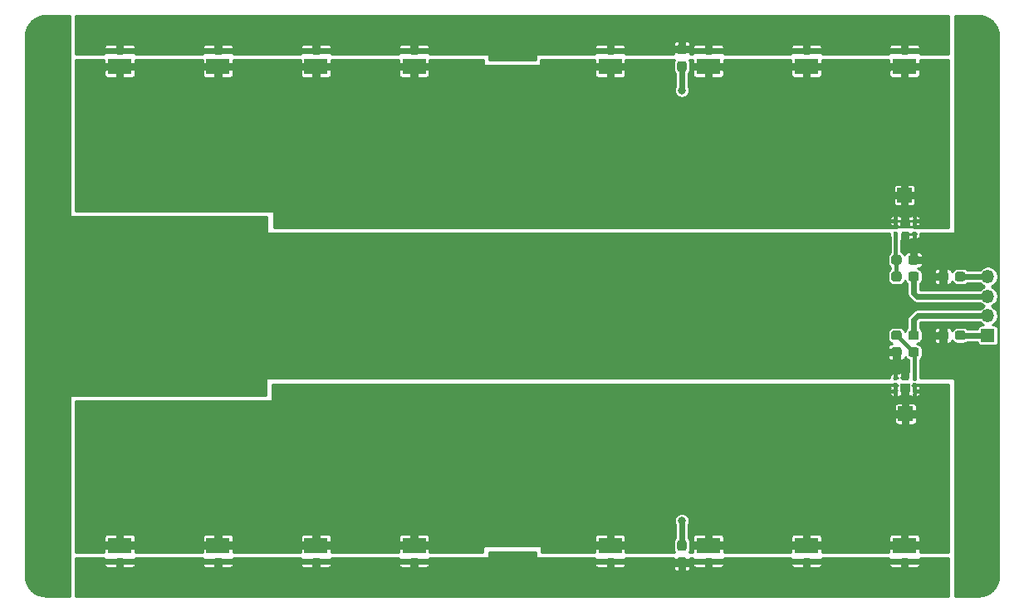
<source format=gbr>
G04 #@! TF.GenerationSoftware,KiCad,Pcbnew,5.1.5*
G04 #@! TF.CreationDate,2019-12-23T15:18:02+01:00*
G04 #@! TF.ProjectId,ledside_rev18A,6c656473-6964-4655-9f72-65763138412e,rev?*
G04 #@! TF.SameCoordinates,Original*
G04 #@! TF.FileFunction,Copper,L1,Top*
G04 #@! TF.FilePolarity,Positive*
%FSLAX46Y46*%
G04 Gerber Fmt 4.6, Leading zero omitted, Abs format (unit mm)*
G04 Created by KiCad (PCBNEW 5.1.5) date 2019-12-23 15:18:02*
%MOMM*%
%LPD*%
G04 APERTURE LIST*
%ADD10C,0.100000*%
%ADD11R,1.500000X1.500000*%
%ADD12R,0.800000X0.480000*%
%ADD13R,0.425000X0.400000*%
%ADD14R,1.100000X0.950000*%
%ADD15R,2.400000X0.600000*%
%ADD16R,2.400000X1.600000*%
%ADD17O,1.350000X1.350000*%
%ADD18R,1.350000X1.350000*%
%ADD19C,4.400000*%
%ADD20C,0.700000*%
%ADD21C,0.800000*%
%ADD22C,0.250000*%
%ADD23C,0.600000*%
%ADD24C,0.400000*%
%ADD25C,0.254000*%
G04 APERTURE END LIST*
G04 #@! TA.AperFunction,SMDPad,CuDef*
D10*
G36*
X114235779Y-46526144D02*
G01*
X114258834Y-46529563D01*
X114281443Y-46535227D01*
X114303387Y-46543079D01*
X114324457Y-46553044D01*
X114344448Y-46565026D01*
X114363168Y-46578910D01*
X114380438Y-46594562D01*
X114396090Y-46611832D01*
X114409974Y-46630552D01*
X114421956Y-46650543D01*
X114431921Y-46671613D01*
X114439773Y-46693557D01*
X114445437Y-46716166D01*
X114448856Y-46739221D01*
X114450000Y-46762500D01*
X114450000Y-47237500D01*
X114448856Y-47260779D01*
X114445437Y-47283834D01*
X114439773Y-47306443D01*
X114431921Y-47328387D01*
X114421956Y-47349457D01*
X114409974Y-47369448D01*
X114396090Y-47388168D01*
X114380438Y-47405438D01*
X114363168Y-47421090D01*
X114344448Y-47434974D01*
X114324457Y-47446956D01*
X114303387Y-47456921D01*
X114281443Y-47464773D01*
X114258834Y-47470437D01*
X114235779Y-47473856D01*
X114212500Y-47475000D01*
X113637500Y-47475000D01*
X113614221Y-47473856D01*
X113591166Y-47470437D01*
X113568557Y-47464773D01*
X113546613Y-47456921D01*
X113525543Y-47446956D01*
X113505552Y-47434974D01*
X113486832Y-47421090D01*
X113469562Y-47405438D01*
X113453910Y-47388168D01*
X113440026Y-47369448D01*
X113428044Y-47349457D01*
X113418079Y-47328387D01*
X113410227Y-47306443D01*
X113404563Y-47283834D01*
X113401144Y-47260779D01*
X113400000Y-47237500D01*
X113400000Y-46762500D01*
X113401144Y-46739221D01*
X113404563Y-46716166D01*
X113410227Y-46693557D01*
X113418079Y-46671613D01*
X113428044Y-46650543D01*
X113440026Y-46630552D01*
X113453910Y-46611832D01*
X113469562Y-46594562D01*
X113486832Y-46578910D01*
X113505552Y-46565026D01*
X113525543Y-46553044D01*
X113546613Y-46543079D01*
X113568557Y-46535227D01*
X113591166Y-46529563D01*
X113614221Y-46526144D01*
X113637500Y-46525000D01*
X114212500Y-46525000D01*
X114235779Y-46526144D01*
G37*
G04 #@! TD.AperFunction*
G04 #@! TA.AperFunction,SMDPad,CuDef*
G36*
X115985779Y-46526144D02*
G01*
X116008834Y-46529563D01*
X116031443Y-46535227D01*
X116053387Y-46543079D01*
X116074457Y-46553044D01*
X116094448Y-46565026D01*
X116113168Y-46578910D01*
X116130438Y-46594562D01*
X116146090Y-46611832D01*
X116159974Y-46630552D01*
X116171956Y-46650543D01*
X116181921Y-46671613D01*
X116189773Y-46693557D01*
X116195437Y-46716166D01*
X116198856Y-46739221D01*
X116200000Y-46762500D01*
X116200000Y-47237500D01*
X116198856Y-47260779D01*
X116195437Y-47283834D01*
X116189773Y-47306443D01*
X116181921Y-47328387D01*
X116171956Y-47349457D01*
X116159974Y-47369448D01*
X116146090Y-47388168D01*
X116130438Y-47405438D01*
X116113168Y-47421090D01*
X116094448Y-47434974D01*
X116074457Y-47446956D01*
X116053387Y-47456921D01*
X116031443Y-47464773D01*
X116008834Y-47470437D01*
X115985779Y-47473856D01*
X115962500Y-47475000D01*
X115387500Y-47475000D01*
X115364221Y-47473856D01*
X115341166Y-47470437D01*
X115318557Y-47464773D01*
X115296613Y-47456921D01*
X115275543Y-47446956D01*
X115255552Y-47434974D01*
X115236832Y-47421090D01*
X115219562Y-47405438D01*
X115203910Y-47388168D01*
X115190026Y-47369448D01*
X115178044Y-47349457D01*
X115168079Y-47328387D01*
X115160227Y-47306443D01*
X115154563Y-47283834D01*
X115151144Y-47260779D01*
X115150000Y-47237500D01*
X115150000Y-46762500D01*
X115151144Y-46739221D01*
X115154563Y-46716166D01*
X115160227Y-46693557D01*
X115168079Y-46671613D01*
X115178044Y-46650543D01*
X115190026Y-46630552D01*
X115203910Y-46611832D01*
X115219562Y-46594562D01*
X115236832Y-46578910D01*
X115255552Y-46565026D01*
X115275543Y-46553044D01*
X115296613Y-46543079D01*
X115318557Y-46535227D01*
X115341166Y-46529563D01*
X115364221Y-46526144D01*
X115387500Y-46525000D01*
X115962500Y-46525000D01*
X115985779Y-46526144D01*
G37*
G04 #@! TD.AperFunction*
G04 #@! TA.AperFunction,SMDPad,CuDef*
G36*
X87560779Y-25051144D02*
G01*
X87583834Y-25054563D01*
X87606443Y-25060227D01*
X87628387Y-25068079D01*
X87649457Y-25078044D01*
X87669448Y-25090026D01*
X87688168Y-25103910D01*
X87705438Y-25119562D01*
X87721090Y-25136832D01*
X87734974Y-25155552D01*
X87746956Y-25175543D01*
X87756921Y-25196613D01*
X87764773Y-25218557D01*
X87770437Y-25241166D01*
X87773856Y-25264221D01*
X87775000Y-25287500D01*
X87775000Y-25862500D01*
X87773856Y-25885779D01*
X87770437Y-25908834D01*
X87764773Y-25931443D01*
X87756921Y-25953387D01*
X87746956Y-25974457D01*
X87734974Y-25994448D01*
X87721090Y-26013168D01*
X87705438Y-26030438D01*
X87688168Y-26046090D01*
X87669448Y-26059974D01*
X87649457Y-26071956D01*
X87628387Y-26081921D01*
X87606443Y-26089773D01*
X87583834Y-26095437D01*
X87560779Y-26098856D01*
X87537500Y-26100000D01*
X87062500Y-26100000D01*
X87039221Y-26098856D01*
X87016166Y-26095437D01*
X86993557Y-26089773D01*
X86971613Y-26081921D01*
X86950543Y-26071956D01*
X86930552Y-26059974D01*
X86911832Y-26046090D01*
X86894562Y-26030438D01*
X86878910Y-26013168D01*
X86865026Y-25994448D01*
X86853044Y-25974457D01*
X86843079Y-25953387D01*
X86835227Y-25931443D01*
X86829563Y-25908834D01*
X86826144Y-25885779D01*
X86825000Y-25862500D01*
X86825000Y-25287500D01*
X86826144Y-25264221D01*
X86829563Y-25241166D01*
X86835227Y-25218557D01*
X86843079Y-25196613D01*
X86853044Y-25175543D01*
X86865026Y-25155552D01*
X86878910Y-25136832D01*
X86894562Y-25119562D01*
X86911832Y-25103910D01*
X86930552Y-25090026D01*
X86950543Y-25078044D01*
X86971613Y-25068079D01*
X86993557Y-25060227D01*
X87016166Y-25054563D01*
X87039221Y-25051144D01*
X87062500Y-25050000D01*
X87537500Y-25050000D01*
X87560779Y-25051144D01*
G37*
G04 #@! TD.AperFunction*
G04 #@! TA.AperFunction,SMDPad,CuDef*
G36*
X87560779Y-23301144D02*
G01*
X87583834Y-23304563D01*
X87606443Y-23310227D01*
X87628387Y-23318079D01*
X87649457Y-23328044D01*
X87669448Y-23340026D01*
X87688168Y-23353910D01*
X87705438Y-23369562D01*
X87721090Y-23386832D01*
X87734974Y-23405552D01*
X87746956Y-23425543D01*
X87756921Y-23446613D01*
X87764773Y-23468557D01*
X87770437Y-23491166D01*
X87773856Y-23514221D01*
X87775000Y-23537500D01*
X87775000Y-24112500D01*
X87773856Y-24135779D01*
X87770437Y-24158834D01*
X87764773Y-24181443D01*
X87756921Y-24203387D01*
X87746956Y-24224457D01*
X87734974Y-24244448D01*
X87721090Y-24263168D01*
X87705438Y-24280438D01*
X87688168Y-24296090D01*
X87669448Y-24309974D01*
X87649457Y-24321956D01*
X87628387Y-24331921D01*
X87606443Y-24339773D01*
X87583834Y-24345437D01*
X87560779Y-24348856D01*
X87537500Y-24350000D01*
X87062500Y-24350000D01*
X87039221Y-24348856D01*
X87016166Y-24345437D01*
X86993557Y-24339773D01*
X86971613Y-24331921D01*
X86950543Y-24321956D01*
X86930552Y-24309974D01*
X86911832Y-24296090D01*
X86894562Y-24280438D01*
X86878910Y-24263168D01*
X86865026Y-24244448D01*
X86853044Y-24224457D01*
X86843079Y-24203387D01*
X86835227Y-24181443D01*
X86829563Y-24158834D01*
X86826144Y-24135779D01*
X86825000Y-24112500D01*
X86825000Y-23537500D01*
X86826144Y-23514221D01*
X86829563Y-23491166D01*
X86835227Y-23468557D01*
X86843079Y-23446613D01*
X86853044Y-23425543D01*
X86865026Y-23405552D01*
X86878910Y-23386832D01*
X86894562Y-23369562D01*
X86911832Y-23353910D01*
X86930552Y-23340026D01*
X86950543Y-23328044D01*
X86971613Y-23318079D01*
X86993557Y-23310227D01*
X87016166Y-23304563D01*
X87039221Y-23301144D01*
X87062500Y-23300000D01*
X87537500Y-23300000D01*
X87560779Y-23301144D01*
G37*
G04 #@! TD.AperFunction*
G04 #@! TA.AperFunction,SMDPad,CuDef*
G36*
X111235779Y-54226144D02*
G01*
X111258834Y-54229563D01*
X111281443Y-54235227D01*
X111303387Y-54243079D01*
X111324457Y-54253044D01*
X111344448Y-54265026D01*
X111363168Y-54278910D01*
X111380438Y-54294562D01*
X111396090Y-54311832D01*
X111409974Y-54330552D01*
X111421956Y-54350543D01*
X111431921Y-54371613D01*
X111439773Y-54393557D01*
X111445437Y-54416166D01*
X111448856Y-54439221D01*
X111450000Y-54462500D01*
X111450000Y-54937500D01*
X111448856Y-54960779D01*
X111445437Y-54983834D01*
X111439773Y-55006443D01*
X111431921Y-55028387D01*
X111421956Y-55049457D01*
X111409974Y-55069448D01*
X111396090Y-55088168D01*
X111380438Y-55105438D01*
X111363168Y-55121090D01*
X111344448Y-55134974D01*
X111324457Y-55146956D01*
X111303387Y-55156921D01*
X111281443Y-55164773D01*
X111258834Y-55170437D01*
X111235779Y-55173856D01*
X111212500Y-55175000D01*
X110637500Y-55175000D01*
X110614221Y-55173856D01*
X110591166Y-55170437D01*
X110568557Y-55164773D01*
X110546613Y-55156921D01*
X110525543Y-55146956D01*
X110505552Y-55134974D01*
X110486832Y-55121090D01*
X110469562Y-55105438D01*
X110453910Y-55088168D01*
X110440026Y-55069448D01*
X110428044Y-55049457D01*
X110418079Y-55028387D01*
X110410227Y-55006443D01*
X110404563Y-54983834D01*
X110401144Y-54960779D01*
X110400000Y-54937500D01*
X110400000Y-54462500D01*
X110401144Y-54439221D01*
X110404563Y-54416166D01*
X110410227Y-54393557D01*
X110418079Y-54371613D01*
X110428044Y-54350543D01*
X110440026Y-54330552D01*
X110453910Y-54311832D01*
X110469562Y-54294562D01*
X110486832Y-54278910D01*
X110505552Y-54265026D01*
X110525543Y-54253044D01*
X110546613Y-54243079D01*
X110568557Y-54235227D01*
X110591166Y-54229563D01*
X110614221Y-54226144D01*
X110637500Y-54225000D01*
X111212500Y-54225000D01*
X111235779Y-54226144D01*
G37*
G04 #@! TD.AperFunction*
G04 #@! TA.AperFunction,SMDPad,CuDef*
G36*
X109485779Y-54226144D02*
G01*
X109508834Y-54229563D01*
X109531443Y-54235227D01*
X109553387Y-54243079D01*
X109574457Y-54253044D01*
X109594448Y-54265026D01*
X109613168Y-54278910D01*
X109630438Y-54294562D01*
X109646090Y-54311832D01*
X109659974Y-54330552D01*
X109671956Y-54350543D01*
X109681921Y-54371613D01*
X109689773Y-54393557D01*
X109695437Y-54416166D01*
X109698856Y-54439221D01*
X109700000Y-54462500D01*
X109700000Y-54937500D01*
X109698856Y-54960779D01*
X109695437Y-54983834D01*
X109689773Y-55006443D01*
X109681921Y-55028387D01*
X109671956Y-55049457D01*
X109659974Y-55069448D01*
X109646090Y-55088168D01*
X109630438Y-55105438D01*
X109613168Y-55121090D01*
X109594448Y-55134974D01*
X109574457Y-55146956D01*
X109553387Y-55156921D01*
X109531443Y-55164773D01*
X109508834Y-55170437D01*
X109485779Y-55173856D01*
X109462500Y-55175000D01*
X108887500Y-55175000D01*
X108864221Y-55173856D01*
X108841166Y-55170437D01*
X108818557Y-55164773D01*
X108796613Y-55156921D01*
X108775543Y-55146956D01*
X108755552Y-55134974D01*
X108736832Y-55121090D01*
X108719562Y-55105438D01*
X108703910Y-55088168D01*
X108690026Y-55069448D01*
X108678044Y-55049457D01*
X108668079Y-55028387D01*
X108660227Y-55006443D01*
X108654563Y-54983834D01*
X108651144Y-54960779D01*
X108650000Y-54937500D01*
X108650000Y-54462500D01*
X108651144Y-54439221D01*
X108654563Y-54416166D01*
X108660227Y-54393557D01*
X108668079Y-54371613D01*
X108678044Y-54350543D01*
X108690026Y-54330552D01*
X108703910Y-54311832D01*
X108719562Y-54294562D01*
X108736832Y-54278910D01*
X108755552Y-54265026D01*
X108775543Y-54253044D01*
X108796613Y-54243079D01*
X108818557Y-54235227D01*
X108841166Y-54229563D01*
X108864221Y-54226144D01*
X108887500Y-54225000D01*
X109462500Y-54225000D01*
X109485779Y-54226144D01*
G37*
G04 #@! TD.AperFunction*
G04 #@! TA.AperFunction,SMDPad,CuDef*
G36*
X109485779Y-44826144D02*
G01*
X109508834Y-44829563D01*
X109531443Y-44835227D01*
X109553387Y-44843079D01*
X109574457Y-44853044D01*
X109594448Y-44865026D01*
X109613168Y-44878910D01*
X109630438Y-44894562D01*
X109646090Y-44911832D01*
X109659974Y-44930552D01*
X109671956Y-44950543D01*
X109681921Y-44971613D01*
X109689773Y-44993557D01*
X109695437Y-45016166D01*
X109698856Y-45039221D01*
X109700000Y-45062500D01*
X109700000Y-45537500D01*
X109698856Y-45560779D01*
X109695437Y-45583834D01*
X109689773Y-45606443D01*
X109681921Y-45628387D01*
X109671956Y-45649457D01*
X109659974Y-45669448D01*
X109646090Y-45688168D01*
X109630438Y-45705438D01*
X109613168Y-45721090D01*
X109594448Y-45734974D01*
X109574457Y-45746956D01*
X109553387Y-45756921D01*
X109531443Y-45764773D01*
X109508834Y-45770437D01*
X109485779Y-45773856D01*
X109462500Y-45775000D01*
X108887500Y-45775000D01*
X108864221Y-45773856D01*
X108841166Y-45770437D01*
X108818557Y-45764773D01*
X108796613Y-45756921D01*
X108775543Y-45746956D01*
X108755552Y-45734974D01*
X108736832Y-45721090D01*
X108719562Y-45705438D01*
X108703910Y-45688168D01*
X108690026Y-45669448D01*
X108678044Y-45649457D01*
X108668079Y-45628387D01*
X108660227Y-45606443D01*
X108654563Y-45583834D01*
X108651144Y-45560779D01*
X108650000Y-45537500D01*
X108650000Y-45062500D01*
X108651144Y-45039221D01*
X108654563Y-45016166D01*
X108660227Y-44993557D01*
X108668079Y-44971613D01*
X108678044Y-44950543D01*
X108690026Y-44930552D01*
X108703910Y-44911832D01*
X108719562Y-44894562D01*
X108736832Y-44878910D01*
X108755552Y-44865026D01*
X108775543Y-44853044D01*
X108796613Y-44843079D01*
X108818557Y-44835227D01*
X108841166Y-44829563D01*
X108864221Y-44826144D01*
X108887500Y-44825000D01*
X109462500Y-44825000D01*
X109485779Y-44826144D01*
G37*
G04 #@! TD.AperFunction*
G04 #@! TA.AperFunction,SMDPad,CuDef*
G36*
X111235779Y-44826144D02*
G01*
X111258834Y-44829563D01*
X111281443Y-44835227D01*
X111303387Y-44843079D01*
X111324457Y-44853044D01*
X111344448Y-44865026D01*
X111363168Y-44878910D01*
X111380438Y-44894562D01*
X111396090Y-44911832D01*
X111409974Y-44930552D01*
X111421956Y-44950543D01*
X111431921Y-44971613D01*
X111439773Y-44993557D01*
X111445437Y-45016166D01*
X111448856Y-45039221D01*
X111450000Y-45062500D01*
X111450000Y-45537500D01*
X111448856Y-45560779D01*
X111445437Y-45583834D01*
X111439773Y-45606443D01*
X111431921Y-45628387D01*
X111421956Y-45649457D01*
X111409974Y-45669448D01*
X111396090Y-45688168D01*
X111380438Y-45705438D01*
X111363168Y-45721090D01*
X111344448Y-45734974D01*
X111324457Y-45746956D01*
X111303387Y-45756921D01*
X111281443Y-45764773D01*
X111258834Y-45770437D01*
X111235779Y-45773856D01*
X111212500Y-45775000D01*
X110637500Y-45775000D01*
X110614221Y-45773856D01*
X110591166Y-45770437D01*
X110568557Y-45764773D01*
X110546613Y-45756921D01*
X110525543Y-45746956D01*
X110505552Y-45734974D01*
X110486832Y-45721090D01*
X110469562Y-45705438D01*
X110453910Y-45688168D01*
X110440026Y-45669448D01*
X110428044Y-45649457D01*
X110418079Y-45628387D01*
X110410227Y-45606443D01*
X110404563Y-45583834D01*
X110401144Y-45560779D01*
X110400000Y-45537500D01*
X110400000Y-45062500D01*
X110401144Y-45039221D01*
X110404563Y-45016166D01*
X110410227Y-44993557D01*
X110418079Y-44971613D01*
X110428044Y-44950543D01*
X110440026Y-44930552D01*
X110453910Y-44911832D01*
X110469562Y-44894562D01*
X110486832Y-44878910D01*
X110505552Y-44865026D01*
X110525543Y-44853044D01*
X110546613Y-44843079D01*
X110568557Y-44835227D01*
X110591166Y-44829563D01*
X110614221Y-44826144D01*
X110637500Y-44825000D01*
X111212500Y-44825000D01*
X111235779Y-44826144D01*
G37*
G04 #@! TD.AperFunction*
D11*
X110100000Y-61000000D03*
X110000000Y-38700000D03*
G04 #@! TA.AperFunction,SMDPad,CuDef*
D10*
G36*
X109485779Y-52526144D02*
G01*
X109508834Y-52529563D01*
X109531443Y-52535227D01*
X109553387Y-52543079D01*
X109574457Y-52553044D01*
X109594448Y-52565026D01*
X109613168Y-52578910D01*
X109630438Y-52594562D01*
X109646090Y-52611832D01*
X109659974Y-52630552D01*
X109671956Y-52650543D01*
X109681921Y-52671613D01*
X109689773Y-52693557D01*
X109695437Y-52716166D01*
X109698856Y-52739221D01*
X109700000Y-52762500D01*
X109700000Y-53237500D01*
X109698856Y-53260779D01*
X109695437Y-53283834D01*
X109689773Y-53306443D01*
X109681921Y-53328387D01*
X109671956Y-53349457D01*
X109659974Y-53369448D01*
X109646090Y-53388168D01*
X109630438Y-53405438D01*
X109613168Y-53421090D01*
X109594448Y-53434974D01*
X109574457Y-53446956D01*
X109553387Y-53456921D01*
X109531443Y-53464773D01*
X109508834Y-53470437D01*
X109485779Y-53473856D01*
X109462500Y-53475000D01*
X108887500Y-53475000D01*
X108864221Y-53473856D01*
X108841166Y-53470437D01*
X108818557Y-53464773D01*
X108796613Y-53456921D01*
X108775543Y-53446956D01*
X108755552Y-53434974D01*
X108736832Y-53421090D01*
X108719562Y-53405438D01*
X108703910Y-53388168D01*
X108690026Y-53369448D01*
X108678044Y-53349457D01*
X108668079Y-53328387D01*
X108660227Y-53306443D01*
X108654563Y-53283834D01*
X108651144Y-53260779D01*
X108650000Y-53237500D01*
X108650000Y-52762500D01*
X108651144Y-52739221D01*
X108654563Y-52716166D01*
X108660227Y-52693557D01*
X108668079Y-52671613D01*
X108678044Y-52650543D01*
X108690026Y-52630552D01*
X108703910Y-52611832D01*
X108719562Y-52594562D01*
X108736832Y-52578910D01*
X108755552Y-52565026D01*
X108775543Y-52553044D01*
X108796613Y-52543079D01*
X108818557Y-52535227D01*
X108841166Y-52529563D01*
X108864221Y-52526144D01*
X108887500Y-52525000D01*
X109462500Y-52525000D01*
X109485779Y-52526144D01*
G37*
G04 #@! TD.AperFunction*
G04 #@! TA.AperFunction,SMDPad,CuDef*
G36*
X111235779Y-52526144D02*
G01*
X111258834Y-52529563D01*
X111281443Y-52535227D01*
X111303387Y-52543079D01*
X111324457Y-52553044D01*
X111344448Y-52565026D01*
X111363168Y-52578910D01*
X111380438Y-52594562D01*
X111396090Y-52611832D01*
X111409974Y-52630552D01*
X111421956Y-52650543D01*
X111431921Y-52671613D01*
X111439773Y-52693557D01*
X111445437Y-52716166D01*
X111448856Y-52739221D01*
X111450000Y-52762500D01*
X111450000Y-53237500D01*
X111448856Y-53260779D01*
X111445437Y-53283834D01*
X111439773Y-53306443D01*
X111431921Y-53328387D01*
X111421956Y-53349457D01*
X111409974Y-53369448D01*
X111396090Y-53388168D01*
X111380438Y-53405438D01*
X111363168Y-53421090D01*
X111344448Y-53434974D01*
X111324457Y-53446956D01*
X111303387Y-53456921D01*
X111281443Y-53464773D01*
X111258834Y-53470437D01*
X111235779Y-53473856D01*
X111212500Y-53475000D01*
X110637500Y-53475000D01*
X110614221Y-53473856D01*
X110591166Y-53470437D01*
X110568557Y-53464773D01*
X110546613Y-53456921D01*
X110525543Y-53446956D01*
X110505552Y-53434974D01*
X110486832Y-53421090D01*
X110469562Y-53405438D01*
X110453910Y-53388168D01*
X110440026Y-53369448D01*
X110428044Y-53349457D01*
X110418079Y-53328387D01*
X110410227Y-53306443D01*
X110404563Y-53283834D01*
X110401144Y-53260779D01*
X110400000Y-53237500D01*
X110400000Y-52762500D01*
X110401144Y-52739221D01*
X110404563Y-52716166D01*
X110410227Y-52693557D01*
X110418079Y-52671613D01*
X110428044Y-52650543D01*
X110440026Y-52630552D01*
X110453910Y-52611832D01*
X110469562Y-52594562D01*
X110486832Y-52578910D01*
X110505552Y-52565026D01*
X110525543Y-52553044D01*
X110546613Y-52543079D01*
X110568557Y-52535227D01*
X110591166Y-52529563D01*
X110614221Y-52526144D01*
X110637500Y-52525000D01*
X111212500Y-52525000D01*
X111235779Y-52526144D01*
G37*
G04 #@! TD.AperFunction*
G04 #@! TA.AperFunction,SMDPad,CuDef*
G36*
X109485779Y-46526144D02*
G01*
X109508834Y-46529563D01*
X109531443Y-46535227D01*
X109553387Y-46543079D01*
X109574457Y-46553044D01*
X109594448Y-46565026D01*
X109613168Y-46578910D01*
X109630438Y-46594562D01*
X109646090Y-46611832D01*
X109659974Y-46630552D01*
X109671956Y-46650543D01*
X109681921Y-46671613D01*
X109689773Y-46693557D01*
X109695437Y-46716166D01*
X109698856Y-46739221D01*
X109700000Y-46762500D01*
X109700000Y-47237500D01*
X109698856Y-47260779D01*
X109695437Y-47283834D01*
X109689773Y-47306443D01*
X109681921Y-47328387D01*
X109671956Y-47349457D01*
X109659974Y-47369448D01*
X109646090Y-47388168D01*
X109630438Y-47405438D01*
X109613168Y-47421090D01*
X109594448Y-47434974D01*
X109574457Y-47446956D01*
X109553387Y-47456921D01*
X109531443Y-47464773D01*
X109508834Y-47470437D01*
X109485779Y-47473856D01*
X109462500Y-47475000D01*
X108887500Y-47475000D01*
X108864221Y-47473856D01*
X108841166Y-47470437D01*
X108818557Y-47464773D01*
X108796613Y-47456921D01*
X108775543Y-47446956D01*
X108755552Y-47434974D01*
X108736832Y-47421090D01*
X108719562Y-47405438D01*
X108703910Y-47388168D01*
X108690026Y-47369448D01*
X108678044Y-47349457D01*
X108668079Y-47328387D01*
X108660227Y-47306443D01*
X108654563Y-47283834D01*
X108651144Y-47260779D01*
X108650000Y-47237500D01*
X108650000Y-46762500D01*
X108651144Y-46739221D01*
X108654563Y-46716166D01*
X108660227Y-46693557D01*
X108668079Y-46671613D01*
X108678044Y-46650543D01*
X108690026Y-46630552D01*
X108703910Y-46611832D01*
X108719562Y-46594562D01*
X108736832Y-46578910D01*
X108755552Y-46565026D01*
X108775543Y-46553044D01*
X108796613Y-46543079D01*
X108818557Y-46535227D01*
X108841166Y-46529563D01*
X108864221Y-46526144D01*
X108887500Y-46525000D01*
X109462500Y-46525000D01*
X109485779Y-46526144D01*
G37*
G04 #@! TD.AperFunction*
G04 #@! TA.AperFunction,SMDPad,CuDef*
G36*
X111235779Y-46526144D02*
G01*
X111258834Y-46529563D01*
X111281443Y-46535227D01*
X111303387Y-46543079D01*
X111324457Y-46553044D01*
X111344448Y-46565026D01*
X111363168Y-46578910D01*
X111380438Y-46594562D01*
X111396090Y-46611832D01*
X111409974Y-46630552D01*
X111421956Y-46650543D01*
X111431921Y-46671613D01*
X111439773Y-46693557D01*
X111445437Y-46716166D01*
X111448856Y-46739221D01*
X111450000Y-46762500D01*
X111450000Y-47237500D01*
X111448856Y-47260779D01*
X111445437Y-47283834D01*
X111439773Y-47306443D01*
X111431921Y-47328387D01*
X111421956Y-47349457D01*
X111409974Y-47369448D01*
X111396090Y-47388168D01*
X111380438Y-47405438D01*
X111363168Y-47421090D01*
X111344448Y-47434974D01*
X111324457Y-47446956D01*
X111303387Y-47456921D01*
X111281443Y-47464773D01*
X111258834Y-47470437D01*
X111235779Y-47473856D01*
X111212500Y-47475000D01*
X110637500Y-47475000D01*
X110614221Y-47473856D01*
X110591166Y-47470437D01*
X110568557Y-47464773D01*
X110546613Y-47456921D01*
X110525543Y-47446956D01*
X110505552Y-47434974D01*
X110486832Y-47421090D01*
X110469562Y-47405438D01*
X110453910Y-47388168D01*
X110440026Y-47369448D01*
X110428044Y-47349457D01*
X110418079Y-47328387D01*
X110410227Y-47306443D01*
X110404563Y-47283834D01*
X110401144Y-47260779D01*
X110400000Y-47237500D01*
X110400000Y-46762500D01*
X110401144Y-46739221D01*
X110404563Y-46716166D01*
X110410227Y-46693557D01*
X110418079Y-46671613D01*
X110428044Y-46650543D01*
X110440026Y-46630552D01*
X110453910Y-46611832D01*
X110469562Y-46594562D01*
X110486832Y-46578910D01*
X110505552Y-46565026D01*
X110525543Y-46553044D01*
X110546613Y-46543079D01*
X110568557Y-46535227D01*
X110591166Y-46529563D01*
X110614221Y-46526144D01*
X110637500Y-46525000D01*
X111212500Y-46525000D01*
X111235779Y-46526144D01*
G37*
G04 #@! TD.AperFunction*
G04 #@! TA.AperFunction,SMDPad,CuDef*
G36*
X87560779Y-75651144D02*
G01*
X87583834Y-75654563D01*
X87606443Y-75660227D01*
X87628387Y-75668079D01*
X87649457Y-75678044D01*
X87669448Y-75690026D01*
X87688168Y-75703910D01*
X87705438Y-75719562D01*
X87721090Y-75736832D01*
X87734974Y-75755552D01*
X87746956Y-75775543D01*
X87756921Y-75796613D01*
X87764773Y-75818557D01*
X87770437Y-75841166D01*
X87773856Y-75864221D01*
X87775000Y-75887500D01*
X87775000Y-76462500D01*
X87773856Y-76485779D01*
X87770437Y-76508834D01*
X87764773Y-76531443D01*
X87756921Y-76553387D01*
X87746956Y-76574457D01*
X87734974Y-76594448D01*
X87721090Y-76613168D01*
X87705438Y-76630438D01*
X87688168Y-76646090D01*
X87669448Y-76659974D01*
X87649457Y-76671956D01*
X87628387Y-76681921D01*
X87606443Y-76689773D01*
X87583834Y-76695437D01*
X87560779Y-76698856D01*
X87537500Y-76700000D01*
X87062500Y-76700000D01*
X87039221Y-76698856D01*
X87016166Y-76695437D01*
X86993557Y-76689773D01*
X86971613Y-76681921D01*
X86950543Y-76671956D01*
X86930552Y-76659974D01*
X86911832Y-76646090D01*
X86894562Y-76630438D01*
X86878910Y-76613168D01*
X86865026Y-76594448D01*
X86853044Y-76574457D01*
X86843079Y-76553387D01*
X86835227Y-76531443D01*
X86829563Y-76508834D01*
X86826144Y-76485779D01*
X86825000Y-76462500D01*
X86825000Y-75887500D01*
X86826144Y-75864221D01*
X86829563Y-75841166D01*
X86835227Y-75818557D01*
X86843079Y-75796613D01*
X86853044Y-75775543D01*
X86865026Y-75755552D01*
X86878910Y-75736832D01*
X86894562Y-75719562D01*
X86911832Y-75703910D01*
X86930552Y-75690026D01*
X86950543Y-75678044D01*
X86971613Y-75668079D01*
X86993557Y-75660227D01*
X87016166Y-75654563D01*
X87039221Y-75651144D01*
X87062500Y-75650000D01*
X87537500Y-75650000D01*
X87560779Y-75651144D01*
G37*
G04 #@! TD.AperFunction*
G04 #@! TA.AperFunction,SMDPad,CuDef*
G36*
X87560779Y-73901144D02*
G01*
X87583834Y-73904563D01*
X87606443Y-73910227D01*
X87628387Y-73918079D01*
X87649457Y-73928044D01*
X87669448Y-73940026D01*
X87688168Y-73953910D01*
X87705438Y-73969562D01*
X87721090Y-73986832D01*
X87734974Y-74005552D01*
X87746956Y-74025543D01*
X87756921Y-74046613D01*
X87764773Y-74068557D01*
X87770437Y-74091166D01*
X87773856Y-74114221D01*
X87775000Y-74137500D01*
X87775000Y-74712500D01*
X87773856Y-74735779D01*
X87770437Y-74758834D01*
X87764773Y-74781443D01*
X87756921Y-74803387D01*
X87746956Y-74824457D01*
X87734974Y-74844448D01*
X87721090Y-74863168D01*
X87705438Y-74880438D01*
X87688168Y-74896090D01*
X87669448Y-74909974D01*
X87649457Y-74921956D01*
X87628387Y-74931921D01*
X87606443Y-74939773D01*
X87583834Y-74945437D01*
X87560779Y-74948856D01*
X87537500Y-74950000D01*
X87062500Y-74950000D01*
X87039221Y-74948856D01*
X87016166Y-74945437D01*
X86993557Y-74939773D01*
X86971613Y-74931921D01*
X86950543Y-74921956D01*
X86930552Y-74909974D01*
X86911832Y-74896090D01*
X86894562Y-74880438D01*
X86878910Y-74863168D01*
X86865026Y-74844448D01*
X86853044Y-74824457D01*
X86843079Y-74803387D01*
X86835227Y-74781443D01*
X86829563Y-74758834D01*
X86826144Y-74735779D01*
X86825000Y-74712500D01*
X86825000Y-74137500D01*
X86826144Y-74114221D01*
X86829563Y-74091166D01*
X86835227Y-74068557D01*
X86843079Y-74046613D01*
X86853044Y-74025543D01*
X86865026Y-74005552D01*
X86878910Y-73986832D01*
X86894562Y-73969562D01*
X86911832Y-73953910D01*
X86930552Y-73940026D01*
X86950543Y-73928044D01*
X86971613Y-73918079D01*
X86993557Y-73910227D01*
X87016166Y-73904563D01*
X87039221Y-73901144D01*
X87062500Y-73900000D01*
X87537500Y-73900000D01*
X87560779Y-73901144D01*
G37*
G04 #@! TD.AperFunction*
G04 #@! TA.AperFunction,SMDPad,CuDef*
G36*
X114235779Y-52526144D02*
G01*
X114258834Y-52529563D01*
X114281443Y-52535227D01*
X114303387Y-52543079D01*
X114324457Y-52553044D01*
X114344448Y-52565026D01*
X114363168Y-52578910D01*
X114380438Y-52594562D01*
X114396090Y-52611832D01*
X114409974Y-52630552D01*
X114421956Y-52650543D01*
X114431921Y-52671613D01*
X114439773Y-52693557D01*
X114445437Y-52716166D01*
X114448856Y-52739221D01*
X114450000Y-52762500D01*
X114450000Y-53237500D01*
X114448856Y-53260779D01*
X114445437Y-53283834D01*
X114439773Y-53306443D01*
X114431921Y-53328387D01*
X114421956Y-53349457D01*
X114409974Y-53369448D01*
X114396090Y-53388168D01*
X114380438Y-53405438D01*
X114363168Y-53421090D01*
X114344448Y-53434974D01*
X114324457Y-53446956D01*
X114303387Y-53456921D01*
X114281443Y-53464773D01*
X114258834Y-53470437D01*
X114235779Y-53473856D01*
X114212500Y-53475000D01*
X113637500Y-53475000D01*
X113614221Y-53473856D01*
X113591166Y-53470437D01*
X113568557Y-53464773D01*
X113546613Y-53456921D01*
X113525543Y-53446956D01*
X113505552Y-53434974D01*
X113486832Y-53421090D01*
X113469562Y-53405438D01*
X113453910Y-53388168D01*
X113440026Y-53369448D01*
X113428044Y-53349457D01*
X113418079Y-53328387D01*
X113410227Y-53306443D01*
X113404563Y-53283834D01*
X113401144Y-53260779D01*
X113400000Y-53237500D01*
X113400000Y-52762500D01*
X113401144Y-52739221D01*
X113404563Y-52716166D01*
X113410227Y-52693557D01*
X113418079Y-52671613D01*
X113428044Y-52650543D01*
X113440026Y-52630552D01*
X113453910Y-52611832D01*
X113469562Y-52594562D01*
X113486832Y-52578910D01*
X113505552Y-52565026D01*
X113525543Y-52553044D01*
X113546613Y-52543079D01*
X113568557Y-52535227D01*
X113591166Y-52529563D01*
X113614221Y-52526144D01*
X113637500Y-52525000D01*
X114212500Y-52525000D01*
X114235779Y-52526144D01*
G37*
G04 #@! TD.AperFunction*
G04 #@! TA.AperFunction,SMDPad,CuDef*
G36*
X115985779Y-52526144D02*
G01*
X116008834Y-52529563D01*
X116031443Y-52535227D01*
X116053387Y-52543079D01*
X116074457Y-52553044D01*
X116094448Y-52565026D01*
X116113168Y-52578910D01*
X116130438Y-52594562D01*
X116146090Y-52611832D01*
X116159974Y-52630552D01*
X116171956Y-52650543D01*
X116181921Y-52671613D01*
X116189773Y-52693557D01*
X116195437Y-52716166D01*
X116198856Y-52739221D01*
X116200000Y-52762500D01*
X116200000Y-53237500D01*
X116198856Y-53260779D01*
X116195437Y-53283834D01*
X116189773Y-53306443D01*
X116181921Y-53328387D01*
X116171956Y-53349457D01*
X116159974Y-53369448D01*
X116146090Y-53388168D01*
X116130438Y-53405438D01*
X116113168Y-53421090D01*
X116094448Y-53434974D01*
X116074457Y-53446956D01*
X116053387Y-53456921D01*
X116031443Y-53464773D01*
X116008834Y-53470437D01*
X115985779Y-53473856D01*
X115962500Y-53475000D01*
X115387500Y-53475000D01*
X115364221Y-53473856D01*
X115341166Y-53470437D01*
X115318557Y-53464773D01*
X115296613Y-53456921D01*
X115275543Y-53446956D01*
X115255552Y-53434974D01*
X115236832Y-53421090D01*
X115219562Y-53405438D01*
X115203910Y-53388168D01*
X115190026Y-53369448D01*
X115178044Y-53349457D01*
X115168079Y-53328387D01*
X115160227Y-53306443D01*
X115154563Y-53283834D01*
X115151144Y-53260779D01*
X115150000Y-53237500D01*
X115150000Y-52762500D01*
X115151144Y-52739221D01*
X115154563Y-52716166D01*
X115160227Y-52693557D01*
X115168079Y-52671613D01*
X115178044Y-52650543D01*
X115190026Y-52630552D01*
X115203910Y-52611832D01*
X115219562Y-52594562D01*
X115236832Y-52578910D01*
X115255552Y-52565026D01*
X115275543Y-52553044D01*
X115296613Y-52543079D01*
X115318557Y-52535227D01*
X115341166Y-52529563D01*
X115364221Y-52526144D01*
X115387500Y-52525000D01*
X115962500Y-52525000D01*
X115985779Y-52526144D01*
G37*
G04 #@! TD.AperFunction*
D12*
X110049888Y-57348496D03*
D13*
X109099888Y-57398496D03*
X109099888Y-58048496D03*
X109099888Y-58698496D03*
X110999888Y-57398496D03*
X110999888Y-58048496D03*
X110999888Y-58698496D03*
D14*
X110049888Y-58348496D03*
X110050112Y-41651504D03*
D13*
X109100112Y-41301504D03*
X109100112Y-41951504D03*
X109100112Y-42601504D03*
X111000112Y-41301504D03*
X111000112Y-41951504D03*
X111000112Y-42601504D03*
D12*
X110050112Y-42651504D03*
D15*
X110000000Y-23950000D03*
D16*
X110000000Y-25600000D03*
D15*
X100000000Y-23950000D03*
D16*
X100000000Y-25600000D03*
D15*
X90000000Y-23950000D03*
D16*
X90000000Y-25600000D03*
D15*
X80000000Y-23950000D03*
D16*
X80000000Y-25600000D03*
D15*
X60000000Y-23950000D03*
D16*
X60000000Y-25600000D03*
D15*
X50000000Y-23950000D03*
D16*
X50000000Y-25600000D03*
D15*
X40000000Y-23950000D03*
D16*
X40000000Y-25600000D03*
D15*
X30000000Y-23950000D03*
D16*
X30000000Y-25600000D03*
D17*
X118500000Y-47000000D03*
X118500000Y-49000000D03*
X118500000Y-51000000D03*
D18*
X118500000Y-53000000D03*
D19*
X117500000Y-77500000D03*
D20*
X119150000Y-77500000D03*
X118666726Y-76333274D03*
X117500000Y-75850000D03*
X116333274Y-76333274D03*
X115850000Y-77500000D03*
X116333274Y-78666726D03*
X117500000Y-79150000D03*
X118666726Y-78666726D03*
X118666726Y-23666726D03*
X117500000Y-24150000D03*
X116333274Y-23666726D03*
X115850000Y-22500000D03*
X116333274Y-21333274D03*
X117500000Y-20850000D03*
X118666726Y-21333274D03*
X119150000Y-22500000D03*
D19*
X117500000Y-22500000D03*
X70000000Y-77500000D03*
D20*
X71650000Y-77500000D03*
X71166726Y-76333274D03*
X70000000Y-75850000D03*
X68833274Y-76333274D03*
X68350000Y-77500000D03*
X68833274Y-78666726D03*
X70000000Y-79150000D03*
X71166726Y-78666726D03*
X71166726Y-23666726D03*
X70000000Y-24150000D03*
X68833274Y-23666726D03*
X68350000Y-22500000D03*
X68833274Y-21333274D03*
X70000000Y-20850000D03*
X71166726Y-21333274D03*
X71650000Y-22500000D03*
D19*
X70000000Y-22500000D03*
X22500000Y-77500000D03*
D20*
X24150000Y-77500000D03*
X23666726Y-76333274D03*
X22500000Y-75850000D03*
X21333274Y-76333274D03*
X20850000Y-77500000D03*
X21333274Y-78666726D03*
X22500000Y-79150000D03*
X23666726Y-78666726D03*
X23666726Y-23666726D03*
X22500000Y-24150000D03*
X21333274Y-23666726D03*
X20850000Y-22500000D03*
X21333274Y-21333274D03*
X22500000Y-20850000D03*
X23666726Y-21333274D03*
X24150000Y-22500000D03*
D19*
X22500000Y-22500000D03*
D16*
X110000000Y-74400000D03*
D15*
X110000000Y-76050000D03*
D16*
X100000000Y-74400000D03*
D15*
X100000000Y-76050000D03*
D16*
X50000000Y-74400000D03*
D15*
X50000000Y-76050000D03*
D16*
X40000000Y-74400000D03*
D15*
X40000000Y-76050000D03*
D16*
X30000000Y-74400000D03*
D15*
X30000000Y-76050000D03*
D16*
X90000000Y-74400000D03*
D15*
X90000000Y-76050000D03*
D16*
X80000000Y-74400000D03*
D15*
X80000000Y-76050000D03*
D16*
X60000000Y-74400000D03*
D15*
X60000000Y-76050000D03*
D21*
X21500000Y-45000000D03*
X21500000Y-42500000D03*
X21500000Y-47500000D03*
X21500000Y-62500000D03*
X21500000Y-50000000D03*
X21500000Y-65000000D03*
X21500000Y-40000000D03*
X21500000Y-30000000D03*
X21500000Y-27500000D03*
X21500000Y-37500000D03*
X21500000Y-35000000D03*
X21500000Y-32500000D03*
X21500000Y-67500000D03*
X21500000Y-72500000D03*
X21500000Y-70000000D03*
X118500000Y-40000000D03*
X118500000Y-65000000D03*
X118500000Y-70000000D03*
X118500000Y-35000000D03*
X118500000Y-67500000D03*
X118500000Y-62500000D03*
X118500000Y-37500000D03*
X118500000Y-27500000D03*
X118500000Y-32500000D03*
X118500000Y-30000000D03*
X118500000Y-72500000D03*
X109200000Y-50000000D03*
X107450000Y-50000000D03*
X102250000Y-50000000D03*
X105750000Y-50000000D03*
X104000000Y-50000000D03*
X21500000Y-55000000D03*
X21500000Y-60000000D03*
X21500000Y-57500000D03*
X21500000Y-52500000D03*
X118500000Y-57500000D03*
X118500000Y-60000000D03*
X118500000Y-55000000D03*
X118500000Y-45000000D03*
X118500000Y-42500000D03*
X75000000Y-78500000D03*
X77500000Y-78500000D03*
X80000000Y-78500000D03*
X82500000Y-78500000D03*
X85000000Y-78500000D03*
X92500000Y-78500000D03*
X87500000Y-78500000D03*
X90000000Y-78500000D03*
X107500000Y-78500000D03*
X95000000Y-78500000D03*
X102500000Y-78500000D03*
X112500000Y-78500000D03*
X97500000Y-78500000D03*
X105000000Y-78500000D03*
X100000000Y-78500000D03*
X110000000Y-78500000D03*
X47500000Y-78500000D03*
X40000000Y-78500000D03*
X27500000Y-78500000D03*
X35000000Y-78500000D03*
X45000000Y-78500000D03*
X60000000Y-78500000D03*
X30000000Y-78500000D03*
X37500000Y-78500000D03*
X50000000Y-78500000D03*
X57500000Y-78500000D03*
X52500000Y-78500000D03*
X65000000Y-78500000D03*
X32500000Y-78500000D03*
X62500000Y-78500000D03*
X42500000Y-78500000D03*
X55000000Y-78500000D03*
X95000000Y-21500000D03*
X50000000Y-21500000D03*
X87500000Y-21500000D03*
X75000000Y-21500000D03*
X82500000Y-21500000D03*
X92500000Y-21500000D03*
X107500000Y-21500000D03*
X37500000Y-21500000D03*
X35000000Y-21500000D03*
X32500000Y-21500000D03*
X55000000Y-21500000D03*
X77500000Y-21500000D03*
X62500000Y-21500000D03*
X85000000Y-21500000D03*
X97500000Y-21500000D03*
X105000000Y-21500000D03*
X27500000Y-21500000D03*
X45000000Y-21500000D03*
X52500000Y-21500000D03*
X30000000Y-21500000D03*
X40000000Y-21500000D03*
X65000000Y-21500000D03*
X100000000Y-21500000D03*
X42500000Y-21500000D03*
X60000000Y-21500000D03*
X47500000Y-21500000D03*
X112500000Y-21500000D03*
X80000000Y-21500000D03*
X110000000Y-21500000D03*
X90000000Y-21500000D03*
X57500000Y-21500000D03*
X102500000Y-21500000D03*
X87300000Y-28000000D03*
X87299986Y-71900000D03*
D22*
X110950112Y-42651504D02*
X111000112Y-42601504D01*
X110050112Y-42651504D02*
X110950112Y-42651504D01*
D23*
X110925000Y-51425000D02*
X110925000Y-53000000D01*
X118500000Y-51000000D02*
X111350000Y-51000000D01*
X111350000Y-51000000D02*
X110925000Y-51425000D01*
X110925000Y-48675000D02*
X110925000Y-47000000D01*
X118500000Y-49000000D02*
X111250000Y-49000000D01*
X111250000Y-49000000D02*
X110925000Y-48675000D01*
D22*
X110999888Y-55024888D02*
X110975000Y-55000000D01*
D24*
X110999888Y-57398496D02*
X110999888Y-55024888D01*
X109225000Y-53000000D02*
X110925000Y-54700000D01*
D22*
X109175000Y-53000000D02*
X109225000Y-53000000D01*
D24*
X109175000Y-47000000D02*
X109175000Y-45300000D01*
D22*
X109100112Y-45225112D02*
X109175000Y-45300000D01*
D24*
X109100112Y-42601504D02*
X109100112Y-45225112D01*
D22*
X110350112Y-41951504D02*
X110050112Y-41651504D01*
X111000112Y-41951504D02*
X110350112Y-41951504D01*
X110400112Y-41301504D02*
X110050112Y-41651504D01*
X111000112Y-41301504D02*
X110400112Y-41301504D01*
X109700112Y-41301504D02*
X110050112Y-41651504D01*
X109100112Y-41301504D02*
X109700112Y-41301504D01*
X109750112Y-41951504D02*
X110050112Y-41651504D01*
X109100112Y-41951504D02*
X109750112Y-41951504D01*
D23*
X87300000Y-25575000D02*
X87300000Y-28000000D01*
X118550000Y-47000000D02*
X115675000Y-47000000D01*
X118475000Y-53000000D02*
X115900000Y-53000000D01*
D22*
X87299986Y-74424986D02*
X87300000Y-74425000D01*
D23*
X87299986Y-71900000D02*
X87299986Y-74424986D01*
D25*
G36*
X114473000Y-24273000D02*
G01*
X111582588Y-24273000D01*
X111584853Y-24250000D01*
X111583000Y-24218750D01*
X111487250Y-24123000D01*
X110273000Y-24123000D01*
X110273000Y-24243000D01*
X109727000Y-24243000D01*
X109727000Y-24123000D01*
X108512750Y-24123000D01*
X108417000Y-24218750D01*
X108415147Y-24250000D01*
X108417412Y-24273000D01*
X101582588Y-24273000D01*
X101584853Y-24250000D01*
X101583000Y-24218750D01*
X101487250Y-24123000D01*
X100273000Y-24123000D01*
X100273000Y-24243000D01*
X99727000Y-24243000D01*
X99727000Y-24123000D01*
X98512750Y-24123000D01*
X98417000Y-24218750D01*
X98415147Y-24250000D01*
X98417412Y-24273000D01*
X91582588Y-24273000D01*
X91584853Y-24250000D01*
X91583000Y-24218750D01*
X91487250Y-24123000D01*
X90273000Y-24123000D01*
X90273000Y-24243000D01*
X89727000Y-24243000D01*
X89727000Y-24123000D01*
X88512750Y-24123000D01*
X88417000Y-24218750D01*
X88415147Y-24250000D01*
X88417412Y-24273000D01*
X88158940Y-24273000D01*
X88158000Y-24193750D01*
X88062250Y-24098000D01*
X87573000Y-24098000D01*
X87573000Y-24118000D01*
X87027000Y-24118000D01*
X87027000Y-24098000D01*
X86537750Y-24098000D01*
X86442000Y-24193750D01*
X86441060Y-24273000D01*
X81582588Y-24273000D01*
X81584853Y-24250000D01*
X81583000Y-24218750D01*
X81487250Y-24123000D01*
X80273000Y-24123000D01*
X80273000Y-24243000D01*
X79727000Y-24243000D01*
X79727000Y-24123000D01*
X78512750Y-24123000D01*
X78417000Y-24218750D01*
X78415147Y-24250000D01*
X78417412Y-24273000D01*
X72500000Y-24273000D01*
X72475224Y-24275440D01*
X72451399Y-24282667D01*
X72429443Y-24294403D01*
X72410197Y-24310197D01*
X72394403Y-24329443D01*
X72382667Y-24351399D01*
X72375440Y-24375224D01*
X72373000Y-24400000D01*
X72373000Y-24873000D01*
X67627000Y-24873000D01*
X67627000Y-24400000D01*
X67624560Y-24375224D01*
X67617333Y-24351399D01*
X67605597Y-24329443D01*
X67589803Y-24310197D01*
X67570557Y-24294403D01*
X67548601Y-24282667D01*
X67524776Y-24275440D01*
X67500000Y-24273000D01*
X61582588Y-24273000D01*
X61584853Y-24250000D01*
X61583000Y-24218750D01*
X61487250Y-24123000D01*
X60273000Y-24123000D01*
X60273000Y-24243000D01*
X59727000Y-24243000D01*
X59727000Y-24123000D01*
X58512750Y-24123000D01*
X58417000Y-24218750D01*
X58415147Y-24250000D01*
X58417412Y-24273000D01*
X51582588Y-24273000D01*
X51584853Y-24250000D01*
X51583000Y-24218750D01*
X51487250Y-24123000D01*
X50273000Y-24123000D01*
X50273000Y-24243000D01*
X49727000Y-24243000D01*
X49727000Y-24123000D01*
X48512750Y-24123000D01*
X48417000Y-24218750D01*
X48415147Y-24250000D01*
X48417412Y-24273000D01*
X41582588Y-24273000D01*
X41584853Y-24250000D01*
X41583000Y-24218750D01*
X41487250Y-24123000D01*
X40273000Y-24123000D01*
X40273000Y-24243000D01*
X39727000Y-24243000D01*
X39727000Y-24123000D01*
X38512750Y-24123000D01*
X38417000Y-24218750D01*
X38415147Y-24250000D01*
X38417412Y-24273000D01*
X31582588Y-24273000D01*
X31584853Y-24250000D01*
X31583000Y-24218750D01*
X31487250Y-24123000D01*
X30273000Y-24123000D01*
X30273000Y-24243000D01*
X29727000Y-24243000D01*
X29727000Y-24123000D01*
X28512750Y-24123000D01*
X28417000Y-24218750D01*
X28415147Y-24250000D01*
X28417412Y-24273000D01*
X25527000Y-24273000D01*
X25527000Y-23650000D01*
X28415147Y-23650000D01*
X28417000Y-23681250D01*
X28512750Y-23777000D01*
X29727000Y-23777000D01*
X29727000Y-23362750D01*
X30273000Y-23362750D01*
X30273000Y-23777000D01*
X31487250Y-23777000D01*
X31583000Y-23681250D01*
X31584853Y-23650000D01*
X38415147Y-23650000D01*
X38417000Y-23681250D01*
X38512750Y-23777000D01*
X39727000Y-23777000D01*
X39727000Y-23362750D01*
X40273000Y-23362750D01*
X40273000Y-23777000D01*
X41487250Y-23777000D01*
X41583000Y-23681250D01*
X41584853Y-23650000D01*
X48415147Y-23650000D01*
X48417000Y-23681250D01*
X48512750Y-23777000D01*
X49727000Y-23777000D01*
X49727000Y-23362750D01*
X50273000Y-23362750D01*
X50273000Y-23777000D01*
X51487250Y-23777000D01*
X51583000Y-23681250D01*
X51584853Y-23650000D01*
X58415147Y-23650000D01*
X58417000Y-23681250D01*
X58512750Y-23777000D01*
X59727000Y-23777000D01*
X59727000Y-23362750D01*
X60273000Y-23362750D01*
X60273000Y-23777000D01*
X61487250Y-23777000D01*
X61583000Y-23681250D01*
X61584853Y-23650000D01*
X78415147Y-23650000D01*
X78417000Y-23681250D01*
X78512750Y-23777000D01*
X79727000Y-23777000D01*
X79727000Y-23362750D01*
X80273000Y-23362750D01*
X80273000Y-23777000D01*
X81487250Y-23777000D01*
X81583000Y-23681250D01*
X81584853Y-23650000D01*
X88415147Y-23650000D01*
X88417000Y-23681250D01*
X88512750Y-23777000D01*
X89727000Y-23777000D01*
X89727000Y-23362750D01*
X90273000Y-23362750D01*
X90273000Y-23777000D01*
X91487250Y-23777000D01*
X91583000Y-23681250D01*
X91584853Y-23650000D01*
X98415147Y-23650000D01*
X98417000Y-23681250D01*
X98512750Y-23777000D01*
X99727000Y-23777000D01*
X99727000Y-23362750D01*
X100273000Y-23362750D01*
X100273000Y-23777000D01*
X101487250Y-23777000D01*
X101583000Y-23681250D01*
X101584853Y-23650000D01*
X108415147Y-23650000D01*
X108417000Y-23681250D01*
X108512750Y-23777000D01*
X109727000Y-23777000D01*
X109727000Y-23362750D01*
X110273000Y-23362750D01*
X110273000Y-23777000D01*
X111487250Y-23777000D01*
X111583000Y-23681250D01*
X111584853Y-23650000D01*
X111577458Y-23574919D01*
X111555558Y-23502723D01*
X111519994Y-23436187D01*
X111472132Y-23377868D01*
X111413813Y-23330006D01*
X111347277Y-23294442D01*
X111275081Y-23272542D01*
X111200000Y-23265147D01*
X110368750Y-23267000D01*
X110273000Y-23362750D01*
X109727000Y-23362750D01*
X109631250Y-23267000D01*
X108800000Y-23265147D01*
X108724919Y-23272542D01*
X108652723Y-23294442D01*
X108586187Y-23330006D01*
X108527868Y-23377868D01*
X108480006Y-23436187D01*
X108444442Y-23502723D01*
X108422542Y-23574919D01*
X108415147Y-23650000D01*
X101584853Y-23650000D01*
X101577458Y-23574919D01*
X101555558Y-23502723D01*
X101519994Y-23436187D01*
X101472132Y-23377868D01*
X101413813Y-23330006D01*
X101347277Y-23294442D01*
X101275081Y-23272542D01*
X101200000Y-23265147D01*
X100368750Y-23267000D01*
X100273000Y-23362750D01*
X99727000Y-23362750D01*
X99631250Y-23267000D01*
X98800000Y-23265147D01*
X98724919Y-23272542D01*
X98652723Y-23294442D01*
X98586187Y-23330006D01*
X98527868Y-23377868D01*
X98480006Y-23436187D01*
X98444442Y-23502723D01*
X98422542Y-23574919D01*
X98415147Y-23650000D01*
X91584853Y-23650000D01*
X91577458Y-23574919D01*
X91555558Y-23502723D01*
X91519994Y-23436187D01*
X91472132Y-23377868D01*
X91413813Y-23330006D01*
X91347277Y-23294442D01*
X91275081Y-23272542D01*
X91200000Y-23265147D01*
X90368750Y-23267000D01*
X90273000Y-23362750D01*
X89727000Y-23362750D01*
X89631250Y-23267000D01*
X88800000Y-23265147D01*
X88724919Y-23272542D01*
X88652723Y-23294442D01*
X88586187Y-23330006D01*
X88527868Y-23377868D01*
X88480006Y-23436187D01*
X88444442Y-23502723D01*
X88422542Y-23574919D01*
X88415147Y-23650000D01*
X81584853Y-23650000D01*
X81577458Y-23574919D01*
X81555558Y-23502723D01*
X81519994Y-23436187D01*
X81472132Y-23377868D01*
X81413813Y-23330006D01*
X81357676Y-23300000D01*
X86440147Y-23300000D01*
X86442000Y-23456250D01*
X86537750Y-23552000D01*
X87027000Y-23552000D01*
X87027000Y-23012750D01*
X87573000Y-23012750D01*
X87573000Y-23552000D01*
X88062250Y-23552000D01*
X88158000Y-23456250D01*
X88159853Y-23300000D01*
X88152458Y-23224919D01*
X88130558Y-23152723D01*
X88094994Y-23086187D01*
X88047132Y-23027868D01*
X87988813Y-22980006D01*
X87922277Y-22944442D01*
X87850081Y-22922542D01*
X87775000Y-22915147D01*
X87668750Y-22917000D01*
X87573000Y-23012750D01*
X87027000Y-23012750D01*
X86931250Y-22917000D01*
X86825000Y-22915147D01*
X86749919Y-22922542D01*
X86677723Y-22944442D01*
X86611187Y-22980006D01*
X86552868Y-23027868D01*
X86505006Y-23086187D01*
X86469442Y-23152723D01*
X86447542Y-23224919D01*
X86440147Y-23300000D01*
X81357676Y-23300000D01*
X81347277Y-23294442D01*
X81275081Y-23272542D01*
X81200000Y-23265147D01*
X80368750Y-23267000D01*
X80273000Y-23362750D01*
X79727000Y-23362750D01*
X79631250Y-23267000D01*
X78800000Y-23265147D01*
X78724919Y-23272542D01*
X78652723Y-23294442D01*
X78586187Y-23330006D01*
X78527868Y-23377868D01*
X78480006Y-23436187D01*
X78444442Y-23502723D01*
X78422542Y-23574919D01*
X78415147Y-23650000D01*
X61584853Y-23650000D01*
X61577458Y-23574919D01*
X61555558Y-23502723D01*
X61519994Y-23436187D01*
X61472132Y-23377868D01*
X61413813Y-23330006D01*
X61347277Y-23294442D01*
X61275081Y-23272542D01*
X61200000Y-23265147D01*
X60368750Y-23267000D01*
X60273000Y-23362750D01*
X59727000Y-23362750D01*
X59631250Y-23267000D01*
X58800000Y-23265147D01*
X58724919Y-23272542D01*
X58652723Y-23294442D01*
X58586187Y-23330006D01*
X58527868Y-23377868D01*
X58480006Y-23436187D01*
X58444442Y-23502723D01*
X58422542Y-23574919D01*
X58415147Y-23650000D01*
X51584853Y-23650000D01*
X51577458Y-23574919D01*
X51555558Y-23502723D01*
X51519994Y-23436187D01*
X51472132Y-23377868D01*
X51413813Y-23330006D01*
X51347277Y-23294442D01*
X51275081Y-23272542D01*
X51200000Y-23265147D01*
X50368750Y-23267000D01*
X50273000Y-23362750D01*
X49727000Y-23362750D01*
X49631250Y-23267000D01*
X48800000Y-23265147D01*
X48724919Y-23272542D01*
X48652723Y-23294442D01*
X48586187Y-23330006D01*
X48527868Y-23377868D01*
X48480006Y-23436187D01*
X48444442Y-23502723D01*
X48422542Y-23574919D01*
X48415147Y-23650000D01*
X41584853Y-23650000D01*
X41577458Y-23574919D01*
X41555558Y-23502723D01*
X41519994Y-23436187D01*
X41472132Y-23377868D01*
X41413813Y-23330006D01*
X41347277Y-23294442D01*
X41275081Y-23272542D01*
X41200000Y-23265147D01*
X40368750Y-23267000D01*
X40273000Y-23362750D01*
X39727000Y-23362750D01*
X39631250Y-23267000D01*
X38800000Y-23265147D01*
X38724919Y-23272542D01*
X38652723Y-23294442D01*
X38586187Y-23330006D01*
X38527868Y-23377868D01*
X38480006Y-23436187D01*
X38444442Y-23502723D01*
X38422542Y-23574919D01*
X38415147Y-23650000D01*
X31584853Y-23650000D01*
X31577458Y-23574919D01*
X31555558Y-23502723D01*
X31519994Y-23436187D01*
X31472132Y-23377868D01*
X31413813Y-23330006D01*
X31347277Y-23294442D01*
X31275081Y-23272542D01*
X31200000Y-23265147D01*
X30368750Y-23267000D01*
X30273000Y-23362750D01*
X29727000Y-23362750D01*
X29631250Y-23267000D01*
X28800000Y-23265147D01*
X28724919Y-23272542D01*
X28652723Y-23294442D01*
X28586187Y-23330006D01*
X28527868Y-23377868D01*
X28480006Y-23436187D01*
X28444442Y-23502723D01*
X28422542Y-23574919D01*
X28415147Y-23650000D01*
X25527000Y-23650000D01*
X25527000Y-20406000D01*
X114473000Y-20406000D01*
X114473000Y-24273000D01*
G37*
X114473000Y-24273000D02*
X111582588Y-24273000D01*
X111584853Y-24250000D01*
X111583000Y-24218750D01*
X111487250Y-24123000D01*
X110273000Y-24123000D01*
X110273000Y-24243000D01*
X109727000Y-24243000D01*
X109727000Y-24123000D01*
X108512750Y-24123000D01*
X108417000Y-24218750D01*
X108415147Y-24250000D01*
X108417412Y-24273000D01*
X101582588Y-24273000D01*
X101584853Y-24250000D01*
X101583000Y-24218750D01*
X101487250Y-24123000D01*
X100273000Y-24123000D01*
X100273000Y-24243000D01*
X99727000Y-24243000D01*
X99727000Y-24123000D01*
X98512750Y-24123000D01*
X98417000Y-24218750D01*
X98415147Y-24250000D01*
X98417412Y-24273000D01*
X91582588Y-24273000D01*
X91584853Y-24250000D01*
X91583000Y-24218750D01*
X91487250Y-24123000D01*
X90273000Y-24123000D01*
X90273000Y-24243000D01*
X89727000Y-24243000D01*
X89727000Y-24123000D01*
X88512750Y-24123000D01*
X88417000Y-24218750D01*
X88415147Y-24250000D01*
X88417412Y-24273000D01*
X88158940Y-24273000D01*
X88158000Y-24193750D01*
X88062250Y-24098000D01*
X87573000Y-24098000D01*
X87573000Y-24118000D01*
X87027000Y-24118000D01*
X87027000Y-24098000D01*
X86537750Y-24098000D01*
X86442000Y-24193750D01*
X86441060Y-24273000D01*
X81582588Y-24273000D01*
X81584853Y-24250000D01*
X81583000Y-24218750D01*
X81487250Y-24123000D01*
X80273000Y-24123000D01*
X80273000Y-24243000D01*
X79727000Y-24243000D01*
X79727000Y-24123000D01*
X78512750Y-24123000D01*
X78417000Y-24218750D01*
X78415147Y-24250000D01*
X78417412Y-24273000D01*
X72500000Y-24273000D01*
X72475224Y-24275440D01*
X72451399Y-24282667D01*
X72429443Y-24294403D01*
X72410197Y-24310197D01*
X72394403Y-24329443D01*
X72382667Y-24351399D01*
X72375440Y-24375224D01*
X72373000Y-24400000D01*
X72373000Y-24873000D01*
X67627000Y-24873000D01*
X67627000Y-24400000D01*
X67624560Y-24375224D01*
X67617333Y-24351399D01*
X67605597Y-24329443D01*
X67589803Y-24310197D01*
X67570557Y-24294403D01*
X67548601Y-24282667D01*
X67524776Y-24275440D01*
X67500000Y-24273000D01*
X61582588Y-24273000D01*
X61584853Y-24250000D01*
X61583000Y-24218750D01*
X61487250Y-24123000D01*
X60273000Y-24123000D01*
X60273000Y-24243000D01*
X59727000Y-24243000D01*
X59727000Y-24123000D01*
X58512750Y-24123000D01*
X58417000Y-24218750D01*
X58415147Y-24250000D01*
X58417412Y-24273000D01*
X51582588Y-24273000D01*
X51584853Y-24250000D01*
X51583000Y-24218750D01*
X51487250Y-24123000D01*
X50273000Y-24123000D01*
X50273000Y-24243000D01*
X49727000Y-24243000D01*
X49727000Y-24123000D01*
X48512750Y-24123000D01*
X48417000Y-24218750D01*
X48415147Y-24250000D01*
X48417412Y-24273000D01*
X41582588Y-24273000D01*
X41584853Y-24250000D01*
X41583000Y-24218750D01*
X41487250Y-24123000D01*
X40273000Y-24123000D01*
X40273000Y-24243000D01*
X39727000Y-24243000D01*
X39727000Y-24123000D01*
X38512750Y-24123000D01*
X38417000Y-24218750D01*
X38415147Y-24250000D01*
X38417412Y-24273000D01*
X31582588Y-24273000D01*
X31584853Y-24250000D01*
X31583000Y-24218750D01*
X31487250Y-24123000D01*
X30273000Y-24123000D01*
X30273000Y-24243000D01*
X29727000Y-24243000D01*
X29727000Y-24123000D01*
X28512750Y-24123000D01*
X28417000Y-24218750D01*
X28415147Y-24250000D01*
X28417412Y-24273000D01*
X25527000Y-24273000D01*
X25527000Y-23650000D01*
X28415147Y-23650000D01*
X28417000Y-23681250D01*
X28512750Y-23777000D01*
X29727000Y-23777000D01*
X29727000Y-23362750D01*
X30273000Y-23362750D01*
X30273000Y-23777000D01*
X31487250Y-23777000D01*
X31583000Y-23681250D01*
X31584853Y-23650000D01*
X38415147Y-23650000D01*
X38417000Y-23681250D01*
X38512750Y-23777000D01*
X39727000Y-23777000D01*
X39727000Y-23362750D01*
X40273000Y-23362750D01*
X40273000Y-23777000D01*
X41487250Y-23777000D01*
X41583000Y-23681250D01*
X41584853Y-23650000D01*
X48415147Y-23650000D01*
X48417000Y-23681250D01*
X48512750Y-23777000D01*
X49727000Y-23777000D01*
X49727000Y-23362750D01*
X50273000Y-23362750D01*
X50273000Y-23777000D01*
X51487250Y-23777000D01*
X51583000Y-23681250D01*
X51584853Y-23650000D01*
X58415147Y-23650000D01*
X58417000Y-23681250D01*
X58512750Y-23777000D01*
X59727000Y-23777000D01*
X59727000Y-23362750D01*
X60273000Y-23362750D01*
X60273000Y-23777000D01*
X61487250Y-23777000D01*
X61583000Y-23681250D01*
X61584853Y-23650000D01*
X78415147Y-23650000D01*
X78417000Y-23681250D01*
X78512750Y-23777000D01*
X79727000Y-23777000D01*
X79727000Y-23362750D01*
X80273000Y-23362750D01*
X80273000Y-23777000D01*
X81487250Y-23777000D01*
X81583000Y-23681250D01*
X81584853Y-23650000D01*
X88415147Y-23650000D01*
X88417000Y-23681250D01*
X88512750Y-23777000D01*
X89727000Y-23777000D01*
X89727000Y-23362750D01*
X90273000Y-23362750D01*
X90273000Y-23777000D01*
X91487250Y-23777000D01*
X91583000Y-23681250D01*
X91584853Y-23650000D01*
X98415147Y-23650000D01*
X98417000Y-23681250D01*
X98512750Y-23777000D01*
X99727000Y-23777000D01*
X99727000Y-23362750D01*
X100273000Y-23362750D01*
X100273000Y-23777000D01*
X101487250Y-23777000D01*
X101583000Y-23681250D01*
X101584853Y-23650000D01*
X108415147Y-23650000D01*
X108417000Y-23681250D01*
X108512750Y-23777000D01*
X109727000Y-23777000D01*
X109727000Y-23362750D01*
X110273000Y-23362750D01*
X110273000Y-23777000D01*
X111487250Y-23777000D01*
X111583000Y-23681250D01*
X111584853Y-23650000D01*
X111577458Y-23574919D01*
X111555558Y-23502723D01*
X111519994Y-23436187D01*
X111472132Y-23377868D01*
X111413813Y-23330006D01*
X111347277Y-23294442D01*
X111275081Y-23272542D01*
X111200000Y-23265147D01*
X110368750Y-23267000D01*
X110273000Y-23362750D01*
X109727000Y-23362750D01*
X109631250Y-23267000D01*
X108800000Y-23265147D01*
X108724919Y-23272542D01*
X108652723Y-23294442D01*
X108586187Y-23330006D01*
X108527868Y-23377868D01*
X108480006Y-23436187D01*
X108444442Y-23502723D01*
X108422542Y-23574919D01*
X108415147Y-23650000D01*
X101584853Y-23650000D01*
X101577458Y-23574919D01*
X101555558Y-23502723D01*
X101519994Y-23436187D01*
X101472132Y-23377868D01*
X101413813Y-23330006D01*
X101347277Y-23294442D01*
X101275081Y-23272542D01*
X101200000Y-23265147D01*
X100368750Y-23267000D01*
X100273000Y-23362750D01*
X99727000Y-23362750D01*
X99631250Y-23267000D01*
X98800000Y-23265147D01*
X98724919Y-23272542D01*
X98652723Y-23294442D01*
X98586187Y-23330006D01*
X98527868Y-23377868D01*
X98480006Y-23436187D01*
X98444442Y-23502723D01*
X98422542Y-23574919D01*
X98415147Y-23650000D01*
X91584853Y-23650000D01*
X91577458Y-23574919D01*
X91555558Y-23502723D01*
X91519994Y-23436187D01*
X91472132Y-23377868D01*
X91413813Y-23330006D01*
X91347277Y-23294442D01*
X91275081Y-23272542D01*
X91200000Y-23265147D01*
X90368750Y-23267000D01*
X90273000Y-23362750D01*
X89727000Y-23362750D01*
X89631250Y-23267000D01*
X88800000Y-23265147D01*
X88724919Y-23272542D01*
X88652723Y-23294442D01*
X88586187Y-23330006D01*
X88527868Y-23377868D01*
X88480006Y-23436187D01*
X88444442Y-23502723D01*
X88422542Y-23574919D01*
X88415147Y-23650000D01*
X81584853Y-23650000D01*
X81577458Y-23574919D01*
X81555558Y-23502723D01*
X81519994Y-23436187D01*
X81472132Y-23377868D01*
X81413813Y-23330006D01*
X81357676Y-23300000D01*
X86440147Y-23300000D01*
X86442000Y-23456250D01*
X86537750Y-23552000D01*
X87027000Y-23552000D01*
X87027000Y-23012750D01*
X87573000Y-23012750D01*
X87573000Y-23552000D01*
X88062250Y-23552000D01*
X88158000Y-23456250D01*
X88159853Y-23300000D01*
X88152458Y-23224919D01*
X88130558Y-23152723D01*
X88094994Y-23086187D01*
X88047132Y-23027868D01*
X87988813Y-22980006D01*
X87922277Y-22944442D01*
X87850081Y-22922542D01*
X87775000Y-22915147D01*
X87668750Y-22917000D01*
X87573000Y-23012750D01*
X87027000Y-23012750D01*
X86931250Y-22917000D01*
X86825000Y-22915147D01*
X86749919Y-22922542D01*
X86677723Y-22944442D01*
X86611187Y-22980006D01*
X86552868Y-23027868D01*
X86505006Y-23086187D01*
X86469442Y-23152723D01*
X86447542Y-23224919D01*
X86440147Y-23300000D01*
X81357676Y-23300000D01*
X81347277Y-23294442D01*
X81275081Y-23272542D01*
X81200000Y-23265147D01*
X80368750Y-23267000D01*
X80273000Y-23362750D01*
X79727000Y-23362750D01*
X79631250Y-23267000D01*
X78800000Y-23265147D01*
X78724919Y-23272542D01*
X78652723Y-23294442D01*
X78586187Y-23330006D01*
X78527868Y-23377868D01*
X78480006Y-23436187D01*
X78444442Y-23502723D01*
X78422542Y-23574919D01*
X78415147Y-23650000D01*
X61584853Y-23650000D01*
X61577458Y-23574919D01*
X61555558Y-23502723D01*
X61519994Y-23436187D01*
X61472132Y-23377868D01*
X61413813Y-23330006D01*
X61347277Y-23294442D01*
X61275081Y-23272542D01*
X61200000Y-23265147D01*
X60368750Y-23267000D01*
X60273000Y-23362750D01*
X59727000Y-23362750D01*
X59631250Y-23267000D01*
X58800000Y-23265147D01*
X58724919Y-23272542D01*
X58652723Y-23294442D01*
X58586187Y-23330006D01*
X58527868Y-23377868D01*
X58480006Y-23436187D01*
X58444442Y-23502723D01*
X58422542Y-23574919D01*
X58415147Y-23650000D01*
X51584853Y-23650000D01*
X51577458Y-23574919D01*
X51555558Y-23502723D01*
X51519994Y-23436187D01*
X51472132Y-23377868D01*
X51413813Y-23330006D01*
X51347277Y-23294442D01*
X51275081Y-23272542D01*
X51200000Y-23265147D01*
X50368750Y-23267000D01*
X50273000Y-23362750D01*
X49727000Y-23362750D01*
X49631250Y-23267000D01*
X48800000Y-23265147D01*
X48724919Y-23272542D01*
X48652723Y-23294442D01*
X48586187Y-23330006D01*
X48527868Y-23377868D01*
X48480006Y-23436187D01*
X48444442Y-23502723D01*
X48422542Y-23574919D01*
X48415147Y-23650000D01*
X41584853Y-23650000D01*
X41577458Y-23574919D01*
X41555558Y-23502723D01*
X41519994Y-23436187D01*
X41472132Y-23377868D01*
X41413813Y-23330006D01*
X41347277Y-23294442D01*
X41275081Y-23272542D01*
X41200000Y-23265147D01*
X40368750Y-23267000D01*
X40273000Y-23362750D01*
X39727000Y-23362750D01*
X39631250Y-23267000D01*
X38800000Y-23265147D01*
X38724919Y-23272542D01*
X38652723Y-23294442D01*
X38586187Y-23330006D01*
X38527868Y-23377868D01*
X38480006Y-23436187D01*
X38444442Y-23502723D01*
X38422542Y-23574919D01*
X38415147Y-23650000D01*
X31584853Y-23650000D01*
X31577458Y-23574919D01*
X31555558Y-23502723D01*
X31519994Y-23436187D01*
X31472132Y-23377868D01*
X31413813Y-23330006D01*
X31347277Y-23294442D01*
X31275081Y-23272542D01*
X31200000Y-23265147D01*
X30368750Y-23267000D01*
X30273000Y-23362750D01*
X29727000Y-23362750D01*
X29631250Y-23267000D01*
X28800000Y-23265147D01*
X28724919Y-23272542D01*
X28652723Y-23294442D01*
X28586187Y-23330006D01*
X28527868Y-23377868D01*
X28480006Y-23436187D01*
X28444442Y-23502723D01*
X28422542Y-23574919D01*
X28415147Y-23650000D01*
X25527000Y-23650000D01*
X25527000Y-20406000D01*
X114473000Y-20406000D01*
X114473000Y-24273000D01*
G36*
X72373000Y-75600000D02*
G01*
X72375440Y-75624776D01*
X72382667Y-75648601D01*
X72394403Y-75670557D01*
X72410197Y-75689803D01*
X72429443Y-75705597D01*
X72451399Y-75717333D01*
X72475224Y-75724560D01*
X72500000Y-75727000D01*
X78417412Y-75727000D01*
X78415147Y-75750000D01*
X78417000Y-75781250D01*
X78512750Y-75877000D01*
X79727000Y-75877000D01*
X79727000Y-75757000D01*
X80273000Y-75757000D01*
X80273000Y-75877000D01*
X81487250Y-75877000D01*
X81583000Y-75781250D01*
X81584853Y-75750000D01*
X81582588Y-75727000D01*
X86441060Y-75727000D01*
X86442000Y-75806250D01*
X86537750Y-75902000D01*
X87027000Y-75902000D01*
X87027000Y-75882000D01*
X87573000Y-75882000D01*
X87573000Y-75902000D01*
X88062250Y-75902000D01*
X88158000Y-75806250D01*
X88158940Y-75727000D01*
X88417412Y-75727000D01*
X88415147Y-75750000D01*
X88417000Y-75781250D01*
X88512750Y-75877000D01*
X89727000Y-75877000D01*
X89727000Y-75757000D01*
X90273000Y-75757000D01*
X90273000Y-75877000D01*
X91487250Y-75877000D01*
X91583000Y-75781250D01*
X91584853Y-75750000D01*
X91582588Y-75727000D01*
X98417412Y-75727000D01*
X98415147Y-75750000D01*
X98417000Y-75781250D01*
X98512750Y-75877000D01*
X99727000Y-75877000D01*
X99727000Y-75757000D01*
X100273000Y-75757000D01*
X100273000Y-75877000D01*
X101487250Y-75877000D01*
X101583000Y-75781250D01*
X101584853Y-75750000D01*
X101582588Y-75727000D01*
X108417412Y-75727000D01*
X108415147Y-75750000D01*
X108417000Y-75781250D01*
X108512750Y-75877000D01*
X109727000Y-75877000D01*
X109727000Y-75757000D01*
X110273000Y-75757000D01*
X110273000Y-75877000D01*
X111487250Y-75877000D01*
X111583000Y-75781250D01*
X111584853Y-75750000D01*
X111582588Y-75727000D01*
X114473000Y-75727000D01*
X114473000Y-79594000D01*
X25527000Y-79594000D01*
X25527000Y-76350000D01*
X28415147Y-76350000D01*
X28422542Y-76425081D01*
X28444442Y-76497277D01*
X28480006Y-76563813D01*
X28527868Y-76622132D01*
X28586187Y-76669994D01*
X28652723Y-76705558D01*
X28724919Y-76727458D01*
X28800000Y-76734853D01*
X29631250Y-76733000D01*
X29727000Y-76637250D01*
X29727000Y-76223000D01*
X30273000Y-76223000D01*
X30273000Y-76637250D01*
X30368750Y-76733000D01*
X31200000Y-76734853D01*
X31275081Y-76727458D01*
X31347277Y-76705558D01*
X31413813Y-76669994D01*
X31472132Y-76622132D01*
X31519994Y-76563813D01*
X31555558Y-76497277D01*
X31577458Y-76425081D01*
X31584853Y-76350000D01*
X38415147Y-76350000D01*
X38422542Y-76425081D01*
X38444442Y-76497277D01*
X38480006Y-76563813D01*
X38527868Y-76622132D01*
X38586187Y-76669994D01*
X38652723Y-76705558D01*
X38724919Y-76727458D01*
X38800000Y-76734853D01*
X39631250Y-76733000D01*
X39727000Y-76637250D01*
X39727000Y-76223000D01*
X40273000Y-76223000D01*
X40273000Y-76637250D01*
X40368750Y-76733000D01*
X41200000Y-76734853D01*
X41275081Y-76727458D01*
X41347277Y-76705558D01*
X41413813Y-76669994D01*
X41472132Y-76622132D01*
X41519994Y-76563813D01*
X41555558Y-76497277D01*
X41577458Y-76425081D01*
X41584853Y-76350000D01*
X48415147Y-76350000D01*
X48422542Y-76425081D01*
X48444442Y-76497277D01*
X48480006Y-76563813D01*
X48527868Y-76622132D01*
X48586187Y-76669994D01*
X48652723Y-76705558D01*
X48724919Y-76727458D01*
X48800000Y-76734853D01*
X49631250Y-76733000D01*
X49727000Y-76637250D01*
X49727000Y-76223000D01*
X50273000Y-76223000D01*
X50273000Y-76637250D01*
X50368750Y-76733000D01*
X51200000Y-76734853D01*
X51275081Y-76727458D01*
X51347277Y-76705558D01*
X51413813Y-76669994D01*
X51472132Y-76622132D01*
X51519994Y-76563813D01*
X51555558Y-76497277D01*
X51577458Y-76425081D01*
X51584853Y-76350000D01*
X58415147Y-76350000D01*
X58422542Y-76425081D01*
X58444442Y-76497277D01*
X58480006Y-76563813D01*
X58527868Y-76622132D01*
X58586187Y-76669994D01*
X58652723Y-76705558D01*
X58724919Y-76727458D01*
X58800000Y-76734853D01*
X59631250Y-76733000D01*
X59727000Y-76637250D01*
X59727000Y-76223000D01*
X60273000Y-76223000D01*
X60273000Y-76637250D01*
X60368750Y-76733000D01*
X61200000Y-76734853D01*
X61275081Y-76727458D01*
X61347277Y-76705558D01*
X61413813Y-76669994D01*
X61472132Y-76622132D01*
X61519994Y-76563813D01*
X61555558Y-76497277D01*
X61577458Y-76425081D01*
X61584853Y-76350000D01*
X78415147Y-76350000D01*
X78422542Y-76425081D01*
X78444442Y-76497277D01*
X78480006Y-76563813D01*
X78527868Y-76622132D01*
X78586187Y-76669994D01*
X78652723Y-76705558D01*
X78724919Y-76727458D01*
X78800000Y-76734853D01*
X79631250Y-76733000D01*
X79727000Y-76637250D01*
X79727000Y-76223000D01*
X80273000Y-76223000D01*
X80273000Y-76637250D01*
X80368750Y-76733000D01*
X81200000Y-76734853D01*
X81275081Y-76727458D01*
X81347277Y-76705558D01*
X81357675Y-76700000D01*
X86440147Y-76700000D01*
X86447542Y-76775081D01*
X86469442Y-76847277D01*
X86505006Y-76913813D01*
X86552868Y-76972132D01*
X86611187Y-77019994D01*
X86677723Y-77055558D01*
X86749919Y-77077458D01*
X86825000Y-77084853D01*
X86931250Y-77083000D01*
X87027000Y-76987250D01*
X87027000Y-76448000D01*
X87573000Y-76448000D01*
X87573000Y-76987250D01*
X87668750Y-77083000D01*
X87775000Y-77084853D01*
X87850081Y-77077458D01*
X87922277Y-77055558D01*
X87988813Y-77019994D01*
X88047132Y-76972132D01*
X88094994Y-76913813D01*
X88130558Y-76847277D01*
X88152458Y-76775081D01*
X88159853Y-76700000D01*
X88158000Y-76543750D01*
X88062250Y-76448000D01*
X87573000Y-76448000D01*
X87027000Y-76448000D01*
X86537750Y-76448000D01*
X86442000Y-76543750D01*
X86440147Y-76700000D01*
X81357675Y-76700000D01*
X81413813Y-76669994D01*
X81472132Y-76622132D01*
X81519994Y-76563813D01*
X81555558Y-76497277D01*
X81577458Y-76425081D01*
X81584853Y-76350000D01*
X88415147Y-76350000D01*
X88422542Y-76425081D01*
X88444442Y-76497277D01*
X88480006Y-76563813D01*
X88527868Y-76622132D01*
X88586187Y-76669994D01*
X88652723Y-76705558D01*
X88724919Y-76727458D01*
X88800000Y-76734853D01*
X89631250Y-76733000D01*
X89727000Y-76637250D01*
X89727000Y-76223000D01*
X90273000Y-76223000D01*
X90273000Y-76637250D01*
X90368750Y-76733000D01*
X91200000Y-76734853D01*
X91275081Y-76727458D01*
X91347277Y-76705558D01*
X91413813Y-76669994D01*
X91472132Y-76622132D01*
X91519994Y-76563813D01*
X91555558Y-76497277D01*
X91577458Y-76425081D01*
X91584853Y-76350000D01*
X98415147Y-76350000D01*
X98422542Y-76425081D01*
X98444442Y-76497277D01*
X98480006Y-76563813D01*
X98527868Y-76622132D01*
X98586187Y-76669994D01*
X98652723Y-76705558D01*
X98724919Y-76727458D01*
X98800000Y-76734853D01*
X99631250Y-76733000D01*
X99727000Y-76637250D01*
X99727000Y-76223000D01*
X100273000Y-76223000D01*
X100273000Y-76637250D01*
X100368750Y-76733000D01*
X101200000Y-76734853D01*
X101275081Y-76727458D01*
X101347277Y-76705558D01*
X101413813Y-76669994D01*
X101472132Y-76622132D01*
X101519994Y-76563813D01*
X101555558Y-76497277D01*
X101577458Y-76425081D01*
X101584853Y-76350000D01*
X108415147Y-76350000D01*
X108422542Y-76425081D01*
X108444442Y-76497277D01*
X108480006Y-76563813D01*
X108527868Y-76622132D01*
X108586187Y-76669994D01*
X108652723Y-76705558D01*
X108724919Y-76727458D01*
X108800000Y-76734853D01*
X109631250Y-76733000D01*
X109727000Y-76637250D01*
X109727000Y-76223000D01*
X110273000Y-76223000D01*
X110273000Y-76637250D01*
X110368750Y-76733000D01*
X111200000Y-76734853D01*
X111275081Y-76727458D01*
X111347277Y-76705558D01*
X111413813Y-76669994D01*
X111472132Y-76622132D01*
X111519994Y-76563813D01*
X111555558Y-76497277D01*
X111577458Y-76425081D01*
X111584853Y-76350000D01*
X111583000Y-76318750D01*
X111487250Y-76223000D01*
X110273000Y-76223000D01*
X109727000Y-76223000D01*
X108512750Y-76223000D01*
X108417000Y-76318750D01*
X108415147Y-76350000D01*
X101584853Y-76350000D01*
X101583000Y-76318750D01*
X101487250Y-76223000D01*
X100273000Y-76223000D01*
X99727000Y-76223000D01*
X98512750Y-76223000D01*
X98417000Y-76318750D01*
X98415147Y-76350000D01*
X91584853Y-76350000D01*
X91583000Y-76318750D01*
X91487250Y-76223000D01*
X90273000Y-76223000D01*
X89727000Y-76223000D01*
X88512750Y-76223000D01*
X88417000Y-76318750D01*
X88415147Y-76350000D01*
X81584853Y-76350000D01*
X81583000Y-76318750D01*
X81487250Y-76223000D01*
X80273000Y-76223000D01*
X79727000Y-76223000D01*
X78512750Y-76223000D01*
X78417000Y-76318750D01*
X78415147Y-76350000D01*
X61584853Y-76350000D01*
X61583000Y-76318750D01*
X61487250Y-76223000D01*
X60273000Y-76223000D01*
X59727000Y-76223000D01*
X58512750Y-76223000D01*
X58417000Y-76318750D01*
X58415147Y-76350000D01*
X51584853Y-76350000D01*
X51583000Y-76318750D01*
X51487250Y-76223000D01*
X50273000Y-76223000D01*
X49727000Y-76223000D01*
X48512750Y-76223000D01*
X48417000Y-76318750D01*
X48415147Y-76350000D01*
X41584853Y-76350000D01*
X41583000Y-76318750D01*
X41487250Y-76223000D01*
X40273000Y-76223000D01*
X39727000Y-76223000D01*
X38512750Y-76223000D01*
X38417000Y-76318750D01*
X38415147Y-76350000D01*
X31584853Y-76350000D01*
X31583000Y-76318750D01*
X31487250Y-76223000D01*
X30273000Y-76223000D01*
X29727000Y-76223000D01*
X28512750Y-76223000D01*
X28417000Y-76318750D01*
X28415147Y-76350000D01*
X25527000Y-76350000D01*
X25527000Y-75727000D01*
X28417412Y-75727000D01*
X28415147Y-75750000D01*
X28417000Y-75781250D01*
X28512750Y-75877000D01*
X29727000Y-75877000D01*
X29727000Y-75757000D01*
X30273000Y-75757000D01*
X30273000Y-75877000D01*
X31487250Y-75877000D01*
X31583000Y-75781250D01*
X31584853Y-75750000D01*
X31582588Y-75727000D01*
X38417412Y-75727000D01*
X38415147Y-75750000D01*
X38417000Y-75781250D01*
X38512750Y-75877000D01*
X39727000Y-75877000D01*
X39727000Y-75757000D01*
X40273000Y-75757000D01*
X40273000Y-75877000D01*
X41487250Y-75877000D01*
X41583000Y-75781250D01*
X41584853Y-75750000D01*
X41582588Y-75727000D01*
X48417412Y-75727000D01*
X48415147Y-75750000D01*
X48417000Y-75781250D01*
X48512750Y-75877000D01*
X49727000Y-75877000D01*
X49727000Y-75757000D01*
X50273000Y-75757000D01*
X50273000Y-75877000D01*
X51487250Y-75877000D01*
X51583000Y-75781250D01*
X51584853Y-75750000D01*
X51582588Y-75727000D01*
X58417412Y-75727000D01*
X58415147Y-75750000D01*
X58417000Y-75781250D01*
X58512750Y-75877000D01*
X59727000Y-75877000D01*
X59727000Y-75757000D01*
X60273000Y-75757000D01*
X60273000Y-75877000D01*
X61487250Y-75877000D01*
X61583000Y-75781250D01*
X61584853Y-75750000D01*
X61582588Y-75727000D01*
X67500000Y-75727000D01*
X67524776Y-75724560D01*
X67548601Y-75717333D01*
X67570557Y-75705597D01*
X67589803Y-75689803D01*
X67605597Y-75670557D01*
X67617333Y-75648601D01*
X67624560Y-75624776D01*
X67627000Y-75600000D01*
X67627000Y-75127000D01*
X72373000Y-75127000D01*
X72373000Y-75600000D01*
G37*
X72373000Y-75600000D02*
X72375440Y-75624776D01*
X72382667Y-75648601D01*
X72394403Y-75670557D01*
X72410197Y-75689803D01*
X72429443Y-75705597D01*
X72451399Y-75717333D01*
X72475224Y-75724560D01*
X72500000Y-75727000D01*
X78417412Y-75727000D01*
X78415147Y-75750000D01*
X78417000Y-75781250D01*
X78512750Y-75877000D01*
X79727000Y-75877000D01*
X79727000Y-75757000D01*
X80273000Y-75757000D01*
X80273000Y-75877000D01*
X81487250Y-75877000D01*
X81583000Y-75781250D01*
X81584853Y-75750000D01*
X81582588Y-75727000D01*
X86441060Y-75727000D01*
X86442000Y-75806250D01*
X86537750Y-75902000D01*
X87027000Y-75902000D01*
X87027000Y-75882000D01*
X87573000Y-75882000D01*
X87573000Y-75902000D01*
X88062250Y-75902000D01*
X88158000Y-75806250D01*
X88158940Y-75727000D01*
X88417412Y-75727000D01*
X88415147Y-75750000D01*
X88417000Y-75781250D01*
X88512750Y-75877000D01*
X89727000Y-75877000D01*
X89727000Y-75757000D01*
X90273000Y-75757000D01*
X90273000Y-75877000D01*
X91487250Y-75877000D01*
X91583000Y-75781250D01*
X91584853Y-75750000D01*
X91582588Y-75727000D01*
X98417412Y-75727000D01*
X98415147Y-75750000D01*
X98417000Y-75781250D01*
X98512750Y-75877000D01*
X99727000Y-75877000D01*
X99727000Y-75757000D01*
X100273000Y-75757000D01*
X100273000Y-75877000D01*
X101487250Y-75877000D01*
X101583000Y-75781250D01*
X101584853Y-75750000D01*
X101582588Y-75727000D01*
X108417412Y-75727000D01*
X108415147Y-75750000D01*
X108417000Y-75781250D01*
X108512750Y-75877000D01*
X109727000Y-75877000D01*
X109727000Y-75757000D01*
X110273000Y-75757000D01*
X110273000Y-75877000D01*
X111487250Y-75877000D01*
X111583000Y-75781250D01*
X111584853Y-75750000D01*
X111582588Y-75727000D01*
X114473000Y-75727000D01*
X114473000Y-79594000D01*
X25527000Y-79594000D01*
X25527000Y-76350000D01*
X28415147Y-76350000D01*
X28422542Y-76425081D01*
X28444442Y-76497277D01*
X28480006Y-76563813D01*
X28527868Y-76622132D01*
X28586187Y-76669994D01*
X28652723Y-76705558D01*
X28724919Y-76727458D01*
X28800000Y-76734853D01*
X29631250Y-76733000D01*
X29727000Y-76637250D01*
X29727000Y-76223000D01*
X30273000Y-76223000D01*
X30273000Y-76637250D01*
X30368750Y-76733000D01*
X31200000Y-76734853D01*
X31275081Y-76727458D01*
X31347277Y-76705558D01*
X31413813Y-76669994D01*
X31472132Y-76622132D01*
X31519994Y-76563813D01*
X31555558Y-76497277D01*
X31577458Y-76425081D01*
X31584853Y-76350000D01*
X38415147Y-76350000D01*
X38422542Y-76425081D01*
X38444442Y-76497277D01*
X38480006Y-76563813D01*
X38527868Y-76622132D01*
X38586187Y-76669994D01*
X38652723Y-76705558D01*
X38724919Y-76727458D01*
X38800000Y-76734853D01*
X39631250Y-76733000D01*
X39727000Y-76637250D01*
X39727000Y-76223000D01*
X40273000Y-76223000D01*
X40273000Y-76637250D01*
X40368750Y-76733000D01*
X41200000Y-76734853D01*
X41275081Y-76727458D01*
X41347277Y-76705558D01*
X41413813Y-76669994D01*
X41472132Y-76622132D01*
X41519994Y-76563813D01*
X41555558Y-76497277D01*
X41577458Y-76425081D01*
X41584853Y-76350000D01*
X48415147Y-76350000D01*
X48422542Y-76425081D01*
X48444442Y-76497277D01*
X48480006Y-76563813D01*
X48527868Y-76622132D01*
X48586187Y-76669994D01*
X48652723Y-76705558D01*
X48724919Y-76727458D01*
X48800000Y-76734853D01*
X49631250Y-76733000D01*
X49727000Y-76637250D01*
X49727000Y-76223000D01*
X50273000Y-76223000D01*
X50273000Y-76637250D01*
X50368750Y-76733000D01*
X51200000Y-76734853D01*
X51275081Y-76727458D01*
X51347277Y-76705558D01*
X51413813Y-76669994D01*
X51472132Y-76622132D01*
X51519994Y-76563813D01*
X51555558Y-76497277D01*
X51577458Y-76425081D01*
X51584853Y-76350000D01*
X58415147Y-76350000D01*
X58422542Y-76425081D01*
X58444442Y-76497277D01*
X58480006Y-76563813D01*
X58527868Y-76622132D01*
X58586187Y-76669994D01*
X58652723Y-76705558D01*
X58724919Y-76727458D01*
X58800000Y-76734853D01*
X59631250Y-76733000D01*
X59727000Y-76637250D01*
X59727000Y-76223000D01*
X60273000Y-76223000D01*
X60273000Y-76637250D01*
X60368750Y-76733000D01*
X61200000Y-76734853D01*
X61275081Y-76727458D01*
X61347277Y-76705558D01*
X61413813Y-76669994D01*
X61472132Y-76622132D01*
X61519994Y-76563813D01*
X61555558Y-76497277D01*
X61577458Y-76425081D01*
X61584853Y-76350000D01*
X78415147Y-76350000D01*
X78422542Y-76425081D01*
X78444442Y-76497277D01*
X78480006Y-76563813D01*
X78527868Y-76622132D01*
X78586187Y-76669994D01*
X78652723Y-76705558D01*
X78724919Y-76727458D01*
X78800000Y-76734853D01*
X79631250Y-76733000D01*
X79727000Y-76637250D01*
X79727000Y-76223000D01*
X80273000Y-76223000D01*
X80273000Y-76637250D01*
X80368750Y-76733000D01*
X81200000Y-76734853D01*
X81275081Y-76727458D01*
X81347277Y-76705558D01*
X81357675Y-76700000D01*
X86440147Y-76700000D01*
X86447542Y-76775081D01*
X86469442Y-76847277D01*
X86505006Y-76913813D01*
X86552868Y-76972132D01*
X86611187Y-77019994D01*
X86677723Y-77055558D01*
X86749919Y-77077458D01*
X86825000Y-77084853D01*
X86931250Y-77083000D01*
X87027000Y-76987250D01*
X87027000Y-76448000D01*
X87573000Y-76448000D01*
X87573000Y-76987250D01*
X87668750Y-77083000D01*
X87775000Y-77084853D01*
X87850081Y-77077458D01*
X87922277Y-77055558D01*
X87988813Y-77019994D01*
X88047132Y-76972132D01*
X88094994Y-76913813D01*
X88130558Y-76847277D01*
X88152458Y-76775081D01*
X88159853Y-76700000D01*
X88158000Y-76543750D01*
X88062250Y-76448000D01*
X87573000Y-76448000D01*
X87027000Y-76448000D01*
X86537750Y-76448000D01*
X86442000Y-76543750D01*
X86440147Y-76700000D01*
X81357675Y-76700000D01*
X81413813Y-76669994D01*
X81472132Y-76622132D01*
X81519994Y-76563813D01*
X81555558Y-76497277D01*
X81577458Y-76425081D01*
X81584853Y-76350000D01*
X88415147Y-76350000D01*
X88422542Y-76425081D01*
X88444442Y-76497277D01*
X88480006Y-76563813D01*
X88527868Y-76622132D01*
X88586187Y-76669994D01*
X88652723Y-76705558D01*
X88724919Y-76727458D01*
X88800000Y-76734853D01*
X89631250Y-76733000D01*
X89727000Y-76637250D01*
X89727000Y-76223000D01*
X90273000Y-76223000D01*
X90273000Y-76637250D01*
X90368750Y-76733000D01*
X91200000Y-76734853D01*
X91275081Y-76727458D01*
X91347277Y-76705558D01*
X91413813Y-76669994D01*
X91472132Y-76622132D01*
X91519994Y-76563813D01*
X91555558Y-76497277D01*
X91577458Y-76425081D01*
X91584853Y-76350000D01*
X98415147Y-76350000D01*
X98422542Y-76425081D01*
X98444442Y-76497277D01*
X98480006Y-76563813D01*
X98527868Y-76622132D01*
X98586187Y-76669994D01*
X98652723Y-76705558D01*
X98724919Y-76727458D01*
X98800000Y-76734853D01*
X99631250Y-76733000D01*
X99727000Y-76637250D01*
X99727000Y-76223000D01*
X100273000Y-76223000D01*
X100273000Y-76637250D01*
X100368750Y-76733000D01*
X101200000Y-76734853D01*
X101275081Y-76727458D01*
X101347277Y-76705558D01*
X101413813Y-76669994D01*
X101472132Y-76622132D01*
X101519994Y-76563813D01*
X101555558Y-76497277D01*
X101577458Y-76425081D01*
X101584853Y-76350000D01*
X108415147Y-76350000D01*
X108422542Y-76425081D01*
X108444442Y-76497277D01*
X108480006Y-76563813D01*
X108527868Y-76622132D01*
X108586187Y-76669994D01*
X108652723Y-76705558D01*
X108724919Y-76727458D01*
X108800000Y-76734853D01*
X109631250Y-76733000D01*
X109727000Y-76637250D01*
X109727000Y-76223000D01*
X110273000Y-76223000D01*
X110273000Y-76637250D01*
X110368750Y-76733000D01*
X111200000Y-76734853D01*
X111275081Y-76727458D01*
X111347277Y-76705558D01*
X111413813Y-76669994D01*
X111472132Y-76622132D01*
X111519994Y-76563813D01*
X111555558Y-76497277D01*
X111577458Y-76425081D01*
X111584853Y-76350000D01*
X111583000Y-76318750D01*
X111487250Y-76223000D01*
X110273000Y-76223000D01*
X109727000Y-76223000D01*
X108512750Y-76223000D01*
X108417000Y-76318750D01*
X108415147Y-76350000D01*
X101584853Y-76350000D01*
X101583000Y-76318750D01*
X101487250Y-76223000D01*
X100273000Y-76223000D01*
X99727000Y-76223000D01*
X98512750Y-76223000D01*
X98417000Y-76318750D01*
X98415147Y-76350000D01*
X91584853Y-76350000D01*
X91583000Y-76318750D01*
X91487250Y-76223000D01*
X90273000Y-76223000D01*
X89727000Y-76223000D01*
X88512750Y-76223000D01*
X88417000Y-76318750D01*
X88415147Y-76350000D01*
X81584853Y-76350000D01*
X81583000Y-76318750D01*
X81487250Y-76223000D01*
X80273000Y-76223000D01*
X79727000Y-76223000D01*
X78512750Y-76223000D01*
X78417000Y-76318750D01*
X78415147Y-76350000D01*
X61584853Y-76350000D01*
X61583000Y-76318750D01*
X61487250Y-76223000D01*
X60273000Y-76223000D01*
X59727000Y-76223000D01*
X58512750Y-76223000D01*
X58417000Y-76318750D01*
X58415147Y-76350000D01*
X51584853Y-76350000D01*
X51583000Y-76318750D01*
X51487250Y-76223000D01*
X50273000Y-76223000D01*
X49727000Y-76223000D01*
X48512750Y-76223000D01*
X48417000Y-76318750D01*
X48415147Y-76350000D01*
X41584853Y-76350000D01*
X41583000Y-76318750D01*
X41487250Y-76223000D01*
X40273000Y-76223000D01*
X39727000Y-76223000D01*
X38512750Y-76223000D01*
X38417000Y-76318750D01*
X38415147Y-76350000D01*
X31584853Y-76350000D01*
X31583000Y-76318750D01*
X31487250Y-76223000D01*
X30273000Y-76223000D01*
X29727000Y-76223000D01*
X28512750Y-76223000D01*
X28417000Y-76318750D01*
X28415147Y-76350000D01*
X25527000Y-76350000D01*
X25527000Y-75727000D01*
X28417412Y-75727000D01*
X28415147Y-75750000D01*
X28417000Y-75781250D01*
X28512750Y-75877000D01*
X29727000Y-75877000D01*
X29727000Y-75757000D01*
X30273000Y-75757000D01*
X30273000Y-75877000D01*
X31487250Y-75877000D01*
X31583000Y-75781250D01*
X31584853Y-75750000D01*
X31582588Y-75727000D01*
X38417412Y-75727000D01*
X38415147Y-75750000D01*
X38417000Y-75781250D01*
X38512750Y-75877000D01*
X39727000Y-75877000D01*
X39727000Y-75757000D01*
X40273000Y-75757000D01*
X40273000Y-75877000D01*
X41487250Y-75877000D01*
X41583000Y-75781250D01*
X41584853Y-75750000D01*
X41582588Y-75727000D01*
X48417412Y-75727000D01*
X48415147Y-75750000D01*
X48417000Y-75781250D01*
X48512750Y-75877000D01*
X49727000Y-75877000D01*
X49727000Y-75757000D01*
X50273000Y-75757000D01*
X50273000Y-75877000D01*
X51487250Y-75877000D01*
X51583000Y-75781250D01*
X51584853Y-75750000D01*
X51582588Y-75727000D01*
X58417412Y-75727000D01*
X58415147Y-75750000D01*
X58417000Y-75781250D01*
X58512750Y-75877000D01*
X59727000Y-75877000D01*
X59727000Y-75757000D01*
X60273000Y-75757000D01*
X60273000Y-75877000D01*
X61487250Y-75877000D01*
X61583000Y-75781250D01*
X61584853Y-75750000D01*
X61582588Y-75727000D01*
X67500000Y-75727000D01*
X67524776Y-75724560D01*
X67548601Y-75717333D01*
X67570557Y-75705597D01*
X67589803Y-75689803D01*
X67605597Y-75670557D01*
X67617333Y-75648601D01*
X67624560Y-75624776D01*
X67627000Y-75600000D01*
X67627000Y-75127000D01*
X72373000Y-75127000D01*
X72373000Y-75600000D01*
G36*
X117906345Y-20447789D02*
G01*
X118297222Y-20565802D01*
X118657723Y-20757484D01*
X118974131Y-21015539D01*
X119234390Y-21330138D01*
X119428586Y-21689295D01*
X119549323Y-22079333D01*
X119594000Y-22504406D01*
X119594001Y-77480136D01*
X119552211Y-77906346D01*
X119434199Y-78297219D01*
X119242514Y-78657726D01*
X118984457Y-78974135D01*
X118669860Y-79234391D01*
X118310704Y-79428586D01*
X117920667Y-79549323D01*
X117495594Y-79594000D01*
X115127000Y-79594000D01*
X115127000Y-57500000D01*
X115124560Y-57475224D01*
X115117333Y-57451399D01*
X115105597Y-57429443D01*
X115089803Y-57410197D01*
X115070557Y-57394403D01*
X115048601Y-57382667D01*
X115024776Y-57375440D01*
X115000000Y-57373000D01*
X111595231Y-57373000D01*
X111595231Y-57198496D01*
X111587875Y-57123807D01*
X111580888Y-57100774D01*
X111580888Y-55433810D01*
X111651149Y-55376149D01*
X111728296Y-55282144D01*
X111785622Y-55174895D01*
X111820923Y-55058523D01*
X111832843Y-54937500D01*
X111832843Y-54462500D01*
X111820923Y-54341477D01*
X111785622Y-54225105D01*
X111728296Y-54117856D01*
X111651149Y-54023851D01*
X111557144Y-53946704D01*
X111449895Y-53889378D01*
X111333523Y-53854077D01*
X111292129Y-53850000D01*
X111333523Y-53845923D01*
X111449895Y-53810622D01*
X111557144Y-53753296D01*
X111651149Y-53676149D01*
X111728296Y-53582144D01*
X111785565Y-53475000D01*
X113015147Y-53475000D01*
X113022542Y-53550081D01*
X113044442Y-53622277D01*
X113080006Y-53688813D01*
X113127868Y-53747132D01*
X113186187Y-53794994D01*
X113252723Y-53830558D01*
X113324919Y-53852458D01*
X113400000Y-53859853D01*
X113556250Y-53858000D01*
X113652000Y-53762250D01*
X113652000Y-53273000D01*
X113112750Y-53273000D01*
X113017000Y-53368750D01*
X113015147Y-53475000D01*
X111785565Y-53475000D01*
X111785622Y-53474895D01*
X111820923Y-53358523D01*
X111832843Y-53237500D01*
X111832843Y-52762500D01*
X111820923Y-52641477D01*
X111785622Y-52525105D01*
X111785566Y-52525000D01*
X113015147Y-52525000D01*
X113017000Y-52631250D01*
X113112750Y-52727000D01*
X113652000Y-52727000D01*
X113652000Y-52237750D01*
X113556250Y-52142000D01*
X113400000Y-52140147D01*
X113324919Y-52147542D01*
X113252723Y-52169442D01*
X113186187Y-52205006D01*
X113127868Y-52252868D01*
X113080006Y-52311187D01*
X113044442Y-52377723D01*
X113022542Y-52449919D01*
X113015147Y-52525000D01*
X111785566Y-52525000D01*
X111728296Y-52417856D01*
X111651149Y-52323851D01*
X111606000Y-52286799D01*
X111606000Y-51707078D01*
X111632078Y-51681000D01*
X117687590Y-51681000D01*
X117826839Y-51820249D01*
X117999796Y-51935815D01*
X118015107Y-51942157D01*
X117825000Y-51942157D01*
X117750311Y-51949513D01*
X117678492Y-51971299D01*
X117612304Y-52006678D01*
X117554289Y-52054289D01*
X117506678Y-52112304D01*
X117471299Y-52178492D01*
X117449513Y-52250311D01*
X117442748Y-52319000D01*
X116395238Y-52319000D01*
X116307144Y-52246704D01*
X116199895Y-52189378D01*
X116083523Y-52154077D01*
X115962500Y-52142157D01*
X115387500Y-52142157D01*
X115266477Y-52154077D01*
X115150105Y-52189378D01*
X115042856Y-52246704D01*
X114948851Y-52323851D01*
X114871704Y-52417856D01*
X114831676Y-52492743D01*
X114827458Y-52449919D01*
X114805558Y-52377723D01*
X114769994Y-52311187D01*
X114722132Y-52252868D01*
X114663813Y-52205006D01*
X114597277Y-52169442D01*
X114525081Y-52147542D01*
X114450000Y-52140147D01*
X114293750Y-52142000D01*
X114198000Y-52237750D01*
X114198000Y-52727000D01*
X114218000Y-52727000D01*
X114218000Y-53273000D01*
X114198000Y-53273000D01*
X114198000Y-53762250D01*
X114293750Y-53858000D01*
X114450000Y-53859853D01*
X114525081Y-53852458D01*
X114597277Y-53830558D01*
X114663813Y-53794994D01*
X114722132Y-53747132D01*
X114769994Y-53688813D01*
X114805558Y-53622277D01*
X114827458Y-53550081D01*
X114831676Y-53507257D01*
X114871704Y-53582144D01*
X114948851Y-53676149D01*
X115042856Y-53753296D01*
X115150105Y-53810622D01*
X115266477Y-53845923D01*
X115387500Y-53857843D01*
X115962500Y-53857843D01*
X116083523Y-53845923D01*
X116199895Y-53810622D01*
X116307144Y-53753296D01*
X116395238Y-53681000D01*
X117442748Y-53681000D01*
X117449513Y-53749689D01*
X117471299Y-53821508D01*
X117506678Y-53887696D01*
X117554289Y-53945711D01*
X117612304Y-53993322D01*
X117678492Y-54028701D01*
X117750311Y-54050487D01*
X117825000Y-54057843D01*
X119175000Y-54057843D01*
X119249689Y-54050487D01*
X119321508Y-54028701D01*
X119387696Y-53993322D01*
X119445711Y-53945711D01*
X119493322Y-53887696D01*
X119528701Y-53821508D01*
X119550487Y-53749689D01*
X119557843Y-53675000D01*
X119557843Y-52325000D01*
X119550487Y-52250311D01*
X119528701Y-52178492D01*
X119493322Y-52112304D01*
X119445711Y-52054289D01*
X119387696Y-52006678D01*
X119321508Y-51971299D01*
X119249689Y-51949513D01*
X119175000Y-51942157D01*
X118984893Y-51942157D01*
X119000204Y-51935815D01*
X119173161Y-51820249D01*
X119320249Y-51673161D01*
X119435815Y-51500204D01*
X119515419Y-51308024D01*
X119556000Y-51104007D01*
X119556000Y-50895993D01*
X119515419Y-50691976D01*
X119435815Y-50499796D01*
X119320249Y-50326839D01*
X119173161Y-50179751D01*
X119000204Y-50064185D01*
X118845249Y-50000000D01*
X119000204Y-49935815D01*
X119173161Y-49820249D01*
X119320249Y-49673161D01*
X119435815Y-49500204D01*
X119515419Y-49308024D01*
X119556000Y-49104007D01*
X119556000Y-48895993D01*
X119515419Y-48691976D01*
X119435815Y-48499796D01*
X119320249Y-48326839D01*
X119173161Y-48179751D01*
X119000204Y-48064185D01*
X118845249Y-48000000D01*
X119000204Y-47935815D01*
X119173161Y-47820249D01*
X119320249Y-47673161D01*
X119435815Y-47500204D01*
X119515419Y-47308024D01*
X119556000Y-47104007D01*
X119556000Y-46895993D01*
X119515419Y-46691976D01*
X119435815Y-46499796D01*
X119320249Y-46326839D01*
X119173161Y-46179751D01*
X119000204Y-46064185D01*
X118808024Y-45984581D01*
X118604007Y-45944000D01*
X118395993Y-45944000D01*
X118191976Y-45984581D01*
X117999796Y-46064185D01*
X117826839Y-46179751D01*
X117687590Y-46319000D01*
X116395238Y-46319000D01*
X116307144Y-46246704D01*
X116199895Y-46189378D01*
X116083523Y-46154077D01*
X115962500Y-46142157D01*
X115387500Y-46142157D01*
X115266477Y-46154077D01*
X115150105Y-46189378D01*
X115042856Y-46246704D01*
X114948851Y-46323851D01*
X114871704Y-46417856D01*
X114831676Y-46492743D01*
X114827458Y-46449919D01*
X114805558Y-46377723D01*
X114769994Y-46311187D01*
X114722132Y-46252868D01*
X114663813Y-46205006D01*
X114597277Y-46169442D01*
X114525081Y-46147542D01*
X114450000Y-46140147D01*
X114293750Y-46142000D01*
X114198000Y-46237750D01*
X114198000Y-46727000D01*
X114218000Y-46727000D01*
X114218000Y-47273000D01*
X114198000Y-47273000D01*
X114198000Y-47762250D01*
X114293750Y-47858000D01*
X114450000Y-47859853D01*
X114525081Y-47852458D01*
X114597277Y-47830558D01*
X114663813Y-47794994D01*
X114722132Y-47747132D01*
X114769994Y-47688813D01*
X114805558Y-47622277D01*
X114827458Y-47550081D01*
X114831676Y-47507257D01*
X114871704Y-47582144D01*
X114948851Y-47676149D01*
X115042856Y-47753296D01*
X115150105Y-47810622D01*
X115266477Y-47845923D01*
X115387500Y-47857843D01*
X115962500Y-47857843D01*
X116083523Y-47845923D01*
X116199895Y-47810622D01*
X116307144Y-47753296D01*
X116395238Y-47681000D01*
X117687590Y-47681000D01*
X117826839Y-47820249D01*
X117999796Y-47935815D01*
X118154751Y-48000000D01*
X117999796Y-48064185D01*
X117826839Y-48179751D01*
X117687590Y-48319000D01*
X111606000Y-48319000D01*
X111606000Y-47713201D01*
X111651149Y-47676149D01*
X111728296Y-47582144D01*
X111785565Y-47475000D01*
X113015147Y-47475000D01*
X113022542Y-47550081D01*
X113044442Y-47622277D01*
X113080006Y-47688813D01*
X113127868Y-47747132D01*
X113186187Y-47794994D01*
X113252723Y-47830558D01*
X113324919Y-47852458D01*
X113400000Y-47859853D01*
X113556250Y-47858000D01*
X113652000Y-47762250D01*
X113652000Y-47273000D01*
X113112750Y-47273000D01*
X113017000Y-47368750D01*
X113015147Y-47475000D01*
X111785565Y-47475000D01*
X111785622Y-47474895D01*
X111820923Y-47358523D01*
X111832843Y-47237500D01*
X111832843Y-46762500D01*
X111820923Y-46641477D01*
X111785622Y-46525105D01*
X111785566Y-46525000D01*
X113015147Y-46525000D01*
X113017000Y-46631250D01*
X113112750Y-46727000D01*
X113652000Y-46727000D01*
X113652000Y-46237750D01*
X113556250Y-46142000D01*
X113400000Y-46140147D01*
X113324919Y-46147542D01*
X113252723Y-46169442D01*
X113186187Y-46205006D01*
X113127868Y-46252868D01*
X113080006Y-46311187D01*
X113044442Y-46377723D01*
X113022542Y-46449919D01*
X113015147Y-46525000D01*
X111785566Y-46525000D01*
X111728296Y-46417856D01*
X111651149Y-46323851D01*
X111557144Y-46246704D01*
X111449895Y-46189378D01*
X111348600Y-46158650D01*
X111450000Y-46159853D01*
X111525081Y-46152458D01*
X111597277Y-46130558D01*
X111663813Y-46094994D01*
X111722132Y-46047132D01*
X111769994Y-45988813D01*
X111805558Y-45922277D01*
X111827458Y-45850081D01*
X111834853Y-45775000D01*
X111833000Y-45668750D01*
X111737250Y-45573000D01*
X111198000Y-45573000D01*
X111198000Y-45593000D01*
X110652000Y-45593000D01*
X110652000Y-45573000D01*
X110632000Y-45573000D01*
X110632000Y-45027000D01*
X110652000Y-45027000D01*
X110652000Y-44537750D01*
X111198000Y-44537750D01*
X111198000Y-45027000D01*
X111737250Y-45027000D01*
X111833000Y-44931250D01*
X111834853Y-44825000D01*
X111827458Y-44749919D01*
X111805558Y-44677723D01*
X111769994Y-44611187D01*
X111722132Y-44552868D01*
X111663813Y-44505006D01*
X111597277Y-44469442D01*
X111525081Y-44447542D01*
X111450000Y-44440147D01*
X111293750Y-44442000D01*
X111198000Y-44537750D01*
X110652000Y-44537750D01*
X110556250Y-44442000D01*
X110400000Y-44440147D01*
X110324919Y-44447542D01*
X110252723Y-44469442D01*
X110186187Y-44505006D01*
X110127868Y-44552868D01*
X110080006Y-44611187D01*
X110044442Y-44677723D01*
X110022542Y-44749919D01*
X110018324Y-44792743D01*
X109978296Y-44717856D01*
X109901149Y-44623851D01*
X109807144Y-44546704D01*
X109699895Y-44489378D01*
X109681112Y-44483680D01*
X109681112Y-43274519D01*
X109681362Y-43274504D01*
X109777112Y-43178754D01*
X109777112Y-42764504D01*
X109757112Y-42764504D01*
X109757112Y-42627000D01*
X110404612Y-42627000D01*
X110404612Y-42764504D01*
X110323112Y-42764504D01*
X110323112Y-43178754D01*
X110418862Y-43274504D01*
X110450112Y-43276357D01*
X110525193Y-43268962D01*
X110597389Y-43247062D01*
X110663925Y-43211498D01*
X110705988Y-43176977D01*
X110712531Y-43178962D01*
X110787612Y-43186357D01*
X110818862Y-43184504D01*
X110914612Y-43088754D01*
X110914612Y-42674504D01*
X110787612Y-42674504D01*
X110787612Y-42627000D01*
X111212612Y-42627000D01*
X111212612Y-42674504D01*
X111085612Y-42674504D01*
X111085612Y-43088754D01*
X111181362Y-43184504D01*
X111212612Y-43186357D01*
X111287693Y-43178962D01*
X111359889Y-43157062D01*
X111426425Y-43121498D01*
X111484744Y-43073636D01*
X111532606Y-43015317D01*
X111568170Y-42948781D01*
X111590070Y-42876585D01*
X111590275Y-42874506D01*
X111595612Y-42874506D01*
X111595612Y-42820317D01*
X111597465Y-42801504D01*
X111595612Y-42770254D01*
X111595612Y-42627000D01*
X115000000Y-42627000D01*
X115024776Y-42624560D01*
X115048601Y-42617333D01*
X115070557Y-42605597D01*
X115089803Y-42589803D01*
X115105597Y-42570557D01*
X115117333Y-42548601D01*
X115124560Y-42524776D01*
X115127000Y-42500000D01*
X115127000Y-20406000D01*
X117480146Y-20406000D01*
X117906345Y-20447789D01*
G37*
X117906345Y-20447789D02*
X118297222Y-20565802D01*
X118657723Y-20757484D01*
X118974131Y-21015539D01*
X119234390Y-21330138D01*
X119428586Y-21689295D01*
X119549323Y-22079333D01*
X119594000Y-22504406D01*
X119594001Y-77480136D01*
X119552211Y-77906346D01*
X119434199Y-78297219D01*
X119242514Y-78657726D01*
X118984457Y-78974135D01*
X118669860Y-79234391D01*
X118310704Y-79428586D01*
X117920667Y-79549323D01*
X117495594Y-79594000D01*
X115127000Y-79594000D01*
X115127000Y-57500000D01*
X115124560Y-57475224D01*
X115117333Y-57451399D01*
X115105597Y-57429443D01*
X115089803Y-57410197D01*
X115070557Y-57394403D01*
X115048601Y-57382667D01*
X115024776Y-57375440D01*
X115000000Y-57373000D01*
X111595231Y-57373000D01*
X111595231Y-57198496D01*
X111587875Y-57123807D01*
X111580888Y-57100774D01*
X111580888Y-55433810D01*
X111651149Y-55376149D01*
X111728296Y-55282144D01*
X111785622Y-55174895D01*
X111820923Y-55058523D01*
X111832843Y-54937500D01*
X111832843Y-54462500D01*
X111820923Y-54341477D01*
X111785622Y-54225105D01*
X111728296Y-54117856D01*
X111651149Y-54023851D01*
X111557144Y-53946704D01*
X111449895Y-53889378D01*
X111333523Y-53854077D01*
X111292129Y-53850000D01*
X111333523Y-53845923D01*
X111449895Y-53810622D01*
X111557144Y-53753296D01*
X111651149Y-53676149D01*
X111728296Y-53582144D01*
X111785565Y-53475000D01*
X113015147Y-53475000D01*
X113022542Y-53550081D01*
X113044442Y-53622277D01*
X113080006Y-53688813D01*
X113127868Y-53747132D01*
X113186187Y-53794994D01*
X113252723Y-53830558D01*
X113324919Y-53852458D01*
X113400000Y-53859853D01*
X113556250Y-53858000D01*
X113652000Y-53762250D01*
X113652000Y-53273000D01*
X113112750Y-53273000D01*
X113017000Y-53368750D01*
X113015147Y-53475000D01*
X111785565Y-53475000D01*
X111785622Y-53474895D01*
X111820923Y-53358523D01*
X111832843Y-53237500D01*
X111832843Y-52762500D01*
X111820923Y-52641477D01*
X111785622Y-52525105D01*
X111785566Y-52525000D01*
X113015147Y-52525000D01*
X113017000Y-52631250D01*
X113112750Y-52727000D01*
X113652000Y-52727000D01*
X113652000Y-52237750D01*
X113556250Y-52142000D01*
X113400000Y-52140147D01*
X113324919Y-52147542D01*
X113252723Y-52169442D01*
X113186187Y-52205006D01*
X113127868Y-52252868D01*
X113080006Y-52311187D01*
X113044442Y-52377723D01*
X113022542Y-52449919D01*
X113015147Y-52525000D01*
X111785566Y-52525000D01*
X111728296Y-52417856D01*
X111651149Y-52323851D01*
X111606000Y-52286799D01*
X111606000Y-51707078D01*
X111632078Y-51681000D01*
X117687590Y-51681000D01*
X117826839Y-51820249D01*
X117999796Y-51935815D01*
X118015107Y-51942157D01*
X117825000Y-51942157D01*
X117750311Y-51949513D01*
X117678492Y-51971299D01*
X117612304Y-52006678D01*
X117554289Y-52054289D01*
X117506678Y-52112304D01*
X117471299Y-52178492D01*
X117449513Y-52250311D01*
X117442748Y-52319000D01*
X116395238Y-52319000D01*
X116307144Y-52246704D01*
X116199895Y-52189378D01*
X116083523Y-52154077D01*
X115962500Y-52142157D01*
X115387500Y-52142157D01*
X115266477Y-52154077D01*
X115150105Y-52189378D01*
X115042856Y-52246704D01*
X114948851Y-52323851D01*
X114871704Y-52417856D01*
X114831676Y-52492743D01*
X114827458Y-52449919D01*
X114805558Y-52377723D01*
X114769994Y-52311187D01*
X114722132Y-52252868D01*
X114663813Y-52205006D01*
X114597277Y-52169442D01*
X114525081Y-52147542D01*
X114450000Y-52140147D01*
X114293750Y-52142000D01*
X114198000Y-52237750D01*
X114198000Y-52727000D01*
X114218000Y-52727000D01*
X114218000Y-53273000D01*
X114198000Y-53273000D01*
X114198000Y-53762250D01*
X114293750Y-53858000D01*
X114450000Y-53859853D01*
X114525081Y-53852458D01*
X114597277Y-53830558D01*
X114663813Y-53794994D01*
X114722132Y-53747132D01*
X114769994Y-53688813D01*
X114805558Y-53622277D01*
X114827458Y-53550081D01*
X114831676Y-53507257D01*
X114871704Y-53582144D01*
X114948851Y-53676149D01*
X115042856Y-53753296D01*
X115150105Y-53810622D01*
X115266477Y-53845923D01*
X115387500Y-53857843D01*
X115962500Y-53857843D01*
X116083523Y-53845923D01*
X116199895Y-53810622D01*
X116307144Y-53753296D01*
X116395238Y-53681000D01*
X117442748Y-53681000D01*
X117449513Y-53749689D01*
X117471299Y-53821508D01*
X117506678Y-53887696D01*
X117554289Y-53945711D01*
X117612304Y-53993322D01*
X117678492Y-54028701D01*
X117750311Y-54050487D01*
X117825000Y-54057843D01*
X119175000Y-54057843D01*
X119249689Y-54050487D01*
X119321508Y-54028701D01*
X119387696Y-53993322D01*
X119445711Y-53945711D01*
X119493322Y-53887696D01*
X119528701Y-53821508D01*
X119550487Y-53749689D01*
X119557843Y-53675000D01*
X119557843Y-52325000D01*
X119550487Y-52250311D01*
X119528701Y-52178492D01*
X119493322Y-52112304D01*
X119445711Y-52054289D01*
X119387696Y-52006678D01*
X119321508Y-51971299D01*
X119249689Y-51949513D01*
X119175000Y-51942157D01*
X118984893Y-51942157D01*
X119000204Y-51935815D01*
X119173161Y-51820249D01*
X119320249Y-51673161D01*
X119435815Y-51500204D01*
X119515419Y-51308024D01*
X119556000Y-51104007D01*
X119556000Y-50895993D01*
X119515419Y-50691976D01*
X119435815Y-50499796D01*
X119320249Y-50326839D01*
X119173161Y-50179751D01*
X119000204Y-50064185D01*
X118845249Y-50000000D01*
X119000204Y-49935815D01*
X119173161Y-49820249D01*
X119320249Y-49673161D01*
X119435815Y-49500204D01*
X119515419Y-49308024D01*
X119556000Y-49104007D01*
X119556000Y-48895993D01*
X119515419Y-48691976D01*
X119435815Y-48499796D01*
X119320249Y-48326839D01*
X119173161Y-48179751D01*
X119000204Y-48064185D01*
X118845249Y-48000000D01*
X119000204Y-47935815D01*
X119173161Y-47820249D01*
X119320249Y-47673161D01*
X119435815Y-47500204D01*
X119515419Y-47308024D01*
X119556000Y-47104007D01*
X119556000Y-46895993D01*
X119515419Y-46691976D01*
X119435815Y-46499796D01*
X119320249Y-46326839D01*
X119173161Y-46179751D01*
X119000204Y-46064185D01*
X118808024Y-45984581D01*
X118604007Y-45944000D01*
X118395993Y-45944000D01*
X118191976Y-45984581D01*
X117999796Y-46064185D01*
X117826839Y-46179751D01*
X117687590Y-46319000D01*
X116395238Y-46319000D01*
X116307144Y-46246704D01*
X116199895Y-46189378D01*
X116083523Y-46154077D01*
X115962500Y-46142157D01*
X115387500Y-46142157D01*
X115266477Y-46154077D01*
X115150105Y-46189378D01*
X115042856Y-46246704D01*
X114948851Y-46323851D01*
X114871704Y-46417856D01*
X114831676Y-46492743D01*
X114827458Y-46449919D01*
X114805558Y-46377723D01*
X114769994Y-46311187D01*
X114722132Y-46252868D01*
X114663813Y-46205006D01*
X114597277Y-46169442D01*
X114525081Y-46147542D01*
X114450000Y-46140147D01*
X114293750Y-46142000D01*
X114198000Y-46237750D01*
X114198000Y-46727000D01*
X114218000Y-46727000D01*
X114218000Y-47273000D01*
X114198000Y-47273000D01*
X114198000Y-47762250D01*
X114293750Y-47858000D01*
X114450000Y-47859853D01*
X114525081Y-47852458D01*
X114597277Y-47830558D01*
X114663813Y-47794994D01*
X114722132Y-47747132D01*
X114769994Y-47688813D01*
X114805558Y-47622277D01*
X114827458Y-47550081D01*
X114831676Y-47507257D01*
X114871704Y-47582144D01*
X114948851Y-47676149D01*
X115042856Y-47753296D01*
X115150105Y-47810622D01*
X115266477Y-47845923D01*
X115387500Y-47857843D01*
X115962500Y-47857843D01*
X116083523Y-47845923D01*
X116199895Y-47810622D01*
X116307144Y-47753296D01*
X116395238Y-47681000D01*
X117687590Y-47681000D01*
X117826839Y-47820249D01*
X117999796Y-47935815D01*
X118154751Y-48000000D01*
X117999796Y-48064185D01*
X117826839Y-48179751D01*
X117687590Y-48319000D01*
X111606000Y-48319000D01*
X111606000Y-47713201D01*
X111651149Y-47676149D01*
X111728296Y-47582144D01*
X111785565Y-47475000D01*
X113015147Y-47475000D01*
X113022542Y-47550081D01*
X113044442Y-47622277D01*
X113080006Y-47688813D01*
X113127868Y-47747132D01*
X113186187Y-47794994D01*
X113252723Y-47830558D01*
X113324919Y-47852458D01*
X113400000Y-47859853D01*
X113556250Y-47858000D01*
X113652000Y-47762250D01*
X113652000Y-47273000D01*
X113112750Y-47273000D01*
X113017000Y-47368750D01*
X113015147Y-47475000D01*
X111785565Y-47475000D01*
X111785622Y-47474895D01*
X111820923Y-47358523D01*
X111832843Y-47237500D01*
X111832843Y-46762500D01*
X111820923Y-46641477D01*
X111785622Y-46525105D01*
X111785566Y-46525000D01*
X113015147Y-46525000D01*
X113017000Y-46631250D01*
X113112750Y-46727000D01*
X113652000Y-46727000D01*
X113652000Y-46237750D01*
X113556250Y-46142000D01*
X113400000Y-46140147D01*
X113324919Y-46147542D01*
X113252723Y-46169442D01*
X113186187Y-46205006D01*
X113127868Y-46252868D01*
X113080006Y-46311187D01*
X113044442Y-46377723D01*
X113022542Y-46449919D01*
X113015147Y-46525000D01*
X111785566Y-46525000D01*
X111728296Y-46417856D01*
X111651149Y-46323851D01*
X111557144Y-46246704D01*
X111449895Y-46189378D01*
X111348600Y-46158650D01*
X111450000Y-46159853D01*
X111525081Y-46152458D01*
X111597277Y-46130558D01*
X111663813Y-46094994D01*
X111722132Y-46047132D01*
X111769994Y-45988813D01*
X111805558Y-45922277D01*
X111827458Y-45850081D01*
X111834853Y-45775000D01*
X111833000Y-45668750D01*
X111737250Y-45573000D01*
X111198000Y-45573000D01*
X111198000Y-45593000D01*
X110652000Y-45593000D01*
X110652000Y-45573000D01*
X110632000Y-45573000D01*
X110632000Y-45027000D01*
X110652000Y-45027000D01*
X110652000Y-44537750D01*
X111198000Y-44537750D01*
X111198000Y-45027000D01*
X111737250Y-45027000D01*
X111833000Y-44931250D01*
X111834853Y-44825000D01*
X111827458Y-44749919D01*
X111805558Y-44677723D01*
X111769994Y-44611187D01*
X111722132Y-44552868D01*
X111663813Y-44505006D01*
X111597277Y-44469442D01*
X111525081Y-44447542D01*
X111450000Y-44440147D01*
X111293750Y-44442000D01*
X111198000Y-44537750D01*
X110652000Y-44537750D01*
X110556250Y-44442000D01*
X110400000Y-44440147D01*
X110324919Y-44447542D01*
X110252723Y-44469442D01*
X110186187Y-44505006D01*
X110127868Y-44552868D01*
X110080006Y-44611187D01*
X110044442Y-44677723D01*
X110022542Y-44749919D01*
X110018324Y-44792743D01*
X109978296Y-44717856D01*
X109901149Y-44623851D01*
X109807144Y-44546704D01*
X109699895Y-44489378D01*
X109681112Y-44483680D01*
X109681112Y-43274519D01*
X109681362Y-43274504D01*
X109777112Y-43178754D01*
X109777112Y-42764504D01*
X109757112Y-42764504D01*
X109757112Y-42627000D01*
X110404612Y-42627000D01*
X110404612Y-42764504D01*
X110323112Y-42764504D01*
X110323112Y-43178754D01*
X110418862Y-43274504D01*
X110450112Y-43276357D01*
X110525193Y-43268962D01*
X110597389Y-43247062D01*
X110663925Y-43211498D01*
X110705988Y-43176977D01*
X110712531Y-43178962D01*
X110787612Y-43186357D01*
X110818862Y-43184504D01*
X110914612Y-43088754D01*
X110914612Y-42674504D01*
X110787612Y-42674504D01*
X110787612Y-42627000D01*
X111212612Y-42627000D01*
X111212612Y-42674504D01*
X111085612Y-42674504D01*
X111085612Y-43088754D01*
X111181362Y-43184504D01*
X111212612Y-43186357D01*
X111287693Y-43178962D01*
X111359889Y-43157062D01*
X111426425Y-43121498D01*
X111484744Y-43073636D01*
X111532606Y-43015317D01*
X111568170Y-42948781D01*
X111590070Y-42876585D01*
X111590275Y-42874506D01*
X111595612Y-42874506D01*
X111595612Y-42820317D01*
X111597465Y-42801504D01*
X111595612Y-42770254D01*
X111595612Y-42627000D01*
X115000000Y-42627000D01*
X115024776Y-42624560D01*
X115048601Y-42617333D01*
X115070557Y-42605597D01*
X115089803Y-42589803D01*
X115105597Y-42570557D01*
X115117333Y-42548601D01*
X115124560Y-42524776D01*
X115127000Y-42500000D01*
X115127000Y-20406000D01*
X117480146Y-20406000D01*
X117906345Y-20447789D01*
G36*
X24873000Y-40800000D02*
G01*
X24875440Y-40824776D01*
X24882667Y-40848601D01*
X24894403Y-40870557D01*
X24910197Y-40889803D01*
X24929443Y-40905597D01*
X24951399Y-40917333D01*
X24975224Y-40924560D01*
X25000000Y-40927000D01*
X44973000Y-40927000D01*
X44973000Y-42500000D01*
X44975440Y-42524776D01*
X44982667Y-42548601D01*
X44994403Y-42570557D01*
X45010197Y-42589803D01*
X45029443Y-42605597D01*
X45051399Y-42617333D01*
X45075224Y-42624560D01*
X45100000Y-42627000D01*
X108504769Y-42627000D01*
X108504769Y-42801504D01*
X108512125Y-42876193D01*
X108519112Y-42899227D01*
X108519113Y-44566189D01*
X108448851Y-44623851D01*
X108371704Y-44717856D01*
X108314378Y-44825105D01*
X108279077Y-44941477D01*
X108267157Y-45062500D01*
X108267157Y-45537500D01*
X108279077Y-45658523D01*
X108314378Y-45774895D01*
X108371704Y-45882144D01*
X108448851Y-45976149D01*
X108542856Y-46053296D01*
X108594001Y-46080633D01*
X108594000Y-46219367D01*
X108542856Y-46246704D01*
X108448851Y-46323851D01*
X108371704Y-46417856D01*
X108314378Y-46525105D01*
X108279077Y-46641477D01*
X108267157Y-46762500D01*
X108267157Y-47237500D01*
X108279077Y-47358523D01*
X108314378Y-47474895D01*
X108371704Y-47582144D01*
X108448851Y-47676149D01*
X108542856Y-47753296D01*
X108650105Y-47810622D01*
X108766477Y-47845923D01*
X108887500Y-47857843D01*
X109462500Y-47857843D01*
X109583523Y-47845923D01*
X109699895Y-47810622D01*
X109807144Y-47753296D01*
X109901149Y-47676149D01*
X109978296Y-47582144D01*
X110035622Y-47474895D01*
X110050000Y-47427497D01*
X110064378Y-47474895D01*
X110121704Y-47582144D01*
X110198851Y-47676149D01*
X110244001Y-47713202D01*
X110244000Y-48641546D01*
X110240705Y-48675000D01*
X110244000Y-48708452D01*
X110253854Y-48808498D01*
X110292794Y-48936867D01*
X110356030Y-49055173D01*
X110441130Y-49158869D01*
X110467122Y-49180200D01*
X110744800Y-49457878D01*
X110766130Y-49483870D01*
X110869826Y-49568970D01*
X110988132Y-49632206D01*
X111116501Y-49671146D01*
X111216547Y-49681000D01*
X111216548Y-49681000D01*
X111249999Y-49684295D01*
X111283450Y-49681000D01*
X117687590Y-49681000D01*
X117826839Y-49820249D01*
X117999796Y-49935815D01*
X118154751Y-50000000D01*
X117999796Y-50064185D01*
X117826839Y-50179751D01*
X117687590Y-50319000D01*
X111383453Y-50319000D01*
X111350000Y-50315705D01*
X111316547Y-50319000D01*
X111216501Y-50328854D01*
X111088132Y-50367794D01*
X110969826Y-50431030D01*
X110866130Y-50516130D01*
X110844796Y-50542126D01*
X110467122Y-50919800D01*
X110441130Y-50941131D01*
X110356030Y-51044827D01*
X110292794Y-51163133D01*
X110262843Y-51261868D01*
X110253854Y-51291502D01*
X110240705Y-51425000D01*
X110244000Y-51458454D01*
X110244001Y-52286798D01*
X110198851Y-52323851D01*
X110121704Y-52417856D01*
X110064378Y-52525105D01*
X110050000Y-52572503D01*
X110035622Y-52525105D01*
X109978296Y-52417856D01*
X109901149Y-52323851D01*
X109807144Y-52246704D01*
X109699895Y-52189378D01*
X109583523Y-52154077D01*
X109462500Y-52142157D01*
X108887500Y-52142157D01*
X108766477Y-52154077D01*
X108650105Y-52189378D01*
X108542856Y-52246704D01*
X108448851Y-52323851D01*
X108371704Y-52417856D01*
X108314378Y-52525105D01*
X108279077Y-52641477D01*
X108267157Y-52762500D01*
X108267157Y-53237500D01*
X108279077Y-53358523D01*
X108314378Y-53474895D01*
X108371704Y-53582144D01*
X108448851Y-53676149D01*
X108542856Y-53753296D01*
X108650105Y-53810622D01*
X108751400Y-53841350D01*
X108650000Y-53840147D01*
X108574919Y-53847542D01*
X108502723Y-53869442D01*
X108436187Y-53905006D01*
X108377868Y-53952868D01*
X108330006Y-54011187D01*
X108294442Y-54077723D01*
X108272542Y-54149919D01*
X108265147Y-54225000D01*
X108267000Y-54331250D01*
X108362750Y-54427000D01*
X108902000Y-54427000D01*
X108902000Y-54407000D01*
X109448000Y-54407000D01*
X109448000Y-54427000D01*
X109468000Y-54427000D01*
X109468000Y-54973000D01*
X109448000Y-54973000D01*
X109448000Y-55462250D01*
X109543750Y-55558000D01*
X109700000Y-55559853D01*
X109775081Y-55552458D01*
X109847277Y-55530558D01*
X109913813Y-55494994D01*
X109972132Y-55447132D01*
X110019994Y-55388813D01*
X110055558Y-55322277D01*
X110077458Y-55250081D01*
X110081676Y-55207257D01*
X110121704Y-55282144D01*
X110198851Y-55376149D01*
X110292856Y-55453296D01*
X110400105Y-55510622D01*
X110418889Y-55516320D01*
X110418888Y-56725481D01*
X110418638Y-56725496D01*
X110322888Y-56821246D01*
X110322888Y-57235496D01*
X110342888Y-57235496D01*
X110342888Y-57373000D01*
X109695388Y-57373000D01*
X109695388Y-57235496D01*
X109776888Y-57235496D01*
X109776888Y-56821246D01*
X109681138Y-56725496D01*
X109649888Y-56723643D01*
X109574807Y-56731038D01*
X109502611Y-56752938D01*
X109436075Y-56788502D01*
X109394012Y-56823023D01*
X109387469Y-56821038D01*
X109312388Y-56813643D01*
X109281138Y-56815496D01*
X109185388Y-56911246D01*
X109185388Y-57325496D01*
X109312388Y-57325496D01*
X109312388Y-57373000D01*
X108887388Y-57373000D01*
X108887388Y-57325496D01*
X109014388Y-57325496D01*
X109014388Y-56911246D01*
X108918638Y-56815496D01*
X108887388Y-56813643D01*
X108812307Y-56821038D01*
X108740111Y-56842938D01*
X108673575Y-56878502D01*
X108615256Y-56926364D01*
X108567394Y-56984683D01*
X108531830Y-57051219D01*
X108509930Y-57123415D01*
X108509725Y-57125494D01*
X108504388Y-57125494D01*
X108504388Y-57179683D01*
X108502535Y-57198496D01*
X108504388Y-57229746D01*
X108504388Y-57373000D01*
X45000000Y-57373000D01*
X44975224Y-57375440D01*
X44951399Y-57382667D01*
X44929443Y-57394403D01*
X44910197Y-57410197D01*
X44894403Y-57429443D01*
X44882667Y-57451399D01*
X44875440Y-57475224D01*
X44873000Y-57500000D01*
X44873000Y-59073000D01*
X25000000Y-59073000D01*
X24975224Y-59075440D01*
X24951399Y-59082667D01*
X24929443Y-59094403D01*
X24910197Y-59110197D01*
X24894403Y-59129443D01*
X24882667Y-59151399D01*
X24875440Y-59175224D01*
X24873000Y-59200000D01*
X24873000Y-79594000D01*
X22519854Y-79594000D01*
X22093654Y-79552211D01*
X21702781Y-79434199D01*
X21342274Y-79242514D01*
X21025865Y-78984457D01*
X20765609Y-78669860D01*
X20571414Y-78310704D01*
X20450677Y-77920667D01*
X20406000Y-77495594D01*
X20406000Y-55175000D01*
X108265147Y-55175000D01*
X108272542Y-55250081D01*
X108294442Y-55322277D01*
X108330006Y-55388813D01*
X108377868Y-55447132D01*
X108436187Y-55494994D01*
X108502723Y-55530558D01*
X108574919Y-55552458D01*
X108650000Y-55559853D01*
X108806250Y-55558000D01*
X108902000Y-55462250D01*
X108902000Y-54973000D01*
X108362750Y-54973000D01*
X108267000Y-55068750D01*
X108265147Y-55175000D01*
X20406000Y-55175000D01*
X20406000Y-22519854D01*
X20447789Y-22093655D01*
X20565802Y-21702778D01*
X20757484Y-21342277D01*
X21015539Y-21025869D01*
X21330138Y-20765610D01*
X21689295Y-20571414D01*
X22079333Y-20450677D01*
X22504406Y-20406000D01*
X24873000Y-20406000D01*
X24873000Y-40800000D01*
G37*
X24873000Y-40800000D02*
X24875440Y-40824776D01*
X24882667Y-40848601D01*
X24894403Y-40870557D01*
X24910197Y-40889803D01*
X24929443Y-40905597D01*
X24951399Y-40917333D01*
X24975224Y-40924560D01*
X25000000Y-40927000D01*
X44973000Y-40927000D01*
X44973000Y-42500000D01*
X44975440Y-42524776D01*
X44982667Y-42548601D01*
X44994403Y-42570557D01*
X45010197Y-42589803D01*
X45029443Y-42605597D01*
X45051399Y-42617333D01*
X45075224Y-42624560D01*
X45100000Y-42627000D01*
X108504769Y-42627000D01*
X108504769Y-42801504D01*
X108512125Y-42876193D01*
X108519112Y-42899227D01*
X108519113Y-44566189D01*
X108448851Y-44623851D01*
X108371704Y-44717856D01*
X108314378Y-44825105D01*
X108279077Y-44941477D01*
X108267157Y-45062500D01*
X108267157Y-45537500D01*
X108279077Y-45658523D01*
X108314378Y-45774895D01*
X108371704Y-45882144D01*
X108448851Y-45976149D01*
X108542856Y-46053296D01*
X108594001Y-46080633D01*
X108594000Y-46219367D01*
X108542856Y-46246704D01*
X108448851Y-46323851D01*
X108371704Y-46417856D01*
X108314378Y-46525105D01*
X108279077Y-46641477D01*
X108267157Y-46762500D01*
X108267157Y-47237500D01*
X108279077Y-47358523D01*
X108314378Y-47474895D01*
X108371704Y-47582144D01*
X108448851Y-47676149D01*
X108542856Y-47753296D01*
X108650105Y-47810622D01*
X108766477Y-47845923D01*
X108887500Y-47857843D01*
X109462500Y-47857843D01*
X109583523Y-47845923D01*
X109699895Y-47810622D01*
X109807144Y-47753296D01*
X109901149Y-47676149D01*
X109978296Y-47582144D01*
X110035622Y-47474895D01*
X110050000Y-47427497D01*
X110064378Y-47474895D01*
X110121704Y-47582144D01*
X110198851Y-47676149D01*
X110244001Y-47713202D01*
X110244000Y-48641546D01*
X110240705Y-48675000D01*
X110244000Y-48708452D01*
X110253854Y-48808498D01*
X110292794Y-48936867D01*
X110356030Y-49055173D01*
X110441130Y-49158869D01*
X110467122Y-49180200D01*
X110744800Y-49457878D01*
X110766130Y-49483870D01*
X110869826Y-49568970D01*
X110988132Y-49632206D01*
X111116501Y-49671146D01*
X111216547Y-49681000D01*
X111216548Y-49681000D01*
X111249999Y-49684295D01*
X111283450Y-49681000D01*
X117687590Y-49681000D01*
X117826839Y-49820249D01*
X117999796Y-49935815D01*
X118154751Y-50000000D01*
X117999796Y-50064185D01*
X117826839Y-50179751D01*
X117687590Y-50319000D01*
X111383453Y-50319000D01*
X111350000Y-50315705D01*
X111316547Y-50319000D01*
X111216501Y-50328854D01*
X111088132Y-50367794D01*
X110969826Y-50431030D01*
X110866130Y-50516130D01*
X110844796Y-50542126D01*
X110467122Y-50919800D01*
X110441130Y-50941131D01*
X110356030Y-51044827D01*
X110292794Y-51163133D01*
X110262843Y-51261868D01*
X110253854Y-51291502D01*
X110240705Y-51425000D01*
X110244000Y-51458454D01*
X110244001Y-52286798D01*
X110198851Y-52323851D01*
X110121704Y-52417856D01*
X110064378Y-52525105D01*
X110050000Y-52572503D01*
X110035622Y-52525105D01*
X109978296Y-52417856D01*
X109901149Y-52323851D01*
X109807144Y-52246704D01*
X109699895Y-52189378D01*
X109583523Y-52154077D01*
X109462500Y-52142157D01*
X108887500Y-52142157D01*
X108766477Y-52154077D01*
X108650105Y-52189378D01*
X108542856Y-52246704D01*
X108448851Y-52323851D01*
X108371704Y-52417856D01*
X108314378Y-52525105D01*
X108279077Y-52641477D01*
X108267157Y-52762500D01*
X108267157Y-53237500D01*
X108279077Y-53358523D01*
X108314378Y-53474895D01*
X108371704Y-53582144D01*
X108448851Y-53676149D01*
X108542856Y-53753296D01*
X108650105Y-53810622D01*
X108751400Y-53841350D01*
X108650000Y-53840147D01*
X108574919Y-53847542D01*
X108502723Y-53869442D01*
X108436187Y-53905006D01*
X108377868Y-53952868D01*
X108330006Y-54011187D01*
X108294442Y-54077723D01*
X108272542Y-54149919D01*
X108265147Y-54225000D01*
X108267000Y-54331250D01*
X108362750Y-54427000D01*
X108902000Y-54427000D01*
X108902000Y-54407000D01*
X109448000Y-54407000D01*
X109448000Y-54427000D01*
X109468000Y-54427000D01*
X109468000Y-54973000D01*
X109448000Y-54973000D01*
X109448000Y-55462250D01*
X109543750Y-55558000D01*
X109700000Y-55559853D01*
X109775081Y-55552458D01*
X109847277Y-55530558D01*
X109913813Y-55494994D01*
X109972132Y-55447132D01*
X110019994Y-55388813D01*
X110055558Y-55322277D01*
X110077458Y-55250081D01*
X110081676Y-55207257D01*
X110121704Y-55282144D01*
X110198851Y-55376149D01*
X110292856Y-55453296D01*
X110400105Y-55510622D01*
X110418889Y-55516320D01*
X110418888Y-56725481D01*
X110418638Y-56725496D01*
X110322888Y-56821246D01*
X110322888Y-57235496D01*
X110342888Y-57235496D01*
X110342888Y-57373000D01*
X109695388Y-57373000D01*
X109695388Y-57235496D01*
X109776888Y-57235496D01*
X109776888Y-56821246D01*
X109681138Y-56725496D01*
X109649888Y-56723643D01*
X109574807Y-56731038D01*
X109502611Y-56752938D01*
X109436075Y-56788502D01*
X109394012Y-56823023D01*
X109387469Y-56821038D01*
X109312388Y-56813643D01*
X109281138Y-56815496D01*
X109185388Y-56911246D01*
X109185388Y-57325496D01*
X109312388Y-57325496D01*
X109312388Y-57373000D01*
X108887388Y-57373000D01*
X108887388Y-57325496D01*
X109014388Y-57325496D01*
X109014388Y-56911246D01*
X108918638Y-56815496D01*
X108887388Y-56813643D01*
X108812307Y-56821038D01*
X108740111Y-56842938D01*
X108673575Y-56878502D01*
X108615256Y-56926364D01*
X108567394Y-56984683D01*
X108531830Y-57051219D01*
X108509930Y-57123415D01*
X108509725Y-57125494D01*
X108504388Y-57125494D01*
X108504388Y-57179683D01*
X108502535Y-57198496D01*
X108504388Y-57229746D01*
X108504388Y-57373000D01*
X45000000Y-57373000D01*
X44975224Y-57375440D01*
X44951399Y-57382667D01*
X44929443Y-57394403D01*
X44910197Y-57410197D01*
X44894403Y-57429443D01*
X44882667Y-57451399D01*
X44875440Y-57475224D01*
X44873000Y-57500000D01*
X44873000Y-59073000D01*
X25000000Y-59073000D01*
X24975224Y-59075440D01*
X24951399Y-59082667D01*
X24929443Y-59094403D01*
X24910197Y-59110197D01*
X24894403Y-59129443D01*
X24882667Y-59151399D01*
X24875440Y-59175224D01*
X24873000Y-59200000D01*
X24873000Y-79594000D01*
X22519854Y-79594000D01*
X22093654Y-79552211D01*
X21702781Y-79434199D01*
X21342274Y-79242514D01*
X21025865Y-78984457D01*
X20765609Y-78669860D01*
X20571414Y-78310704D01*
X20450677Y-77920667D01*
X20406000Y-77495594D01*
X20406000Y-55175000D01*
X108265147Y-55175000D01*
X108272542Y-55250081D01*
X108294442Y-55322277D01*
X108330006Y-55388813D01*
X108377868Y-55447132D01*
X108436187Y-55494994D01*
X108502723Y-55530558D01*
X108574919Y-55552458D01*
X108650000Y-55559853D01*
X108806250Y-55558000D01*
X108902000Y-55462250D01*
X108902000Y-54973000D01*
X108362750Y-54973000D01*
X108267000Y-55068750D01*
X108265147Y-55175000D01*
X20406000Y-55175000D01*
X20406000Y-22519854D01*
X20447789Y-22093655D01*
X20565802Y-21702778D01*
X20757484Y-21342277D01*
X21015539Y-21025869D01*
X21330138Y-20765610D01*
X21689295Y-20571414D01*
X22079333Y-20450677D01*
X22504406Y-20406000D01*
X24873000Y-20406000D01*
X24873000Y-40800000D01*
G36*
X109212638Y-58075496D02*
G01*
X109312388Y-58075496D01*
X109312388Y-58113643D01*
X109281138Y-58115496D01*
X109275138Y-58121496D01*
X109185388Y-58121496D01*
X109185388Y-58625496D01*
X109208638Y-58625496D01*
X109116888Y-58717246D01*
X109115035Y-58823496D01*
X109122430Y-58898577D01*
X109144330Y-58970773D01*
X109179894Y-59037309D01*
X109185388Y-59044003D01*
X109185388Y-59185746D01*
X109281138Y-59281496D01*
X109312388Y-59283349D01*
X109387469Y-59275954D01*
X109459665Y-59254054D01*
X109526201Y-59218490D01*
X109539045Y-59207949D01*
X109681138Y-59206496D01*
X109776888Y-59110746D01*
X109776888Y-58621496D01*
X109695388Y-58621496D01*
X109695388Y-58529746D01*
X109697241Y-58498496D01*
X109695388Y-58479683D01*
X109695388Y-58425494D01*
X109690051Y-58425494D01*
X109689846Y-58423415D01*
X109674704Y-58373496D01*
X109689846Y-58323577D01*
X109690051Y-58321498D01*
X109695388Y-58321498D01*
X109695388Y-58267309D01*
X109697241Y-58248496D01*
X109695388Y-58217246D01*
X109695388Y-58075496D01*
X109776888Y-58075496D01*
X109776888Y-58055496D01*
X110322888Y-58055496D01*
X110322888Y-58075496D01*
X110404388Y-58075496D01*
X110404388Y-58217246D01*
X110402535Y-58248496D01*
X110404388Y-58267309D01*
X110404388Y-58321498D01*
X110409725Y-58321498D01*
X110409930Y-58323577D01*
X110425072Y-58373496D01*
X110409930Y-58423415D01*
X110409725Y-58425494D01*
X110404388Y-58425494D01*
X110404388Y-58479683D01*
X110402535Y-58498496D01*
X110404388Y-58529746D01*
X110404388Y-58621496D01*
X110322888Y-58621496D01*
X110322888Y-59110746D01*
X110418638Y-59206496D01*
X110560731Y-59207949D01*
X110573575Y-59218490D01*
X110640111Y-59254054D01*
X110712307Y-59275954D01*
X110787388Y-59283349D01*
X110818638Y-59281496D01*
X110914388Y-59185746D01*
X110914388Y-59044003D01*
X110919882Y-59037309D01*
X110955446Y-58970773D01*
X110977346Y-58898577D01*
X110984741Y-58823496D01*
X110983835Y-58771496D01*
X111085388Y-58771496D01*
X111085388Y-59185746D01*
X111181138Y-59281496D01*
X111212388Y-59283349D01*
X111287469Y-59275954D01*
X111359665Y-59254054D01*
X111426201Y-59218490D01*
X111484520Y-59170628D01*
X111532382Y-59112309D01*
X111567946Y-59045773D01*
X111589846Y-58973577D01*
X111597241Y-58898496D01*
X111595388Y-58867246D01*
X111499638Y-58771496D01*
X111085388Y-58771496D01*
X110983835Y-58771496D01*
X110982888Y-58717246D01*
X110891138Y-58625496D01*
X110914388Y-58625496D01*
X110914388Y-58121496D01*
X111085388Y-58121496D01*
X111085388Y-58625496D01*
X111175138Y-58625496D01*
X111181138Y-58631496D01*
X111212388Y-58633349D01*
X111287469Y-58625954D01*
X111288979Y-58625496D01*
X111499638Y-58625496D01*
X111595388Y-58529746D01*
X111597241Y-58498496D01*
X111589846Y-58423415D01*
X111574704Y-58373496D01*
X111589846Y-58323577D01*
X111597241Y-58248496D01*
X111595388Y-58217246D01*
X111499638Y-58121496D01*
X111288979Y-58121496D01*
X111287469Y-58121038D01*
X111212388Y-58113643D01*
X111181138Y-58115496D01*
X111175138Y-58121496D01*
X111085388Y-58121496D01*
X110914388Y-58121496D01*
X110824638Y-58121496D01*
X110818638Y-58115496D01*
X110787388Y-58113643D01*
X110787388Y-58075496D01*
X110887138Y-58075496D01*
X110935634Y-58027000D01*
X114473000Y-58027000D01*
X114473000Y-75073000D01*
X111584307Y-75073000D01*
X111583000Y-74768750D01*
X111487250Y-74673000D01*
X110273000Y-74673000D01*
X110273000Y-74693000D01*
X109727000Y-74693000D01*
X109727000Y-74673000D01*
X108512750Y-74673000D01*
X108417000Y-74768750D01*
X108415693Y-75073000D01*
X101584307Y-75073000D01*
X101583000Y-74768750D01*
X101487250Y-74673000D01*
X100273000Y-74673000D01*
X100273000Y-74693000D01*
X99727000Y-74693000D01*
X99727000Y-74673000D01*
X98512750Y-74673000D01*
X98417000Y-74768750D01*
X98415693Y-75073000D01*
X91584307Y-75073000D01*
X91583000Y-74768750D01*
X91487250Y-74673000D01*
X90273000Y-74673000D01*
X90273000Y-74693000D01*
X89727000Y-74693000D01*
X89727000Y-74673000D01*
X88512750Y-74673000D01*
X88417000Y-74768750D01*
X88415693Y-75073000D01*
X88040283Y-75073000D01*
X88053296Y-75057144D01*
X88110622Y-74949895D01*
X88145923Y-74833523D01*
X88157843Y-74712500D01*
X88157843Y-74137500D01*
X88145923Y-74016477D01*
X88110622Y-73900105D01*
X88053296Y-73792856D01*
X87980986Y-73704745D01*
X87980986Y-73600000D01*
X88415147Y-73600000D01*
X88417000Y-74031250D01*
X88512750Y-74127000D01*
X89727000Y-74127000D01*
X89727000Y-73312750D01*
X90273000Y-73312750D01*
X90273000Y-74127000D01*
X91487250Y-74127000D01*
X91583000Y-74031250D01*
X91584853Y-73600000D01*
X98415147Y-73600000D01*
X98417000Y-74031250D01*
X98512750Y-74127000D01*
X99727000Y-74127000D01*
X99727000Y-73312750D01*
X100273000Y-73312750D01*
X100273000Y-74127000D01*
X101487250Y-74127000D01*
X101583000Y-74031250D01*
X101584853Y-73600000D01*
X108415147Y-73600000D01*
X108417000Y-74031250D01*
X108512750Y-74127000D01*
X109727000Y-74127000D01*
X109727000Y-73312750D01*
X110273000Y-73312750D01*
X110273000Y-74127000D01*
X111487250Y-74127000D01*
X111583000Y-74031250D01*
X111584853Y-73600000D01*
X111577458Y-73524919D01*
X111555558Y-73452723D01*
X111519994Y-73386187D01*
X111472132Y-73327868D01*
X111413813Y-73280006D01*
X111347277Y-73244442D01*
X111275081Y-73222542D01*
X111200000Y-73215147D01*
X110368750Y-73217000D01*
X110273000Y-73312750D01*
X109727000Y-73312750D01*
X109631250Y-73217000D01*
X108800000Y-73215147D01*
X108724919Y-73222542D01*
X108652723Y-73244442D01*
X108586187Y-73280006D01*
X108527868Y-73327868D01*
X108480006Y-73386187D01*
X108444442Y-73452723D01*
X108422542Y-73524919D01*
X108415147Y-73600000D01*
X101584853Y-73600000D01*
X101577458Y-73524919D01*
X101555558Y-73452723D01*
X101519994Y-73386187D01*
X101472132Y-73327868D01*
X101413813Y-73280006D01*
X101347277Y-73244442D01*
X101275081Y-73222542D01*
X101200000Y-73215147D01*
X100368750Y-73217000D01*
X100273000Y-73312750D01*
X99727000Y-73312750D01*
X99631250Y-73217000D01*
X98800000Y-73215147D01*
X98724919Y-73222542D01*
X98652723Y-73244442D01*
X98586187Y-73280006D01*
X98527868Y-73327868D01*
X98480006Y-73386187D01*
X98444442Y-73452723D01*
X98422542Y-73524919D01*
X98415147Y-73600000D01*
X91584853Y-73600000D01*
X91577458Y-73524919D01*
X91555558Y-73452723D01*
X91519994Y-73386187D01*
X91472132Y-73327868D01*
X91413813Y-73280006D01*
X91347277Y-73244442D01*
X91275081Y-73222542D01*
X91200000Y-73215147D01*
X90368750Y-73217000D01*
X90273000Y-73312750D01*
X89727000Y-73312750D01*
X89631250Y-73217000D01*
X88800000Y-73215147D01*
X88724919Y-73222542D01*
X88652723Y-73244442D01*
X88586187Y-73280006D01*
X88527868Y-73327868D01*
X88480006Y-73386187D01*
X88444442Y-73452723D01*
X88422542Y-73524919D01*
X88415147Y-73600000D01*
X87980986Y-73600000D01*
X87980986Y-72286574D01*
X87992099Y-72269942D01*
X88050973Y-72127809D01*
X88080986Y-71976922D01*
X88080986Y-71823078D01*
X88050973Y-71672191D01*
X87992099Y-71530058D01*
X87906628Y-71402141D01*
X87797845Y-71293358D01*
X87669928Y-71207887D01*
X87527795Y-71149013D01*
X87376908Y-71119000D01*
X87223064Y-71119000D01*
X87072177Y-71149013D01*
X86930044Y-71207887D01*
X86802127Y-71293358D01*
X86693344Y-71402141D01*
X86607873Y-71530058D01*
X86548999Y-71672191D01*
X86518986Y-71823078D01*
X86518986Y-71976922D01*
X86548999Y-72127809D01*
X86607873Y-72269942D01*
X86618986Y-72286574D01*
X86618987Y-73704778D01*
X86546704Y-73792856D01*
X86489378Y-73900105D01*
X86454077Y-74016477D01*
X86442157Y-74137500D01*
X86442157Y-74712500D01*
X86454077Y-74833523D01*
X86489378Y-74949895D01*
X86546704Y-75057144D01*
X86559717Y-75073000D01*
X81584307Y-75073000D01*
X81583000Y-74768750D01*
X81487250Y-74673000D01*
X80273000Y-74673000D01*
X80273000Y-74693000D01*
X79727000Y-74693000D01*
X79727000Y-74673000D01*
X78512750Y-74673000D01*
X78417000Y-74768750D01*
X78415693Y-75073000D01*
X72977000Y-75073000D01*
X72977000Y-74600000D01*
X72974560Y-74575224D01*
X72967333Y-74551399D01*
X72955597Y-74529443D01*
X72939803Y-74510197D01*
X72920557Y-74494403D01*
X72898601Y-74482667D01*
X72874776Y-74475440D01*
X72850000Y-74473000D01*
X67150000Y-74473000D01*
X67125224Y-74475440D01*
X67101399Y-74482667D01*
X67079443Y-74494403D01*
X67060197Y-74510197D01*
X67044403Y-74529443D01*
X67032667Y-74551399D01*
X67025440Y-74575224D01*
X67023000Y-74600000D01*
X67023000Y-75073000D01*
X61584307Y-75073000D01*
X61583000Y-74768750D01*
X61487250Y-74673000D01*
X60273000Y-74673000D01*
X60273000Y-74693000D01*
X59727000Y-74693000D01*
X59727000Y-74673000D01*
X58512750Y-74673000D01*
X58417000Y-74768750D01*
X58415693Y-75073000D01*
X51584307Y-75073000D01*
X51583000Y-74768750D01*
X51487250Y-74673000D01*
X50273000Y-74673000D01*
X50273000Y-74693000D01*
X49727000Y-74693000D01*
X49727000Y-74673000D01*
X48512750Y-74673000D01*
X48417000Y-74768750D01*
X48415693Y-75073000D01*
X41584307Y-75073000D01*
X41583000Y-74768750D01*
X41487250Y-74673000D01*
X40273000Y-74673000D01*
X40273000Y-74693000D01*
X39727000Y-74693000D01*
X39727000Y-74673000D01*
X38512750Y-74673000D01*
X38417000Y-74768750D01*
X38415693Y-75073000D01*
X31584307Y-75073000D01*
X31583000Y-74768750D01*
X31487250Y-74673000D01*
X30273000Y-74673000D01*
X30273000Y-74693000D01*
X29727000Y-74693000D01*
X29727000Y-74673000D01*
X28512750Y-74673000D01*
X28417000Y-74768750D01*
X28415693Y-75073000D01*
X25527000Y-75073000D01*
X25527000Y-73600000D01*
X28415147Y-73600000D01*
X28417000Y-74031250D01*
X28512750Y-74127000D01*
X29727000Y-74127000D01*
X29727000Y-73312750D01*
X30273000Y-73312750D01*
X30273000Y-74127000D01*
X31487250Y-74127000D01*
X31583000Y-74031250D01*
X31584853Y-73600000D01*
X38415147Y-73600000D01*
X38417000Y-74031250D01*
X38512750Y-74127000D01*
X39727000Y-74127000D01*
X39727000Y-73312750D01*
X40273000Y-73312750D01*
X40273000Y-74127000D01*
X41487250Y-74127000D01*
X41583000Y-74031250D01*
X41584853Y-73600000D01*
X48415147Y-73600000D01*
X48417000Y-74031250D01*
X48512750Y-74127000D01*
X49727000Y-74127000D01*
X49727000Y-73312750D01*
X50273000Y-73312750D01*
X50273000Y-74127000D01*
X51487250Y-74127000D01*
X51583000Y-74031250D01*
X51584853Y-73600000D01*
X58415147Y-73600000D01*
X58417000Y-74031250D01*
X58512750Y-74127000D01*
X59727000Y-74127000D01*
X59727000Y-73312750D01*
X60273000Y-73312750D01*
X60273000Y-74127000D01*
X61487250Y-74127000D01*
X61583000Y-74031250D01*
X61584853Y-73600000D01*
X78415147Y-73600000D01*
X78417000Y-74031250D01*
X78512750Y-74127000D01*
X79727000Y-74127000D01*
X79727000Y-73312750D01*
X80273000Y-73312750D01*
X80273000Y-74127000D01*
X81487250Y-74127000D01*
X81583000Y-74031250D01*
X81584853Y-73600000D01*
X81577458Y-73524919D01*
X81555558Y-73452723D01*
X81519994Y-73386187D01*
X81472132Y-73327868D01*
X81413813Y-73280006D01*
X81347277Y-73244442D01*
X81275081Y-73222542D01*
X81200000Y-73215147D01*
X80368750Y-73217000D01*
X80273000Y-73312750D01*
X79727000Y-73312750D01*
X79631250Y-73217000D01*
X78800000Y-73215147D01*
X78724919Y-73222542D01*
X78652723Y-73244442D01*
X78586187Y-73280006D01*
X78527868Y-73327868D01*
X78480006Y-73386187D01*
X78444442Y-73452723D01*
X78422542Y-73524919D01*
X78415147Y-73600000D01*
X61584853Y-73600000D01*
X61577458Y-73524919D01*
X61555558Y-73452723D01*
X61519994Y-73386187D01*
X61472132Y-73327868D01*
X61413813Y-73280006D01*
X61347277Y-73244442D01*
X61275081Y-73222542D01*
X61200000Y-73215147D01*
X60368750Y-73217000D01*
X60273000Y-73312750D01*
X59727000Y-73312750D01*
X59631250Y-73217000D01*
X58800000Y-73215147D01*
X58724919Y-73222542D01*
X58652723Y-73244442D01*
X58586187Y-73280006D01*
X58527868Y-73327868D01*
X58480006Y-73386187D01*
X58444442Y-73452723D01*
X58422542Y-73524919D01*
X58415147Y-73600000D01*
X51584853Y-73600000D01*
X51577458Y-73524919D01*
X51555558Y-73452723D01*
X51519994Y-73386187D01*
X51472132Y-73327868D01*
X51413813Y-73280006D01*
X51347277Y-73244442D01*
X51275081Y-73222542D01*
X51200000Y-73215147D01*
X50368750Y-73217000D01*
X50273000Y-73312750D01*
X49727000Y-73312750D01*
X49631250Y-73217000D01*
X48800000Y-73215147D01*
X48724919Y-73222542D01*
X48652723Y-73244442D01*
X48586187Y-73280006D01*
X48527868Y-73327868D01*
X48480006Y-73386187D01*
X48444442Y-73452723D01*
X48422542Y-73524919D01*
X48415147Y-73600000D01*
X41584853Y-73600000D01*
X41577458Y-73524919D01*
X41555558Y-73452723D01*
X41519994Y-73386187D01*
X41472132Y-73327868D01*
X41413813Y-73280006D01*
X41347277Y-73244442D01*
X41275081Y-73222542D01*
X41200000Y-73215147D01*
X40368750Y-73217000D01*
X40273000Y-73312750D01*
X39727000Y-73312750D01*
X39631250Y-73217000D01*
X38800000Y-73215147D01*
X38724919Y-73222542D01*
X38652723Y-73244442D01*
X38586187Y-73280006D01*
X38527868Y-73327868D01*
X38480006Y-73386187D01*
X38444442Y-73452723D01*
X38422542Y-73524919D01*
X38415147Y-73600000D01*
X31584853Y-73600000D01*
X31577458Y-73524919D01*
X31555558Y-73452723D01*
X31519994Y-73386187D01*
X31472132Y-73327868D01*
X31413813Y-73280006D01*
X31347277Y-73244442D01*
X31275081Y-73222542D01*
X31200000Y-73215147D01*
X30368750Y-73217000D01*
X30273000Y-73312750D01*
X29727000Y-73312750D01*
X29631250Y-73217000D01*
X28800000Y-73215147D01*
X28724919Y-73222542D01*
X28652723Y-73244442D01*
X28586187Y-73280006D01*
X28527868Y-73327868D01*
X28480006Y-73386187D01*
X28444442Y-73452723D01*
X28422542Y-73524919D01*
X28415147Y-73600000D01*
X25527000Y-73600000D01*
X25527000Y-61750000D01*
X108965147Y-61750000D01*
X108972542Y-61825081D01*
X108994442Y-61897277D01*
X109030006Y-61963813D01*
X109077868Y-62022132D01*
X109136187Y-62069994D01*
X109202723Y-62105558D01*
X109274919Y-62127458D01*
X109350000Y-62134853D01*
X109731250Y-62133000D01*
X109827000Y-62037250D01*
X109827000Y-61273000D01*
X110373000Y-61273000D01*
X110373000Y-62037250D01*
X110468750Y-62133000D01*
X110850000Y-62134853D01*
X110925081Y-62127458D01*
X110997277Y-62105558D01*
X111063813Y-62069994D01*
X111122132Y-62022132D01*
X111169994Y-61963813D01*
X111205558Y-61897277D01*
X111227458Y-61825081D01*
X111234853Y-61750000D01*
X111233000Y-61368750D01*
X111137250Y-61273000D01*
X110373000Y-61273000D01*
X109827000Y-61273000D01*
X109062750Y-61273000D01*
X108967000Y-61368750D01*
X108965147Y-61750000D01*
X25527000Y-61750000D01*
X25527000Y-60250000D01*
X108965147Y-60250000D01*
X108967000Y-60631250D01*
X109062750Y-60727000D01*
X109827000Y-60727000D01*
X109827000Y-59962750D01*
X110373000Y-59962750D01*
X110373000Y-60727000D01*
X111137250Y-60727000D01*
X111233000Y-60631250D01*
X111234853Y-60250000D01*
X111227458Y-60174919D01*
X111205558Y-60102723D01*
X111169994Y-60036187D01*
X111122132Y-59977868D01*
X111063813Y-59930006D01*
X110997277Y-59894442D01*
X110925081Y-59872542D01*
X110850000Y-59865147D01*
X110468750Y-59867000D01*
X110373000Y-59962750D01*
X109827000Y-59962750D01*
X109731250Y-59867000D01*
X109350000Y-59865147D01*
X109274919Y-59872542D01*
X109202723Y-59894442D01*
X109136187Y-59930006D01*
X109077868Y-59977868D01*
X109030006Y-60036187D01*
X108994442Y-60102723D01*
X108972542Y-60174919D01*
X108965147Y-60250000D01*
X25527000Y-60250000D01*
X25527000Y-59727000D01*
X45400000Y-59727000D01*
X45424776Y-59724560D01*
X45448601Y-59717333D01*
X45470557Y-59705597D01*
X45489803Y-59689803D01*
X45505597Y-59670557D01*
X45517333Y-59648601D01*
X45524560Y-59624776D01*
X45527000Y-59600000D01*
X45527000Y-58898496D01*
X108502535Y-58898496D01*
X108509930Y-58973577D01*
X108531830Y-59045773D01*
X108567394Y-59112309D01*
X108615256Y-59170628D01*
X108673575Y-59218490D01*
X108740111Y-59254054D01*
X108812307Y-59275954D01*
X108887388Y-59283349D01*
X108918638Y-59281496D01*
X109014388Y-59185746D01*
X109014388Y-58771496D01*
X108600138Y-58771496D01*
X108504388Y-58867246D01*
X108502535Y-58898496D01*
X45527000Y-58898496D01*
X45527000Y-58248496D01*
X108502535Y-58248496D01*
X108509930Y-58323577D01*
X108525072Y-58373496D01*
X108509930Y-58423415D01*
X108502535Y-58498496D01*
X108504388Y-58529746D01*
X108600138Y-58625496D01*
X108810797Y-58625496D01*
X108812307Y-58625954D01*
X108887388Y-58633349D01*
X108918638Y-58631496D01*
X108924638Y-58625496D01*
X109014388Y-58625496D01*
X109014388Y-58121496D01*
X108924638Y-58121496D01*
X108918638Y-58115496D01*
X108887388Y-58113643D01*
X108812307Y-58121038D01*
X108810797Y-58121496D01*
X108600138Y-58121496D01*
X108504388Y-58217246D01*
X108502535Y-58248496D01*
X45527000Y-58248496D01*
X45527000Y-58027000D01*
X109164142Y-58027000D01*
X109212638Y-58075496D01*
G37*
X109212638Y-58075496D02*
X109312388Y-58075496D01*
X109312388Y-58113643D01*
X109281138Y-58115496D01*
X109275138Y-58121496D01*
X109185388Y-58121496D01*
X109185388Y-58625496D01*
X109208638Y-58625496D01*
X109116888Y-58717246D01*
X109115035Y-58823496D01*
X109122430Y-58898577D01*
X109144330Y-58970773D01*
X109179894Y-59037309D01*
X109185388Y-59044003D01*
X109185388Y-59185746D01*
X109281138Y-59281496D01*
X109312388Y-59283349D01*
X109387469Y-59275954D01*
X109459665Y-59254054D01*
X109526201Y-59218490D01*
X109539045Y-59207949D01*
X109681138Y-59206496D01*
X109776888Y-59110746D01*
X109776888Y-58621496D01*
X109695388Y-58621496D01*
X109695388Y-58529746D01*
X109697241Y-58498496D01*
X109695388Y-58479683D01*
X109695388Y-58425494D01*
X109690051Y-58425494D01*
X109689846Y-58423415D01*
X109674704Y-58373496D01*
X109689846Y-58323577D01*
X109690051Y-58321498D01*
X109695388Y-58321498D01*
X109695388Y-58267309D01*
X109697241Y-58248496D01*
X109695388Y-58217246D01*
X109695388Y-58075496D01*
X109776888Y-58075496D01*
X109776888Y-58055496D01*
X110322888Y-58055496D01*
X110322888Y-58075496D01*
X110404388Y-58075496D01*
X110404388Y-58217246D01*
X110402535Y-58248496D01*
X110404388Y-58267309D01*
X110404388Y-58321498D01*
X110409725Y-58321498D01*
X110409930Y-58323577D01*
X110425072Y-58373496D01*
X110409930Y-58423415D01*
X110409725Y-58425494D01*
X110404388Y-58425494D01*
X110404388Y-58479683D01*
X110402535Y-58498496D01*
X110404388Y-58529746D01*
X110404388Y-58621496D01*
X110322888Y-58621496D01*
X110322888Y-59110746D01*
X110418638Y-59206496D01*
X110560731Y-59207949D01*
X110573575Y-59218490D01*
X110640111Y-59254054D01*
X110712307Y-59275954D01*
X110787388Y-59283349D01*
X110818638Y-59281496D01*
X110914388Y-59185746D01*
X110914388Y-59044003D01*
X110919882Y-59037309D01*
X110955446Y-58970773D01*
X110977346Y-58898577D01*
X110984741Y-58823496D01*
X110983835Y-58771496D01*
X111085388Y-58771496D01*
X111085388Y-59185746D01*
X111181138Y-59281496D01*
X111212388Y-59283349D01*
X111287469Y-59275954D01*
X111359665Y-59254054D01*
X111426201Y-59218490D01*
X111484520Y-59170628D01*
X111532382Y-59112309D01*
X111567946Y-59045773D01*
X111589846Y-58973577D01*
X111597241Y-58898496D01*
X111595388Y-58867246D01*
X111499638Y-58771496D01*
X111085388Y-58771496D01*
X110983835Y-58771496D01*
X110982888Y-58717246D01*
X110891138Y-58625496D01*
X110914388Y-58625496D01*
X110914388Y-58121496D01*
X111085388Y-58121496D01*
X111085388Y-58625496D01*
X111175138Y-58625496D01*
X111181138Y-58631496D01*
X111212388Y-58633349D01*
X111287469Y-58625954D01*
X111288979Y-58625496D01*
X111499638Y-58625496D01*
X111595388Y-58529746D01*
X111597241Y-58498496D01*
X111589846Y-58423415D01*
X111574704Y-58373496D01*
X111589846Y-58323577D01*
X111597241Y-58248496D01*
X111595388Y-58217246D01*
X111499638Y-58121496D01*
X111288979Y-58121496D01*
X111287469Y-58121038D01*
X111212388Y-58113643D01*
X111181138Y-58115496D01*
X111175138Y-58121496D01*
X111085388Y-58121496D01*
X110914388Y-58121496D01*
X110824638Y-58121496D01*
X110818638Y-58115496D01*
X110787388Y-58113643D01*
X110787388Y-58075496D01*
X110887138Y-58075496D01*
X110935634Y-58027000D01*
X114473000Y-58027000D01*
X114473000Y-75073000D01*
X111584307Y-75073000D01*
X111583000Y-74768750D01*
X111487250Y-74673000D01*
X110273000Y-74673000D01*
X110273000Y-74693000D01*
X109727000Y-74693000D01*
X109727000Y-74673000D01*
X108512750Y-74673000D01*
X108417000Y-74768750D01*
X108415693Y-75073000D01*
X101584307Y-75073000D01*
X101583000Y-74768750D01*
X101487250Y-74673000D01*
X100273000Y-74673000D01*
X100273000Y-74693000D01*
X99727000Y-74693000D01*
X99727000Y-74673000D01*
X98512750Y-74673000D01*
X98417000Y-74768750D01*
X98415693Y-75073000D01*
X91584307Y-75073000D01*
X91583000Y-74768750D01*
X91487250Y-74673000D01*
X90273000Y-74673000D01*
X90273000Y-74693000D01*
X89727000Y-74693000D01*
X89727000Y-74673000D01*
X88512750Y-74673000D01*
X88417000Y-74768750D01*
X88415693Y-75073000D01*
X88040283Y-75073000D01*
X88053296Y-75057144D01*
X88110622Y-74949895D01*
X88145923Y-74833523D01*
X88157843Y-74712500D01*
X88157843Y-74137500D01*
X88145923Y-74016477D01*
X88110622Y-73900105D01*
X88053296Y-73792856D01*
X87980986Y-73704745D01*
X87980986Y-73600000D01*
X88415147Y-73600000D01*
X88417000Y-74031250D01*
X88512750Y-74127000D01*
X89727000Y-74127000D01*
X89727000Y-73312750D01*
X90273000Y-73312750D01*
X90273000Y-74127000D01*
X91487250Y-74127000D01*
X91583000Y-74031250D01*
X91584853Y-73600000D01*
X98415147Y-73600000D01*
X98417000Y-74031250D01*
X98512750Y-74127000D01*
X99727000Y-74127000D01*
X99727000Y-73312750D01*
X100273000Y-73312750D01*
X100273000Y-74127000D01*
X101487250Y-74127000D01*
X101583000Y-74031250D01*
X101584853Y-73600000D01*
X108415147Y-73600000D01*
X108417000Y-74031250D01*
X108512750Y-74127000D01*
X109727000Y-74127000D01*
X109727000Y-73312750D01*
X110273000Y-73312750D01*
X110273000Y-74127000D01*
X111487250Y-74127000D01*
X111583000Y-74031250D01*
X111584853Y-73600000D01*
X111577458Y-73524919D01*
X111555558Y-73452723D01*
X111519994Y-73386187D01*
X111472132Y-73327868D01*
X111413813Y-73280006D01*
X111347277Y-73244442D01*
X111275081Y-73222542D01*
X111200000Y-73215147D01*
X110368750Y-73217000D01*
X110273000Y-73312750D01*
X109727000Y-73312750D01*
X109631250Y-73217000D01*
X108800000Y-73215147D01*
X108724919Y-73222542D01*
X108652723Y-73244442D01*
X108586187Y-73280006D01*
X108527868Y-73327868D01*
X108480006Y-73386187D01*
X108444442Y-73452723D01*
X108422542Y-73524919D01*
X108415147Y-73600000D01*
X101584853Y-73600000D01*
X101577458Y-73524919D01*
X101555558Y-73452723D01*
X101519994Y-73386187D01*
X101472132Y-73327868D01*
X101413813Y-73280006D01*
X101347277Y-73244442D01*
X101275081Y-73222542D01*
X101200000Y-73215147D01*
X100368750Y-73217000D01*
X100273000Y-73312750D01*
X99727000Y-73312750D01*
X99631250Y-73217000D01*
X98800000Y-73215147D01*
X98724919Y-73222542D01*
X98652723Y-73244442D01*
X98586187Y-73280006D01*
X98527868Y-73327868D01*
X98480006Y-73386187D01*
X98444442Y-73452723D01*
X98422542Y-73524919D01*
X98415147Y-73600000D01*
X91584853Y-73600000D01*
X91577458Y-73524919D01*
X91555558Y-73452723D01*
X91519994Y-73386187D01*
X91472132Y-73327868D01*
X91413813Y-73280006D01*
X91347277Y-73244442D01*
X91275081Y-73222542D01*
X91200000Y-73215147D01*
X90368750Y-73217000D01*
X90273000Y-73312750D01*
X89727000Y-73312750D01*
X89631250Y-73217000D01*
X88800000Y-73215147D01*
X88724919Y-73222542D01*
X88652723Y-73244442D01*
X88586187Y-73280006D01*
X88527868Y-73327868D01*
X88480006Y-73386187D01*
X88444442Y-73452723D01*
X88422542Y-73524919D01*
X88415147Y-73600000D01*
X87980986Y-73600000D01*
X87980986Y-72286574D01*
X87992099Y-72269942D01*
X88050973Y-72127809D01*
X88080986Y-71976922D01*
X88080986Y-71823078D01*
X88050973Y-71672191D01*
X87992099Y-71530058D01*
X87906628Y-71402141D01*
X87797845Y-71293358D01*
X87669928Y-71207887D01*
X87527795Y-71149013D01*
X87376908Y-71119000D01*
X87223064Y-71119000D01*
X87072177Y-71149013D01*
X86930044Y-71207887D01*
X86802127Y-71293358D01*
X86693344Y-71402141D01*
X86607873Y-71530058D01*
X86548999Y-71672191D01*
X86518986Y-71823078D01*
X86518986Y-71976922D01*
X86548999Y-72127809D01*
X86607873Y-72269942D01*
X86618986Y-72286574D01*
X86618987Y-73704778D01*
X86546704Y-73792856D01*
X86489378Y-73900105D01*
X86454077Y-74016477D01*
X86442157Y-74137500D01*
X86442157Y-74712500D01*
X86454077Y-74833523D01*
X86489378Y-74949895D01*
X86546704Y-75057144D01*
X86559717Y-75073000D01*
X81584307Y-75073000D01*
X81583000Y-74768750D01*
X81487250Y-74673000D01*
X80273000Y-74673000D01*
X80273000Y-74693000D01*
X79727000Y-74693000D01*
X79727000Y-74673000D01*
X78512750Y-74673000D01*
X78417000Y-74768750D01*
X78415693Y-75073000D01*
X72977000Y-75073000D01*
X72977000Y-74600000D01*
X72974560Y-74575224D01*
X72967333Y-74551399D01*
X72955597Y-74529443D01*
X72939803Y-74510197D01*
X72920557Y-74494403D01*
X72898601Y-74482667D01*
X72874776Y-74475440D01*
X72850000Y-74473000D01*
X67150000Y-74473000D01*
X67125224Y-74475440D01*
X67101399Y-74482667D01*
X67079443Y-74494403D01*
X67060197Y-74510197D01*
X67044403Y-74529443D01*
X67032667Y-74551399D01*
X67025440Y-74575224D01*
X67023000Y-74600000D01*
X67023000Y-75073000D01*
X61584307Y-75073000D01*
X61583000Y-74768750D01*
X61487250Y-74673000D01*
X60273000Y-74673000D01*
X60273000Y-74693000D01*
X59727000Y-74693000D01*
X59727000Y-74673000D01*
X58512750Y-74673000D01*
X58417000Y-74768750D01*
X58415693Y-75073000D01*
X51584307Y-75073000D01*
X51583000Y-74768750D01*
X51487250Y-74673000D01*
X50273000Y-74673000D01*
X50273000Y-74693000D01*
X49727000Y-74693000D01*
X49727000Y-74673000D01*
X48512750Y-74673000D01*
X48417000Y-74768750D01*
X48415693Y-75073000D01*
X41584307Y-75073000D01*
X41583000Y-74768750D01*
X41487250Y-74673000D01*
X40273000Y-74673000D01*
X40273000Y-74693000D01*
X39727000Y-74693000D01*
X39727000Y-74673000D01*
X38512750Y-74673000D01*
X38417000Y-74768750D01*
X38415693Y-75073000D01*
X31584307Y-75073000D01*
X31583000Y-74768750D01*
X31487250Y-74673000D01*
X30273000Y-74673000D01*
X30273000Y-74693000D01*
X29727000Y-74693000D01*
X29727000Y-74673000D01*
X28512750Y-74673000D01*
X28417000Y-74768750D01*
X28415693Y-75073000D01*
X25527000Y-75073000D01*
X25527000Y-73600000D01*
X28415147Y-73600000D01*
X28417000Y-74031250D01*
X28512750Y-74127000D01*
X29727000Y-74127000D01*
X29727000Y-73312750D01*
X30273000Y-73312750D01*
X30273000Y-74127000D01*
X31487250Y-74127000D01*
X31583000Y-74031250D01*
X31584853Y-73600000D01*
X38415147Y-73600000D01*
X38417000Y-74031250D01*
X38512750Y-74127000D01*
X39727000Y-74127000D01*
X39727000Y-73312750D01*
X40273000Y-73312750D01*
X40273000Y-74127000D01*
X41487250Y-74127000D01*
X41583000Y-74031250D01*
X41584853Y-73600000D01*
X48415147Y-73600000D01*
X48417000Y-74031250D01*
X48512750Y-74127000D01*
X49727000Y-74127000D01*
X49727000Y-73312750D01*
X50273000Y-73312750D01*
X50273000Y-74127000D01*
X51487250Y-74127000D01*
X51583000Y-74031250D01*
X51584853Y-73600000D01*
X58415147Y-73600000D01*
X58417000Y-74031250D01*
X58512750Y-74127000D01*
X59727000Y-74127000D01*
X59727000Y-73312750D01*
X60273000Y-73312750D01*
X60273000Y-74127000D01*
X61487250Y-74127000D01*
X61583000Y-74031250D01*
X61584853Y-73600000D01*
X78415147Y-73600000D01*
X78417000Y-74031250D01*
X78512750Y-74127000D01*
X79727000Y-74127000D01*
X79727000Y-73312750D01*
X80273000Y-73312750D01*
X80273000Y-74127000D01*
X81487250Y-74127000D01*
X81583000Y-74031250D01*
X81584853Y-73600000D01*
X81577458Y-73524919D01*
X81555558Y-73452723D01*
X81519994Y-73386187D01*
X81472132Y-73327868D01*
X81413813Y-73280006D01*
X81347277Y-73244442D01*
X81275081Y-73222542D01*
X81200000Y-73215147D01*
X80368750Y-73217000D01*
X80273000Y-73312750D01*
X79727000Y-73312750D01*
X79631250Y-73217000D01*
X78800000Y-73215147D01*
X78724919Y-73222542D01*
X78652723Y-73244442D01*
X78586187Y-73280006D01*
X78527868Y-73327868D01*
X78480006Y-73386187D01*
X78444442Y-73452723D01*
X78422542Y-73524919D01*
X78415147Y-73600000D01*
X61584853Y-73600000D01*
X61577458Y-73524919D01*
X61555558Y-73452723D01*
X61519994Y-73386187D01*
X61472132Y-73327868D01*
X61413813Y-73280006D01*
X61347277Y-73244442D01*
X61275081Y-73222542D01*
X61200000Y-73215147D01*
X60368750Y-73217000D01*
X60273000Y-73312750D01*
X59727000Y-73312750D01*
X59631250Y-73217000D01*
X58800000Y-73215147D01*
X58724919Y-73222542D01*
X58652723Y-73244442D01*
X58586187Y-73280006D01*
X58527868Y-73327868D01*
X58480006Y-73386187D01*
X58444442Y-73452723D01*
X58422542Y-73524919D01*
X58415147Y-73600000D01*
X51584853Y-73600000D01*
X51577458Y-73524919D01*
X51555558Y-73452723D01*
X51519994Y-73386187D01*
X51472132Y-73327868D01*
X51413813Y-73280006D01*
X51347277Y-73244442D01*
X51275081Y-73222542D01*
X51200000Y-73215147D01*
X50368750Y-73217000D01*
X50273000Y-73312750D01*
X49727000Y-73312750D01*
X49631250Y-73217000D01*
X48800000Y-73215147D01*
X48724919Y-73222542D01*
X48652723Y-73244442D01*
X48586187Y-73280006D01*
X48527868Y-73327868D01*
X48480006Y-73386187D01*
X48444442Y-73452723D01*
X48422542Y-73524919D01*
X48415147Y-73600000D01*
X41584853Y-73600000D01*
X41577458Y-73524919D01*
X41555558Y-73452723D01*
X41519994Y-73386187D01*
X41472132Y-73327868D01*
X41413813Y-73280006D01*
X41347277Y-73244442D01*
X41275081Y-73222542D01*
X41200000Y-73215147D01*
X40368750Y-73217000D01*
X40273000Y-73312750D01*
X39727000Y-73312750D01*
X39631250Y-73217000D01*
X38800000Y-73215147D01*
X38724919Y-73222542D01*
X38652723Y-73244442D01*
X38586187Y-73280006D01*
X38527868Y-73327868D01*
X38480006Y-73386187D01*
X38444442Y-73452723D01*
X38422542Y-73524919D01*
X38415147Y-73600000D01*
X31584853Y-73600000D01*
X31577458Y-73524919D01*
X31555558Y-73452723D01*
X31519994Y-73386187D01*
X31472132Y-73327868D01*
X31413813Y-73280006D01*
X31347277Y-73244442D01*
X31275081Y-73222542D01*
X31200000Y-73215147D01*
X30368750Y-73217000D01*
X30273000Y-73312750D01*
X29727000Y-73312750D01*
X29631250Y-73217000D01*
X28800000Y-73215147D01*
X28724919Y-73222542D01*
X28652723Y-73244442D01*
X28586187Y-73280006D01*
X28527868Y-73327868D01*
X28480006Y-73386187D01*
X28444442Y-73452723D01*
X28422542Y-73524919D01*
X28415147Y-73600000D01*
X25527000Y-73600000D01*
X25527000Y-61750000D01*
X108965147Y-61750000D01*
X108972542Y-61825081D01*
X108994442Y-61897277D01*
X109030006Y-61963813D01*
X109077868Y-62022132D01*
X109136187Y-62069994D01*
X109202723Y-62105558D01*
X109274919Y-62127458D01*
X109350000Y-62134853D01*
X109731250Y-62133000D01*
X109827000Y-62037250D01*
X109827000Y-61273000D01*
X110373000Y-61273000D01*
X110373000Y-62037250D01*
X110468750Y-62133000D01*
X110850000Y-62134853D01*
X110925081Y-62127458D01*
X110997277Y-62105558D01*
X111063813Y-62069994D01*
X111122132Y-62022132D01*
X111169994Y-61963813D01*
X111205558Y-61897277D01*
X111227458Y-61825081D01*
X111234853Y-61750000D01*
X111233000Y-61368750D01*
X111137250Y-61273000D01*
X110373000Y-61273000D01*
X109827000Y-61273000D01*
X109062750Y-61273000D01*
X108967000Y-61368750D01*
X108965147Y-61750000D01*
X25527000Y-61750000D01*
X25527000Y-60250000D01*
X108965147Y-60250000D01*
X108967000Y-60631250D01*
X109062750Y-60727000D01*
X109827000Y-60727000D01*
X109827000Y-59962750D01*
X110373000Y-59962750D01*
X110373000Y-60727000D01*
X111137250Y-60727000D01*
X111233000Y-60631250D01*
X111234853Y-60250000D01*
X111227458Y-60174919D01*
X111205558Y-60102723D01*
X111169994Y-60036187D01*
X111122132Y-59977868D01*
X111063813Y-59930006D01*
X110997277Y-59894442D01*
X110925081Y-59872542D01*
X110850000Y-59865147D01*
X110468750Y-59867000D01*
X110373000Y-59962750D01*
X109827000Y-59962750D01*
X109731250Y-59867000D01*
X109350000Y-59865147D01*
X109274919Y-59872542D01*
X109202723Y-59894442D01*
X109136187Y-59930006D01*
X109077868Y-59977868D01*
X109030006Y-60036187D01*
X108994442Y-60102723D01*
X108972542Y-60174919D01*
X108965147Y-60250000D01*
X25527000Y-60250000D01*
X25527000Y-59727000D01*
X45400000Y-59727000D01*
X45424776Y-59724560D01*
X45448601Y-59717333D01*
X45470557Y-59705597D01*
X45489803Y-59689803D01*
X45505597Y-59670557D01*
X45517333Y-59648601D01*
X45524560Y-59624776D01*
X45527000Y-59600000D01*
X45527000Y-58898496D01*
X108502535Y-58898496D01*
X108509930Y-58973577D01*
X108531830Y-59045773D01*
X108567394Y-59112309D01*
X108615256Y-59170628D01*
X108673575Y-59218490D01*
X108740111Y-59254054D01*
X108812307Y-59275954D01*
X108887388Y-59283349D01*
X108918638Y-59281496D01*
X109014388Y-59185746D01*
X109014388Y-58771496D01*
X108600138Y-58771496D01*
X108504388Y-58867246D01*
X108502535Y-58898496D01*
X45527000Y-58898496D01*
X45527000Y-58248496D01*
X108502535Y-58248496D01*
X108509930Y-58323577D01*
X108525072Y-58373496D01*
X108509930Y-58423415D01*
X108502535Y-58498496D01*
X108504388Y-58529746D01*
X108600138Y-58625496D01*
X108810797Y-58625496D01*
X108812307Y-58625954D01*
X108887388Y-58633349D01*
X108918638Y-58631496D01*
X108924638Y-58625496D01*
X109014388Y-58625496D01*
X109014388Y-58121496D01*
X108924638Y-58121496D01*
X108918638Y-58115496D01*
X108887388Y-58113643D01*
X108812307Y-58121038D01*
X108810797Y-58121496D01*
X108600138Y-58121496D01*
X108504388Y-58217246D01*
X108502535Y-58248496D01*
X45527000Y-58248496D01*
X45527000Y-58027000D01*
X109164142Y-58027000D01*
X109212638Y-58075496D01*
G36*
X28417000Y-25231250D02*
G01*
X28512750Y-25327000D01*
X29727000Y-25327000D01*
X29727000Y-25307000D01*
X30273000Y-25307000D01*
X30273000Y-25327000D01*
X31487250Y-25327000D01*
X31583000Y-25231250D01*
X31584307Y-24927000D01*
X38415693Y-24927000D01*
X38417000Y-25231250D01*
X38512750Y-25327000D01*
X39727000Y-25327000D01*
X39727000Y-25307000D01*
X40273000Y-25307000D01*
X40273000Y-25327000D01*
X41487250Y-25327000D01*
X41583000Y-25231250D01*
X41584307Y-24927000D01*
X48415693Y-24927000D01*
X48417000Y-25231250D01*
X48512750Y-25327000D01*
X49727000Y-25327000D01*
X49727000Y-25307000D01*
X50273000Y-25307000D01*
X50273000Y-25327000D01*
X51487250Y-25327000D01*
X51583000Y-25231250D01*
X51584307Y-24927000D01*
X58415693Y-24927000D01*
X58417000Y-25231250D01*
X58512750Y-25327000D01*
X59727000Y-25327000D01*
X59727000Y-25307000D01*
X60273000Y-25307000D01*
X60273000Y-25327000D01*
X61487250Y-25327000D01*
X61583000Y-25231250D01*
X61584307Y-24927000D01*
X67073000Y-24927000D01*
X67073000Y-25400000D01*
X67075440Y-25424776D01*
X67082667Y-25448601D01*
X67094403Y-25470557D01*
X67110197Y-25489803D01*
X67129443Y-25505597D01*
X67151399Y-25517333D01*
X67175224Y-25524560D01*
X67200000Y-25527000D01*
X72800000Y-25527000D01*
X72824776Y-25524560D01*
X72848601Y-25517333D01*
X72870557Y-25505597D01*
X72889803Y-25489803D01*
X72905597Y-25470557D01*
X72917333Y-25448601D01*
X72924560Y-25424776D01*
X72927000Y-25400000D01*
X72927000Y-24927000D01*
X78415693Y-24927000D01*
X78417000Y-25231250D01*
X78512750Y-25327000D01*
X79727000Y-25327000D01*
X79727000Y-25307000D01*
X80273000Y-25307000D01*
X80273000Y-25327000D01*
X81487250Y-25327000D01*
X81583000Y-25231250D01*
X81584307Y-24927000D01*
X86559717Y-24927000D01*
X86546704Y-24942856D01*
X86489378Y-25050105D01*
X86454077Y-25166477D01*
X86442157Y-25287500D01*
X86442157Y-25862500D01*
X86454077Y-25983523D01*
X86489378Y-26099895D01*
X86546704Y-26207144D01*
X86619000Y-26295238D01*
X86619001Y-27613425D01*
X86607887Y-27630058D01*
X86549013Y-27772191D01*
X86519000Y-27923078D01*
X86519000Y-28076922D01*
X86549013Y-28227809D01*
X86607887Y-28369942D01*
X86693358Y-28497859D01*
X86802141Y-28606642D01*
X86930058Y-28692113D01*
X87072191Y-28750987D01*
X87223078Y-28781000D01*
X87376922Y-28781000D01*
X87527809Y-28750987D01*
X87669942Y-28692113D01*
X87797859Y-28606642D01*
X87906642Y-28497859D01*
X87992113Y-28369942D01*
X88050987Y-28227809D01*
X88081000Y-28076922D01*
X88081000Y-27923078D01*
X88050987Y-27772191D01*
X87992113Y-27630058D01*
X87981000Y-27613426D01*
X87981000Y-26400000D01*
X88415147Y-26400000D01*
X88422542Y-26475081D01*
X88444442Y-26547277D01*
X88480006Y-26613813D01*
X88527868Y-26672132D01*
X88586187Y-26719994D01*
X88652723Y-26755558D01*
X88724919Y-26777458D01*
X88800000Y-26784853D01*
X89631250Y-26783000D01*
X89727000Y-26687250D01*
X89727000Y-25873000D01*
X90273000Y-25873000D01*
X90273000Y-26687250D01*
X90368750Y-26783000D01*
X91200000Y-26784853D01*
X91275081Y-26777458D01*
X91347277Y-26755558D01*
X91413813Y-26719994D01*
X91472132Y-26672132D01*
X91519994Y-26613813D01*
X91555558Y-26547277D01*
X91577458Y-26475081D01*
X91584853Y-26400000D01*
X98415147Y-26400000D01*
X98422542Y-26475081D01*
X98444442Y-26547277D01*
X98480006Y-26613813D01*
X98527868Y-26672132D01*
X98586187Y-26719994D01*
X98652723Y-26755558D01*
X98724919Y-26777458D01*
X98800000Y-26784853D01*
X99631250Y-26783000D01*
X99727000Y-26687250D01*
X99727000Y-25873000D01*
X100273000Y-25873000D01*
X100273000Y-26687250D01*
X100368750Y-26783000D01*
X101200000Y-26784853D01*
X101275081Y-26777458D01*
X101347277Y-26755558D01*
X101413813Y-26719994D01*
X101472132Y-26672132D01*
X101519994Y-26613813D01*
X101555558Y-26547277D01*
X101577458Y-26475081D01*
X101584853Y-26400000D01*
X108415147Y-26400000D01*
X108422542Y-26475081D01*
X108444442Y-26547277D01*
X108480006Y-26613813D01*
X108527868Y-26672132D01*
X108586187Y-26719994D01*
X108652723Y-26755558D01*
X108724919Y-26777458D01*
X108800000Y-26784853D01*
X109631250Y-26783000D01*
X109727000Y-26687250D01*
X109727000Y-25873000D01*
X110273000Y-25873000D01*
X110273000Y-26687250D01*
X110368750Y-26783000D01*
X111200000Y-26784853D01*
X111275081Y-26777458D01*
X111347277Y-26755558D01*
X111413813Y-26719994D01*
X111472132Y-26672132D01*
X111519994Y-26613813D01*
X111555558Y-26547277D01*
X111577458Y-26475081D01*
X111584853Y-26400000D01*
X111583000Y-25968750D01*
X111487250Y-25873000D01*
X110273000Y-25873000D01*
X109727000Y-25873000D01*
X108512750Y-25873000D01*
X108417000Y-25968750D01*
X108415147Y-26400000D01*
X101584853Y-26400000D01*
X101583000Y-25968750D01*
X101487250Y-25873000D01*
X100273000Y-25873000D01*
X99727000Y-25873000D01*
X98512750Y-25873000D01*
X98417000Y-25968750D01*
X98415147Y-26400000D01*
X91584853Y-26400000D01*
X91583000Y-25968750D01*
X91487250Y-25873000D01*
X90273000Y-25873000D01*
X89727000Y-25873000D01*
X88512750Y-25873000D01*
X88417000Y-25968750D01*
X88415147Y-26400000D01*
X87981000Y-26400000D01*
X87981000Y-26295238D01*
X88053296Y-26207144D01*
X88110622Y-26099895D01*
X88145923Y-25983523D01*
X88157843Y-25862500D01*
X88157843Y-25287500D01*
X88145923Y-25166477D01*
X88110622Y-25050105D01*
X88053296Y-24942856D01*
X88040283Y-24927000D01*
X88415693Y-24927000D01*
X88417000Y-25231250D01*
X88512750Y-25327000D01*
X89727000Y-25327000D01*
X89727000Y-25307000D01*
X90273000Y-25307000D01*
X90273000Y-25327000D01*
X91487250Y-25327000D01*
X91583000Y-25231250D01*
X91584307Y-24927000D01*
X98415693Y-24927000D01*
X98417000Y-25231250D01*
X98512750Y-25327000D01*
X99727000Y-25327000D01*
X99727000Y-25307000D01*
X100273000Y-25307000D01*
X100273000Y-25327000D01*
X101487250Y-25327000D01*
X101583000Y-25231250D01*
X101584307Y-24927000D01*
X108415693Y-24927000D01*
X108417000Y-25231250D01*
X108512750Y-25327000D01*
X109727000Y-25327000D01*
X109727000Y-25307000D01*
X110273000Y-25307000D01*
X110273000Y-25327000D01*
X111487250Y-25327000D01*
X111583000Y-25231250D01*
X111584307Y-24927000D01*
X114473000Y-24927000D01*
X114473000Y-41973000D01*
X110935858Y-41973000D01*
X110887362Y-41924504D01*
X110787612Y-41924504D01*
X110787612Y-41886357D01*
X110818862Y-41884504D01*
X110824862Y-41878504D01*
X110914612Y-41878504D01*
X110914612Y-41374504D01*
X111085612Y-41374504D01*
X111085612Y-41878504D01*
X111175362Y-41878504D01*
X111181362Y-41884504D01*
X111212612Y-41886357D01*
X111287693Y-41878962D01*
X111289203Y-41878504D01*
X111499862Y-41878504D01*
X111595612Y-41782754D01*
X111597465Y-41751504D01*
X111590070Y-41676423D01*
X111574928Y-41626504D01*
X111590070Y-41576585D01*
X111597465Y-41501504D01*
X111595612Y-41470254D01*
X111499862Y-41374504D01*
X111289203Y-41374504D01*
X111287693Y-41374046D01*
X111212612Y-41366651D01*
X111181362Y-41368504D01*
X111175362Y-41374504D01*
X111085612Y-41374504D01*
X110914612Y-41374504D01*
X110891362Y-41374504D01*
X110983112Y-41282754D01*
X110984965Y-41176504D01*
X110977570Y-41101423D01*
X110955670Y-41029227D01*
X110920106Y-40962691D01*
X110914612Y-40955997D01*
X110914612Y-40814254D01*
X111085612Y-40814254D01*
X111085612Y-41228504D01*
X111499862Y-41228504D01*
X111595612Y-41132754D01*
X111597465Y-41101504D01*
X111590070Y-41026423D01*
X111568170Y-40954227D01*
X111532606Y-40887691D01*
X111484744Y-40829372D01*
X111426425Y-40781510D01*
X111359889Y-40745946D01*
X111287693Y-40724046D01*
X111212612Y-40716651D01*
X111181362Y-40718504D01*
X111085612Y-40814254D01*
X110914612Y-40814254D01*
X110818862Y-40718504D01*
X110787612Y-40716651D01*
X110712531Y-40724046D01*
X110640335Y-40745946D01*
X110573799Y-40781510D01*
X110560955Y-40792051D01*
X110418862Y-40793504D01*
X110323112Y-40889254D01*
X110323112Y-41378504D01*
X110404612Y-41378504D01*
X110404612Y-41470254D01*
X110402759Y-41501504D01*
X110404612Y-41520317D01*
X110404612Y-41574506D01*
X110409949Y-41574506D01*
X110410154Y-41576585D01*
X110425296Y-41626504D01*
X110410154Y-41676423D01*
X110409949Y-41678502D01*
X110404612Y-41678502D01*
X110404612Y-41732691D01*
X110402759Y-41751504D01*
X110404612Y-41782754D01*
X110404612Y-41924504D01*
X110323112Y-41924504D01*
X110323112Y-41944504D01*
X109777112Y-41944504D01*
X109777112Y-41924504D01*
X109695612Y-41924504D01*
X109695612Y-41782754D01*
X109697465Y-41751504D01*
X109695612Y-41732691D01*
X109695612Y-41678502D01*
X109690275Y-41678502D01*
X109690070Y-41676423D01*
X109674928Y-41626504D01*
X109690070Y-41576585D01*
X109690275Y-41574506D01*
X109695612Y-41574506D01*
X109695612Y-41520317D01*
X109697465Y-41501504D01*
X109695612Y-41470254D01*
X109695612Y-41378504D01*
X109777112Y-41378504D01*
X109777112Y-40889254D01*
X109681362Y-40793504D01*
X109539269Y-40792051D01*
X109526425Y-40781510D01*
X109459889Y-40745946D01*
X109387693Y-40724046D01*
X109312612Y-40716651D01*
X109281362Y-40718504D01*
X109185612Y-40814254D01*
X109185612Y-40955997D01*
X109180118Y-40962691D01*
X109144554Y-41029227D01*
X109122654Y-41101423D01*
X109115259Y-41176504D01*
X109117112Y-41282754D01*
X109208862Y-41374504D01*
X109185612Y-41374504D01*
X109185612Y-41878504D01*
X109275362Y-41878504D01*
X109281362Y-41884504D01*
X109312612Y-41886357D01*
X109312612Y-41924504D01*
X109212862Y-41924504D01*
X109164366Y-41973000D01*
X45727000Y-41973000D01*
X45727000Y-41501504D01*
X108502759Y-41501504D01*
X108510154Y-41576585D01*
X108525296Y-41626504D01*
X108510154Y-41676423D01*
X108502759Y-41751504D01*
X108504612Y-41782754D01*
X108600362Y-41878504D01*
X108811021Y-41878504D01*
X108812531Y-41878962D01*
X108887612Y-41886357D01*
X108918862Y-41884504D01*
X108924862Y-41878504D01*
X109014612Y-41878504D01*
X109014612Y-41374504D01*
X108924862Y-41374504D01*
X108918862Y-41368504D01*
X108887612Y-41366651D01*
X108812531Y-41374046D01*
X108811021Y-41374504D01*
X108600362Y-41374504D01*
X108504612Y-41470254D01*
X108502759Y-41501504D01*
X45727000Y-41501504D01*
X45727000Y-41101504D01*
X108502759Y-41101504D01*
X108504612Y-41132754D01*
X108600362Y-41228504D01*
X109014612Y-41228504D01*
X109014612Y-40814254D01*
X108918862Y-40718504D01*
X108887612Y-40716651D01*
X108812531Y-40724046D01*
X108740335Y-40745946D01*
X108673799Y-40781510D01*
X108615480Y-40829372D01*
X108567618Y-40887691D01*
X108532054Y-40954227D01*
X108510154Y-41026423D01*
X108502759Y-41101504D01*
X45727000Y-41101504D01*
X45727000Y-40400000D01*
X45724560Y-40375224D01*
X45717333Y-40351399D01*
X45705597Y-40329443D01*
X45689803Y-40310197D01*
X45670557Y-40294403D01*
X45648601Y-40282667D01*
X45624776Y-40275440D01*
X45600000Y-40273000D01*
X25527000Y-40273000D01*
X25527000Y-39450000D01*
X108865147Y-39450000D01*
X108872542Y-39525081D01*
X108894442Y-39597277D01*
X108930006Y-39663813D01*
X108977868Y-39722132D01*
X109036187Y-39769994D01*
X109102723Y-39805558D01*
X109174919Y-39827458D01*
X109250000Y-39834853D01*
X109631250Y-39833000D01*
X109727000Y-39737250D01*
X109727000Y-38973000D01*
X110273000Y-38973000D01*
X110273000Y-39737250D01*
X110368750Y-39833000D01*
X110750000Y-39834853D01*
X110825081Y-39827458D01*
X110897277Y-39805558D01*
X110963813Y-39769994D01*
X111022132Y-39722132D01*
X111069994Y-39663813D01*
X111105558Y-39597277D01*
X111127458Y-39525081D01*
X111134853Y-39450000D01*
X111133000Y-39068750D01*
X111037250Y-38973000D01*
X110273000Y-38973000D01*
X109727000Y-38973000D01*
X108962750Y-38973000D01*
X108867000Y-39068750D01*
X108865147Y-39450000D01*
X25527000Y-39450000D01*
X25527000Y-37950000D01*
X108865147Y-37950000D01*
X108867000Y-38331250D01*
X108962750Y-38427000D01*
X109727000Y-38427000D01*
X109727000Y-37662750D01*
X110273000Y-37662750D01*
X110273000Y-38427000D01*
X111037250Y-38427000D01*
X111133000Y-38331250D01*
X111134853Y-37950000D01*
X111127458Y-37874919D01*
X111105558Y-37802723D01*
X111069994Y-37736187D01*
X111022132Y-37677868D01*
X110963813Y-37630006D01*
X110897277Y-37594442D01*
X110825081Y-37572542D01*
X110750000Y-37565147D01*
X110368750Y-37567000D01*
X110273000Y-37662750D01*
X109727000Y-37662750D01*
X109631250Y-37567000D01*
X109250000Y-37565147D01*
X109174919Y-37572542D01*
X109102723Y-37594442D01*
X109036187Y-37630006D01*
X108977868Y-37677868D01*
X108930006Y-37736187D01*
X108894442Y-37802723D01*
X108872542Y-37874919D01*
X108865147Y-37950000D01*
X25527000Y-37950000D01*
X25527000Y-26400000D01*
X28415147Y-26400000D01*
X28422542Y-26475081D01*
X28444442Y-26547277D01*
X28480006Y-26613813D01*
X28527868Y-26672132D01*
X28586187Y-26719994D01*
X28652723Y-26755558D01*
X28724919Y-26777458D01*
X28800000Y-26784853D01*
X29631250Y-26783000D01*
X29727000Y-26687250D01*
X29727000Y-25873000D01*
X30273000Y-25873000D01*
X30273000Y-26687250D01*
X30368750Y-26783000D01*
X31200000Y-26784853D01*
X31275081Y-26777458D01*
X31347277Y-26755558D01*
X31413813Y-26719994D01*
X31472132Y-26672132D01*
X31519994Y-26613813D01*
X31555558Y-26547277D01*
X31577458Y-26475081D01*
X31584853Y-26400000D01*
X38415147Y-26400000D01*
X38422542Y-26475081D01*
X38444442Y-26547277D01*
X38480006Y-26613813D01*
X38527868Y-26672132D01*
X38586187Y-26719994D01*
X38652723Y-26755558D01*
X38724919Y-26777458D01*
X38800000Y-26784853D01*
X39631250Y-26783000D01*
X39727000Y-26687250D01*
X39727000Y-25873000D01*
X40273000Y-25873000D01*
X40273000Y-26687250D01*
X40368750Y-26783000D01*
X41200000Y-26784853D01*
X41275081Y-26777458D01*
X41347277Y-26755558D01*
X41413813Y-26719994D01*
X41472132Y-26672132D01*
X41519994Y-26613813D01*
X41555558Y-26547277D01*
X41577458Y-26475081D01*
X41584853Y-26400000D01*
X48415147Y-26400000D01*
X48422542Y-26475081D01*
X48444442Y-26547277D01*
X48480006Y-26613813D01*
X48527868Y-26672132D01*
X48586187Y-26719994D01*
X48652723Y-26755558D01*
X48724919Y-26777458D01*
X48800000Y-26784853D01*
X49631250Y-26783000D01*
X49727000Y-26687250D01*
X49727000Y-25873000D01*
X50273000Y-25873000D01*
X50273000Y-26687250D01*
X50368750Y-26783000D01*
X51200000Y-26784853D01*
X51275081Y-26777458D01*
X51347277Y-26755558D01*
X51413813Y-26719994D01*
X51472132Y-26672132D01*
X51519994Y-26613813D01*
X51555558Y-26547277D01*
X51577458Y-26475081D01*
X51584853Y-26400000D01*
X58415147Y-26400000D01*
X58422542Y-26475081D01*
X58444442Y-26547277D01*
X58480006Y-26613813D01*
X58527868Y-26672132D01*
X58586187Y-26719994D01*
X58652723Y-26755558D01*
X58724919Y-26777458D01*
X58800000Y-26784853D01*
X59631250Y-26783000D01*
X59727000Y-26687250D01*
X59727000Y-25873000D01*
X60273000Y-25873000D01*
X60273000Y-26687250D01*
X60368750Y-26783000D01*
X61200000Y-26784853D01*
X61275081Y-26777458D01*
X61347277Y-26755558D01*
X61413813Y-26719994D01*
X61472132Y-26672132D01*
X61519994Y-26613813D01*
X61555558Y-26547277D01*
X61577458Y-26475081D01*
X61584853Y-26400000D01*
X78415147Y-26400000D01*
X78422542Y-26475081D01*
X78444442Y-26547277D01*
X78480006Y-26613813D01*
X78527868Y-26672132D01*
X78586187Y-26719994D01*
X78652723Y-26755558D01*
X78724919Y-26777458D01*
X78800000Y-26784853D01*
X79631250Y-26783000D01*
X79727000Y-26687250D01*
X79727000Y-25873000D01*
X80273000Y-25873000D01*
X80273000Y-26687250D01*
X80368750Y-26783000D01*
X81200000Y-26784853D01*
X81275081Y-26777458D01*
X81347277Y-26755558D01*
X81413813Y-26719994D01*
X81472132Y-26672132D01*
X81519994Y-26613813D01*
X81555558Y-26547277D01*
X81577458Y-26475081D01*
X81584853Y-26400000D01*
X81583000Y-25968750D01*
X81487250Y-25873000D01*
X80273000Y-25873000D01*
X79727000Y-25873000D01*
X78512750Y-25873000D01*
X78417000Y-25968750D01*
X78415147Y-26400000D01*
X61584853Y-26400000D01*
X61583000Y-25968750D01*
X61487250Y-25873000D01*
X60273000Y-25873000D01*
X59727000Y-25873000D01*
X58512750Y-25873000D01*
X58417000Y-25968750D01*
X58415147Y-26400000D01*
X51584853Y-26400000D01*
X51583000Y-25968750D01*
X51487250Y-25873000D01*
X50273000Y-25873000D01*
X49727000Y-25873000D01*
X48512750Y-25873000D01*
X48417000Y-25968750D01*
X48415147Y-26400000D01*
X41584853Y-26400000D01*
X41583000Y-25968750D01*
X41487250Y-25873000D01*
X40273000Y-25873000D01*
X39727000Y-25873000D01*
X38512750Y-25873000D01*
X38417000Y-25968750D01*
X38415147Y-26400000D01*
X31584853Y-26400000D01*
X31583000Y-25968750D01*
X31487250Y-25873000D01*
X30273000Y-25873000D01*
X29727000Y-25873000D01*
X28512750Y-25873000D01*
X28417000Y-25968750D01*
X28415147Y-26400000D01*
X25527000Y-26400000D01*
X25527000Y-24927000D01*
X28415693Y-24927000D01*
X28417000Y-25231250D01*
G37*
X28417000Y-25231250D02*
X28512750Y-25327000D01*
X29727000Y-25327000D01*
X29727000Y-25307000D01*
X30273000Y-25307000D01*
X30273000Y-25327000D01*
X31487250Y-25327000D01*
X31583000Y-25231250D01*
X31584307Y-24927000D01*
X38415693Y-24927000D01*
X38417000Y-25231250D01*
X38512750Y-25327000D01*
X39727000Y-25327000D01*
X39727000Y-25307000D01*
X40273000Y-25307000D01*
X40273000Y-25327000D01*
X41487250Y-25327000D01*
X41583000Y-25231250D01*
X41584307Y-24927000D01*
X48415693Y-24927000D01*
X48417000Y-25231250D01*
X48512750Y-25327000D01*
X49727000Y-25327000D01*
X49727000Y-25307000D01*
X50273000Y-25307000D01*
X50273000Y-25327000D01*
X51487250Y-25327000D01*
X51583000Y-25231250D01*
X51584307Y-24927000D01*
X58415693Y-24927000D01*
X58417000Y-25231250D01*
X58512750Y-25327000D01*
X59727000Y-25327000D01*
X59727000Y-25307000D01*
X60273000Y-25307000D01*
X60273000Y-25327000D01*
X61487250Y-25327000D01*
X61583000Y-25231250D01*
X61584307Y-24927000D01*
X67073000Y-24927000D01*
X67073000Y-25400000D01*
X67075440Y-25424776D01*
X67082667Y-25448601D01*
X67094403Y-25470557D01*
X67110197Y-25489803D01*
X67129443Y-25505597D01*
X67151399Y-25517333D01*
X67175224Y-25524560D01*
X67200000Y-25527000D01*
X72800000Y-25527000D01*
X72824776Y-25524560D01*
X72848601Y-25517333D01*
X72870557Y-25505597D01*
X72889803Y-25489803D01*
X72905597Y-25470557D01*
X72917333Y-25448601D01*
X72924560Y-25424776D01*
X72927000Y-25400000D01*
X72927000Y-24927000D01*
X78415693Y-24927000D01*
X78417000Y-25231250D01*
X78512750Y-25327000D01*
X79727000Y-25327000D01*
X79727000Y-25307000D01*
X80273000Y-25307000D01*
X80273000Y-25327000D01*
X81487250Y-25327000D01*
X81583000Y-25231250D01*
X81584307Y-24927000D01*
X86559717Y-24927000D01*
X86546704Y-24942856D01*
X86489378Y-25050105D01*
X86454077Y-25166477D01*
X86442157Y-25287500D01*
X86442157Y-25862500D01*
X86454077Y-25983523D01*
X86489378Y-26099895D01*
X86546704Y-26207144D01*
X86619000Y-26295238D01*
X86619001Y-27613425D01*
X86607887Y-27630058D01*
X86549013Y-27772191D01*
X86519000Y-27923078D01*
X86519000Y-28076922D01*
X86549013Y-28227809D01*
X86607887Y-28369942D01*
X86693358Y-28497859D01*
X86802141Y-28606642D01*
X86930058Y-28692113D01*
X87072191Y-28750987D01*
X87223078Y-28781000D01*
X87376922Y-28781000D01*
X87527809Y-28750987D01*
X87669942Y-28692113D01*
X87797859Y-28606642D01*
X87906642Y-28497859D01*
X87992113Y-28369942D01*
X88050987Y-28227809D01*
X88081000Y-28076922D01*
X88081000Y-27923078D01*
X88050987Y-27772191D01*
X87992113Y-27630058D01*
X87981000Y-27613426D01*
X87981000Y-26400000D01*
X88415147Y-26400000D01*
X88422542Y-26475081D01*
X88444442Y-26547277D01*
X88480006Y-26613813D01*
X88527868Y-26672132D01*
X88586187Y-26719994D01*
X88652723Y-26755558D01*
X88724919Y-26777458D01*
X88800000Y-26784853D01*
X89631250Y-26783000D01*
X89727000Y-26687250D01*
X89727000Y-25873000D01*
X90273000Y-25873000D01*
X90273000Y-26687250D01*
X90368750Y-26783000D01*
X91200000Y-26784853D01*
X91275081Y-26777458D01*
X91347277Y-26755558D01*
X91413813Y-26719994D01*
X91472132Y-26672132D01*
X91519994Y-26613813D01*
X91555558Y-26547277D01*
X91577458Y-26475081D01*
X91584853Y-26400000D01*
X98415147Y-26400000D01*
X98422542Y-26475081D01*
X98444442Y-26547277D01*
X98480006Y-26613813D01*
X98527868Y-26672132D01*
X98586187Y-26719994D01*
X98652723Y-26755558D01*
X98724919Y-26777458D01*
X98800000Y-26784853D01*
X99631250Y-26783000D01*
X99727000Y-26687250D01*
X99727000Y-25873000D01*
X100273000Y-25873000D01*
X100273000Y-26687250D01*
X100368750Y-26783000D01*
X101200000Y-26784853D01*
X101275081Y-26777458D01*
X101347277Y-26755558D01*
X101413813Y-26719994D01*
X101472132Y-26672132D01*
X101519994Y-26613813D01*
X101555558Y-26547277D01*
X101577458Y-26475081D01*
X101584853Y-26400000D01*
X108415147Y-26400000D01*
X108422542Y-26475081D01*
X108444442Y-26547277D01*
X108480006Y-26613813D01*
X108527868Y-26672132D01*
X108586187Y-26719994D01*
X108652723Y-26755558D01*
X108724919Y-26777458D01*
X108800000Y-26784853D01*
X109631250Y-26783000D01*
X109727000Y-26687250D01*
X109727000Y-25873000D01*
X110273000Y-25873000D01*
X110273000Y-26687250D01*
X110368750Y-26783000D01*
X111200000Y-26784853D01*
X111275081Y-26777458D01*
X111347277Y-26755558D01*
X111413813Y-26719994D01*
X111472132Y-26672132D01*
X111519994Y-26613813D01*
X111555558Y-26547277D01*
X111577458Y-26475081D01*
X111584853Y-26400000D01*
X111583000Y-25968750D01*
X111487250Y-25873000D01*
X110273000Y-25873000D01*
X109727000Y-25873000D01*
X108512750Y-25873000D01*
X108417000Y-25968750D01*
X108415147Y-26400000D01*
X101584853Y-26400000D01*
X101583000Y-25968750D01*
X101487250Y-25873000D01*
X100273000Y-25873000D01*
X99727000Y-25873000D01*
X98512750Y-25873000D01*
X98417000Y-25968750D01*
X98415147Y-26400000D01*
X91584853Y-26400000D01*
X91583000Y-25968750D01*
X91487250Y-25873000D01*
X90273000Y-25873000D01*
X89727000Y-25873000D01*
X88512750Y-25873000D01*
X88417000Y-25968750D01*
X88415147Y-26400000D01*
X87981000Y-26400000D01*
X87981000Y-26295238D01*
X88053296Y-26207144D01*
X88110622Y-26099895D01*
X88145923Y-25983523D01*
X88157843Y-25862500D01*
X88157843Y-25287500D01*
X88145923Y-25166477D01*
X88110622Y-25050105D01*
X88053296Y-24942856D01*
X88040283Y-24927000D01*
X88415693Y-24927000D01*
X88417000Y-25231250D01*
X88512750Y-25327000D01*
X89727000Y-25327000D01*
X89727000Y-25307000D01*
X90273000Y-25307000D01*
X90273000Y-25327000D01*
X91487250Y-25327000D01*
X91583000Y-25231250D01*
X91584307Y-24927000D01*
X98415693Y-24927000D01*
X98417000Y-25231250D01*
X98512750Y-25327000D01*
X99727000Y-25327000D01*
X99727000Y-25307000D01*
X100273000Y-25307000D01*
X100273000Y-25327000D01*
X101487250Y-25327000D01*
X101583000Y-25231250D01*
X101584307Y-24927000D01*
X108415693Y-24927000D01*
X108417000Y-25231250D01*
X108512750Y-25327000D01*
X109727000Y-25327000D01*
X109727000Y-25307000D01*
X110273000Y-25307000D01*
X110273000Y-25327000D01*
X111487250Y-25327000D01*
X111583000Y-25231250D01*
X111584307Y-24927000D01*
X114473000Y-24927000D01*
X114473000Y-41973000D01*
X110935858Y-41973000D01*
X110887362Y-41924504D01*
X110787612Y-41924504D01*
X110787612Y-41886357D01*
X110818862Y-41884504D01*
X110824862Y-41878504D01*
X110914612Y-41878504D01*
X110914612Y-41374504D01*
X111085612Y-41374504D01*
X111085612Y-41878504D01*
X111175362Y-41878504D01*
X111181362Y-41884504D01*
X111212612Y-41886357D01*
X111287693Y-41878962D01*
X111289203Y-41878504D01*
X111499862Y-41878504D01*
X111595612Y-41782754D01*
X111597465Y-41751504D01*
X111590070Y-41676423D01*
X111574928Y-41626504D01*
X111590070Y-41576585D01*
X111597465Y-41501504D01*
X111595612Y-41470254D01*
X111499862Y-41374504D01*
X111289203Y-41374504D01*
X111287693Y-41374046D01*
X111212612Y-41366651D01*
X111181362Y-41368504D01*
X111175362Y-41374504D01*
X111085612Y-41374504D01*
X110914612Y-41374504D01*
X110891362Y-41374504D01*
X110983112Y-41282754D01*
X110984965Y-41176504D01*
X110977570Y-41101423D01*
X110955670Y-41029227D01*
X110920106Y-40962691D01*
X110914612Y-40955997D01*
X110914612Y-40814254D01*
X111085612Y-40814254D01*
X111085612Y-41228504D01*
X111499862Y-41228504D01*
X111595612Y-41132754D01*
X111597465Y-41101504D01*
X111590070Y-41026423D01*
X111568170Y-40954227D01*
X111532606Y-40887691D01*
X111484744Y-40829372D01*
X111426425Y-40781510D01*
X111359889Y-40745946D01*
X111287693Y-40724046D01*
X111212612Y-40716651D01*
X111181362Y-40718504D01*
X111085612Y-40814254D01*
X110914612Y-40814254D01*
X110818862Y-40718504D01*
X110787612Y-40716651D01*
X110712531Y-40724046D01*
X110640335Y-40745946D01*
X110573799Y-40781510D01*
X110560955Y-40792051D01*
X110418862Y-40793504D01*
X110323112Y-40889254D01*
X110323112Y-41378504D01*
X110404612Y-41378504D01*
X110404612Y-41470254D01*
X110402759Y-41501504D01*
X110404612Y-41520317D01*
X110404612Y-41574506D01*
X110409949Y-41574506D01*
X110410154Y-41576585D01*
X110425296Y-41626504D01*
X110410154Y-41676423D01*
X110409949Y-41678502D01*
X110404612Y-41678502D01*
X110404612Y-41732691D01*
X110402759Y-41751504D01*
X110404612Y-41782754D01*
X110404612Y-41924504D01*
X110323112Y-41924504D01*
X110323112Y-41944504D01*
X109777112Y-41944504D01*
X109777112Y-41924504D01*
X109695612Y-41924504D01*
X109695612Y-41782754D01*
X109697465Y-41751504D01*
X109695612Y-41732691D01*
X109695612Y-41678502D01*
X109690275Y-41678502D01*
X109690070Y-41676423D01*
X109674928Y-41626504D01*
X109690070Y-41576585D01*
X109690275Y-41574506D01*
X109695612Y-41574506D01*
X109695612Y-41520317D01*
X109697465Y-41501504D01*
X109695612Y-41470254D01*
X109695612Y-41378504D01*
X109777112Y-41378504D01*
X109777112Y-40889254D01*
X109681362Y-40793504D01*
X109539269Y-40792051D01*
X109526425Y-40781510D01*
X109459889Y-40745946D01*
X109387693Y-40724046D01*
X109312612Y-40716651D01*
X109281362Y-40718504D01*
X109185612Y-40814254D01*
X109185612Y-40955997D01*
X109180118Y-40962691D01*
X109144554Y-41029227D01*
X109122654Y-41101423D01*
X109115259Y-41176504D01*
X109117112Y-41282754D01*
X109208862Y-41374504D01*
X109185612Y-41374504D01*
X109185612Y-41878504D01*
X109275362Y-41878504D01*
X109281362Y-41884504D01*
X109312612Y-41886357D01*
X109312612Y-41924504D01*
X109212862Y-41924504D01*
X109164366Y-41973000D01*
X45727000Y-41973000D01*
X45727000Y-41501504D01*
X108502759Y-41501504D01*
X108510154Y-41576585D01*
X108525296Y-41626504D01*
X108510154Y-41676423D01*
X108502759Y-41751504D01*
X108504612Y-41782754D01*
X108600362Y-41878504D01*
X108811021Y-41878504D01*
X108812531Y-41878962D01*
X108887612Y-41886357D01*
X108918862Y-41884504D01*
X108924862Y-41878504D01*
X109014612Y-41878504D01*
X109014612Y-41374504D01*
X108924862Y-41374504D01*
X108918862Y-41368504D01*
X108887612Y-41366651D01*
X108812531Y-41374046D01*
X108811021Y-41374504D01*
X108600362Y-41374504D01*
X108504612Y-41470254D01*
X108502759Y-41501504D01*
X45727000Y-41501504D01*
X45727000Y-41101504D01*
X108502759Y-41101504D01*
X108504612Y-41132754D01*
X108600362Y-41228504D01*
X109014612Y-41228504D01*
X109014612Y-40814254D01*
X108918862Y-40718504D01*
X108887612Y-40716651D01*
X108812531Y-40724046D01*
X108740335Y-40745946D01*
X108673799Y-40781510D01*
X108615480Y-40829372D01*
X108567618Y-40887691D01*
X108532054Y-40954227D01*
X108510154Y-41026423D01*
X108502759Y-41101504D01*
X45727000Y-41101504D01*
X45727000Y-40400000D01*
X45724560Y-40375224D01*
X45717333Y-40351399D01*
X45705597Y-40329443D01*
X45689803Y-40310197D01*
X45670557Y-40294403D01*
X45648601Y-40282667D01*
X45624776Y-40275440D01*
X45600000Y-40273000D01*
X25527000Y-40273000D01*
X25527000Y-39450000D01*
X108865147Y-39450000D01*
X108872542Y-39525081D01*
X108894442Y-39597277D01*
X108930006Y-39663813D01*
X108977868Y-39722132D01*
X109036187Y-39769994D01*
X109102723Y-39805558D01*
X109174919Y-39827458D01*
X109250000Y-39834853D01*
X109631250Y-39833000D01*
X109727000Y-39737250D01*
X109727000Y-38973000D01*
X110273000Y-38973000D01*
X110273000Y-39737250D01*
X110368750Y-39833000D01*
X110750000Y-39834853D01*
X110825081Y-39827458D01*
X110897277Y-39805558D01*
X110963813Y-39769994D01*
X111022132Y-39722132D01*
X111069994Y-39663813D01*
X111105558Y-39597277D01*
X111127458Y-39525081D01*
X111134853Y-39450000D01*
X111133000Y-39068750D01*
X111037250Y-38973000D01*
X110273000Y-38973000D01*
X109727000Y-38973000D01*
X108962750Y-38973000D01*
X108867000Y-39068750D01*
X108865147Y-39450000D01*
X25527000Y-39450000D01*
X25527000Y-37950000D01*
X108865147Y-37950000D01*
X108867000Y-38331250D01*
X108962750Y-38427000D01*
X109727000Y-38427000D01*
X109727000Y-37662750D01*
X110273000Y-37662750D01*
X110273000Y-38427000D01*
X111037250Y-38427000D01*
X111133000Y-38331250D01*
X111134853Y-37950000D01*
X111127458Y-37874919D01*
X111105558Y-37802723D01*
X111069994Y-37736187D01*
X111022132Y-37677868D01*
X110963813Y-37630006D01*
X110897277Y-37594442D01*
X110825081Y-37572542D01*
X110750000Y-37565147D01*
X110368750Y-37567000D01*
X110273000Y-37662750D01*
X109727000Y-37662750D01*
X109631250Y-37567000D01*
X109250000Y-37565147D01*
X109174919Y-37572542D01*
X109102723Y-37594442D01*
X109036187Y-37630006D01*
X108977868Y-37677868D01*
X108930006Y-37736187D01*
X108894442Y-37802723D01*
X108872542Y-37874919D01*
X108865147Y-37950000D01*
X25527000Y-37950000D01*
X25527000Y-26400000D01*
X28415147Y-26400000D01*
X28422542Y-26475081D01*
X28444442Y-26547277D01*
X28480006Y-26613813D01*
X28527868Y-26672132D01*
X28586187Y-26719994D01*
X28652723Y-26755558D01*
X28724919Y-26777458D01*
X28800000Y-26784853D01*
X29631250Y-26783000D01*
X29727000Y-26687250D01*
X29727000Y-25873000D01*
X30273000Y-25873000D01*
X30273000Y-26687250D01*
X30368750Y-26783000D01*
X31200000Y-26784853D01*
X31275081Y-26777458D01*
X31347277Y-26755558D01*
X31413813Y-26719994D01*
X31472132Y-26672132D01*
X31519994Y-26613813D01*
X31555558Y-26547277D01*
X31577458Y-26475081D01*
X31584853Y-26400000D01*
X38415147Y-26400000D01*
X38422542Y-26475081D01*
X38444442Y-26547277D01*
X38480006Y-26613813D01*
X38527868Y-26672132D01*
X38586187Y-26719994D01*
X38652723Y-26755558D01*
X38724919Y-26777458D01*
X38800000Y-26784853D01*
X39631250Y-26783000D01*
X39727000Y-26687250D01*
X39727000Y-25873000D01*
X40273000Y-25873000D01*
X40273000Y-26687250D01*
X40368750Y-26783000D01*
X41200000Y-26784853D01*
X41275081Y-26777458D01*
X41347277Y-26755558D01*
X41413813Y-26719994D01*
X41472132Y-26672132D01*
X41519994Y-26613813D01*
X41555558Y-26547277D01*
X41577458Y-26475081D01*
X41584853Y-26400000D01*
X48415147Y-26400000D01*
X48422542Y-26475081D01*
X48444442Y-26547277D01*
X48480006Y-26613813D01*
X48527868Y-26672132D01*
X48586187Y-26719994D01*
X48652723Y-26755558D01*
X48724919Y-26777458D01*
X48800000Y-26784853D01*
X49631250Y-26783000D01*
X49727000Y-26687250D01*
X49727000Y-25873000D01*
X50273000Y-25873000D01*
X50273000Y-26687250D01*
X50368750Y-26783000D01*
X51200000Y-26784853D01*
X51275081Y-26777458D01*
X51347277Y-26755558D01*
X51413813Y-26719994D01*
X51472132Y-26672132D01*
X51519994Y-26613813D01*
X51555558Y-26547277D01*
X51577458Y-26475081D01*
X51584853Y-26400000D01*
X58415147Y-26400000D01*
X58422542Y-26475081D01*
X58444442Y-26547277D01*
X58480006Y-26613813D01*
X58527868Y-26672132D01*
X58586187Y-26719994D01*
X58652723Y-26755558D01*
X58724919Y-26777458D01*
X58800000Y-26784853D01*
X59631250Y-26783000D01*
X59727000Y-26687250D01*
X59727000Y-25873000D01*
X60273000Y-25873000D01*
X60273000Y-26687250D01*
X60368750Y-26783000D01*
X61200000Y-26784853D01*
X61275081Y-26777458D01*
X61347277Y-26755558D01*
X61413813Y-26719994D01*
X61472132Y-26672132D01*
X61519994Y-26613813D01*
X61555558Y-26547277D01*
X61577458Y-26475081D01*
X61584853Y-26400000D01*
X78415147Y-26400000D01*
X78422542Y-26475081D01*
X78444442Y-26547277D01*
X78480006Y-26613813D01*
X78527868Y-26672132D01*
X78586187Y-26719994D01*
X78652723Y-26755558D01*
X78724919Y-26777458D01*
X78800000Y-26784853D01*
X79631250Y-26783000D01*
X79727000Y-26687250D01*
X79727000Y-25873000D01*
X80273000Y-25873000D01*
X80273000Y-26687250D01*
X80368750Y-26783000D01*
X81200000Y-26784853D01*
X81275081Y-26777458D01*
X81347277Y-26755558D01*
X81413813Y-26719994D01*
X81472132Y-26672132D01*
X81519994Y-26613813D01*
X81555558Y-26547277D01*
X81577458Y-26475081D01*
X81584853Y-26400000D01*
X81583000Y-25968750D01*
X81487250Y-25873000D01*
X80273000Y-25873000D01*
X79727000Y-25873000D01*
X78512750Y-25873000D01*
X78417000Y-25968750D01*
X78415147Y-26400000D01*
X61584853Y-26400000D01*
X61583000Y-25968750D01*
X61487250Y-25873000D01*
X60273000Y-25873000D01*
X59727000Y-25873000D01*
X58512750Y-25873000D01*
X58417000Y-25968750D01*
X58415147Y-26400000D01*
X51584853Y-26400000D01*
X51583000Y-25968750D01*
X51487250Y-25873000D01*
X50273000Y-25873000D01*
X49727000Y-25873000D01*
X48512750Y-25873000D01*
X48417000Y-25968750D01*
X48415147Y-26400000D01*
X41584853Y-26400000D01*
X41583000Y-25968750D01*
X41487250Y-25873000D01*
X40273000Y-25873000D01*
X39727000Y-25873000D01*
X38512750Y-25873000D01*
X38417000Y-25968750D01*
X38415147Y-26400000D01*
X31584853Y-26400000D01*
X31583000Y-25968750D01*
X31487250Y-25873000D01*
X30273000Y-25873000D01*
X29727000Y-25873000D01*
X28512750Y-25873000D01*
X28417000Y-25968750D01*
X28415147Y-26400000D01*
X25527000Y-26400000D01*
X25527000Y-24927000D01*
X28415693Y-24927000D01*
X28417000Y-25231250D01*
M02*

</source>
